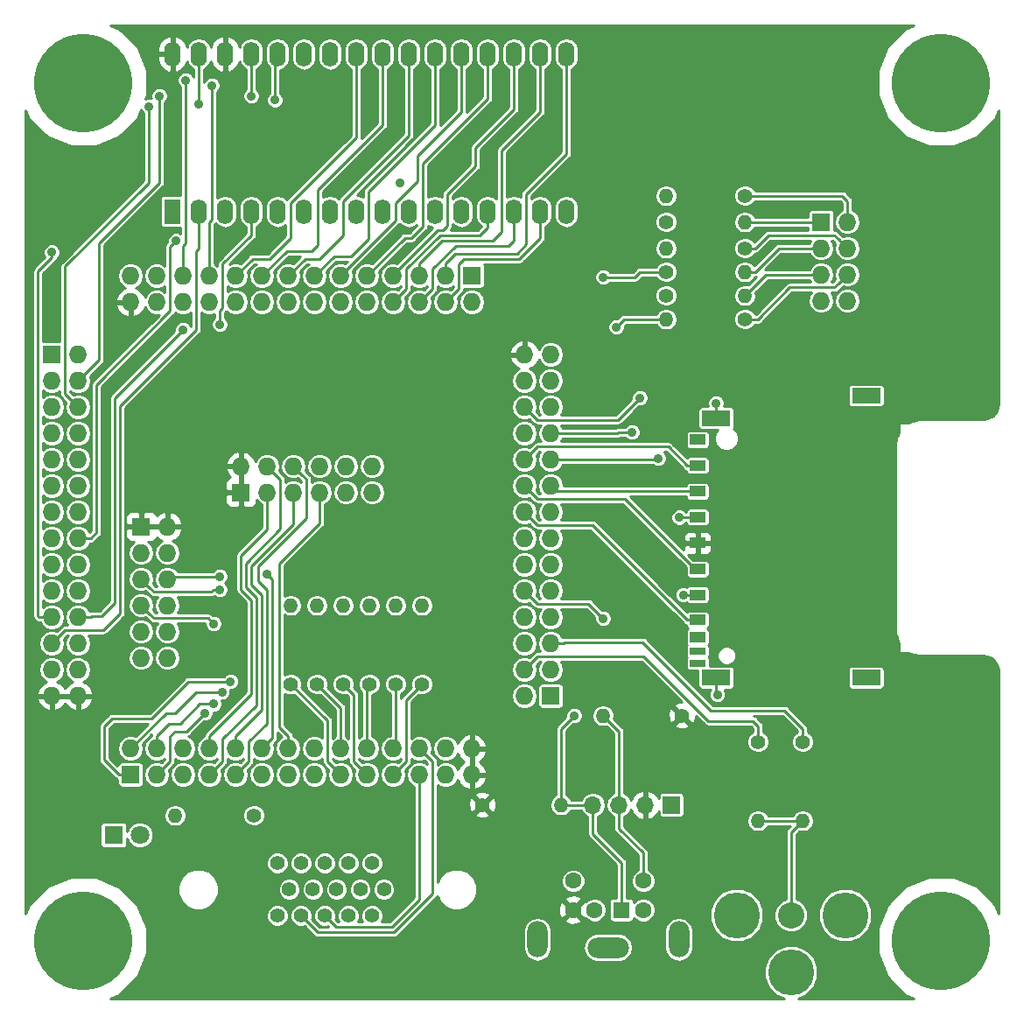
<source format=gbr>
G04 #@! TF.GenerationSoftware,KiCad,Pcbnew,(5.0.2)-1*
G04 #@! TF.CreationDate,2020-03-05T14:29:15-05:00*
G04 #@! TF.ProjectId,EP2C5-DB-TH,45503243-352d-4444-922d-54482e6b6963,X2*
G04 #@! TF.SameCoordinates,Original*
G04 #@! TF.FileFunction,Copper,L1,Top*
G04 #@! TF.FilePolarity,Positive*
%FSLAX46Y46*%
G04 Gerber Fmt 4.6, Leading zero omitted, Abs format (unit mm)*
G04 Created by KiCad (PCBNEW (5.0.2)-1) date 3/5/2020 2:29:15 PM*
%MOMM*%
%LPD*%
G01*
G04 APERTURE LIST*
G04 #@! TA.AperFunction,ComponentPad*
%ADD10O,1.400000X1.400000*%
G04 #@! TD*
G04 #@! TA.AperFunction,ComponentPad*
%ADD11C,1.400000*%
G04 #@! TD*
G04 #@! TA.AperFunction,ComponentPad*
%ADD12R,1.800000X1.800000*%
G04 #@! TD*
G04 #@! TA.AperFunction,ComponentPad*
%ADD13C,1.800000*%
G04 #@! TD*
G04 #@! TA.AperFunction,ComponentPad*
%ADD14O,2.000000X3.500000*%
G04 #@! TD*
G04 #@! TA.AperFunction,ComponentPad*
%ADD15R,1.600000X1.600000*%
G04 #@! TD*
G04 #@! TA.AperFunction,ComponentPad*
%ADD16C,1.600000*%
G04 #@! TD*
G04 #@! TA.AperFunction,ComponentPad*
%ADD17O,4.000000X2.000000*%
G04 #@! TD*
G04 #@! TA.AperFunction,ComponentPad*
%ADD18C,4.445000*%
G04 #@! TD*
G04 #@! TA.AperFunction,ComponentPad*
%ADD19C,2.540000*%
G04 #@! TD*
G04 #@! TA.AperFunction,ComponentPad*
%ADD20C,9.525000*%
G04 #@! TD*
G04 #@! TA.AperFunction,ComponentPad*
%ADD21R,1.727200X1.727200*%
G04 #@! TD*
G04 #@! TA.AperFunction,ComponentPad*
%ADD22O,1.727200X1.727200*%
G04 #@! TD*
G04 #@! TA.AperFunction,ComponentPad*
%ADD23C,1.397000*%
G04 #@! TD*
G04 #@! TA.AperFunction,SMDPad,CuDef*
%ADD24R,1.500000X0.700000*%
G04 #@! TD*
G04 #@! TA.AperFunction,SMDPad,CuDef*
%ADD25R,1.500000X1.000000*%
G04 #@! TD*
G04 #@! TA.AperFunction,SMDPad,CuDef*
%ADD26R,2.800000X1.500000*%
G04 #@! TD*
G04 #@! TA.AperFunction,ComponentPad*
%ADD27R,1.700000X1.700000*%
G04 #@! TD*
G04 #@! TA.AperFunction,ComponentPad*
%ADD28O,1.700000X1.700000*%
G04 #@! TD*
G04 #@! TA.AperFunction,ComponentPad*
%ADD29R,1.600000X2.400000*%
G04 #@! TD*
G04 #@! TA.AperFunction,ComponentPad*
%ADD30O,1.600000X2.400000*%
G04 #@! TD*
G04 #@! TA.AperFunction,ViaPad*
%ADD31C,0.889000*%
G04 #@! TD*
G04 #@! TA.AperFunction,Conductor*
%ADD32C,0.254000*%
G04 #@! TD*
G04 APERTURE END LIST*
D10*
G04 #@! TO.P,R8,2*
G04 #@! TO.N,/P86*
X66294000Y-77216000D03*
D11*
G04 #@! TO.P,R8,1*
G04 #@! TO.N,VCC*
X73914000Y-77216000D03*
G04 #@! TD*
D12*
G04 #@! TO.P,DS1,1*
G04 #@! TO.N,GND*
X18923000Y-88773000D03*
D13*
G04 #@! TO.P,DS1,2*
G04 #@! TO.N,Net-(DS1-Pad2)*
X21463000Y-88773000D03*
G04 #@! TD*
D14*
G04 #@! TO.P,J7,7*
G04 #@! TO.N,N/C*
X59922000Y-98862000D03*
X73622000Y-98862000D03*
D15*
G04 #@! TO.P,J7,1*
G04 #@! TO.N,/P87*
X68072000Y-96012000D03*
D16*
G04 #@! TO.P,J7,2*
G04 #@! TO.N,N/C*
X65472000Y-96012000D03*
G04 #@! TO.P,J7,3*
G04 #@! TO.N,GND*
X70172000Y-96012000D03*
G04 #@! TO.P,J7,4*
G04 #@! TO.N,VCC*
X63372000Y-96012000D03*
G04 #@! TO.P,J7,5*
G04 #@! TO.N,/P86*
X70172000Y-93212000D03*
G04 #@! TO.P,J7,6*
G04 #@! TO.N,N/C*
X63372000Y-93212000D03*
D17*
G04 #@! TO.P,J7,7*
X66772000Y-99662000D03*
G04 #@! TD*
D18*
G04 #@! TO.P,J2,1*
G04 #@! TO.N,GND*
X84455000Y-102031800D03*
G04 #@! TO.P,J2,2*
X89700100Y-96520000D03*
G04 #@! TO.P,J2,3*
X79209900Y-96520000D03*
D19*
G04 #@! TO.P,J2,4*
G04 #@! TO.N,Net-(J2-Pad4)*
X84455000Y-96520000D03*
G04 #@! TD*
D20*
G04 #@! TO.P,MTG3,1*
G04 #@! TO.N,N/C*
X99000000Y-16000000D03*
G04 #@! TD*
G04 #@! TO.P,MTG1,1*
G04 #@! TO.N,N/C*
X99000000Y-99000000D03*
G04 #@! TD*
D21*
G04 #@! TO.P,P1,1*
G04 #@! TO.N,/P40*
X20574000Y-82931000D03*
D22*
G04 #@! TO.P,P1,2*
G04 #@! TO.N,/P41*
X20574000Y-80391000D03*
G04 #@! TO.P,P1,3*
G04 #@! TO.N,/P42*
X23114000Y-82931000D03*
G04 #@! TO.P,P1,4*
G04 #@! TO.N,/P43*
X23114000Y-80391000D03*
G04 #@! TO.P,P1,5*
G04 #@! TO.N,/P44*
X25654000Y-82931000D03*
G04 #@! TO.P,P1,6*
G04 #@! TO.N,/P45*
X25654000Y-80391000D03*
G04 #@! TO.P,P1,7*
G04 #@! TO.N,/P47*
X28194000Y-82931000D03*
G04 #@! TO.P,P1,8*
G04 #@! TO.N,/P48*
X28194000Y-80391000D03*
G04 #@! TO.P,P1,9*
G04 #@! TO.N,/P51*
X30734000Y-82931000D03*
G04 #@! TO.P,P1,10*
G04 #@! TO.N,/P52*
X30734000Y-80391000D03*
G04 #@! TO.P,P1,11*
G04 #@! TO.N,/P53*
X33274000Y-82931000D03*
G04 #@! TO.P,P1,12*
G04 #@! TO.N,/P55*
X33274000Y-80391000D03*
G04 #@! TO.P,P1,13*
G04 #@! TO.N,N/C*
X35814000Y-82931000D03*
G04 #@! TO.P,P1,14*
G04 #@! TO.N,/P58*
X35814000Y-80391000D03*
G04 #@! TO.P,P1,15*
G04 #@! TO.N,N/C*
X38354000Y-82931000D03*
G04 #@! TO.P,P1,16*
G04 #@! TO.N,/P60*
X38354000Y-80391000D03*
G04 #@! TO.P,P1,17*
G04 #@! TO.N,/P63*
X40894000Y-82931000D03*
G04 #@! TO.P,P1,18*
G04 #@! TO.N,/P64*
X40894000Y-80391000D03*
G04 #@! TO.P,P1,19*
G04 #@! TO.N,/P65*
X43434000Y-82931000D03*
G04 #@! TO.P,P1,20*
G04 #@! TO.N,/P67*
X43434000Y-80391000D03*
G04 #@! TO.P,P1,21*
G04 #@! TO.N,/P69*
X45974000Y-82931000D03*
G04 #@! TO.P,P1,22*
G04 #@! TO.N,/P70*
X45974000Y-80391000D03*
G04 #@! TO.P,P1,23*
G04 #@! TO.N,/P71*
X48514000Y-82931000D03*
G04 #@! TO.P,P1,24*
G04 #@! TO.N,/P72*
X48514000Y-80391000D03*
G04 #@! TO.P,P1,25*
G04 #@! TO.N,GND*
X51054000Y-82931000D03*
G04 #@! TO.P,P1,26*
X51054000Y-80391000D03*
G04 #@! TO.P,P1,27*
G04 #@! TO.N,VCC*
X53594000Y-82931000D03*
G04 #@! TO.P,P1,28*
X53594000Y-80391000D03*
G04 #@! TD*
D21*
G04 #@! TO.P,P2,1*
G04 #@! TO.N,GND*
X61214000Y-75311000D03*
D22*
G04 #@! TO.P,P2,2*
X58674000Y-75311000D03*
G04 #@! TO.P,P2,3*
G04 #@! TO.N,N/C*
X61214000Y-72771000D03*
G04 #@! TO.P,P2,4*
G04 #@! TO.N,/P74*
X58674000Y-72771000D03*
G04 #@! TO.P,P2,5*
G04 #@! TO.N,/P75*
X61214000Y-70231000D03*
G04 #@! TO.P,P2,6*
G04 #@! TO.N,/P76*
X58674000Y-70231000D03*
G04 #@! TO.P,P2,7*
G04 #@! TO.N,N/C*
X61214000Y-67691000D03*
G04 #@! TO.P,P2,8*
X58674000Y-67691000D03*
G04 #@! TO.P,P2,9*
X61214000Y-65151000D03*
G04 #@! TO.P,P2,10*
G04 #@! TO.N,/P86*
X58674000Y-65151000D03*
G04 #@! TO.P,P2,11*
G04 #@! TO.N,/P87*
X61214000Y-62611000D03*
G04 #@! TO.P,P2,12*
G04 #@! TO.N,N/C*
X58674000Y-62611000D03*
G04 #@! TO.P,P2,13*
X61214000Y-60071000D03*
G04 #@! TO.P,P2,14*
X58674000Y-60071000D03*
G04 #@! TO.P,P2,15*
X61214000Y-57531000D03*
G04 #@! TO.P,P2,16*
G04 #@! TO.N,/P92*
X58674000Y-57531000D03*
G04 #@! TO.P,P2,17*
G04 #@! TO.N,/P93*
X61214000Y-54991000D03*
G04 #@! TO.P,P2,18*
G04 #@! TO.N,/P94*
X58674000Y-54991000D03*
G04 #@! TO.P,P2,19*
G04 #@! TO.N,/P96*
X61214000Y-52451000D03*
G04 #@! TO.P,P2,20*
G04 #@! TO.N,/P97*
X58674000Y-52451000D03*
G04 #@! TO.P,P2,21*
G04 #@! TO.N,/P99*
X61214000Y-49911000D03*
G04 #@! TO.P,P2,22*
G04 #@! TO.N,/P100*
X58674000Y-49911000D03*
G04 #@! TO.P,P2,23*
G04 #@! TO.N,/P101*
X61214000Y-47371000D03*
G04 #@! TO.P,P2,24*
G04 #@! TO.N,/P103*
X58674000Y-47371000D03*
G04 #@! TO.P,P2,25*
G04 #@! TO.N,/P104*
X61214000Y-44831000D03*
G04 #@! TO.P,P2,26*
G04 #@! TO.N,GND*
X58674000Y-44831000D03*
G04 #@! TO.P,P2,27*
X61214000Y-42291000D03*
G04 #@! TO.P,P2,28*
G04 #@! TO.N,VCC*
X58674000Y-42291000D03*
G04 #@! TD*
D21*
G04 #@! TO.P,P3,1*
G04 #@! TO.N,GND*
X53594000Y-34671000D03*
D22*
G04 #@! TO.P,P3,2*
X53594000Y-37211000D03*
G04 #@! TO.P,P3,3*
G04 #@! TO.N,/P112*
X51054000Y-34671000D03*
G04 #@! TO.P,P3,4*
G04 #@! TO.N,/P113*
X51054000Y-37211000D03*
G04 #@! TO.P,P3,5*
G04 #@! TO.N,/P114*
X48514000Y-34671000D03*
G04 #@! TO.P,P3,6*
G04 #@! TO.N,/P115*
X48514000Y-37211000D03*
G04 #@! TO.P,P3,7*
G04 #@! TO.N,/P118*
X45974000Y-34671000D03*
G04 #@! TO.P,P3,8*
G04 #@! TO.N,/P119*
X45974000Y-37211000D03*
G04 #@! TO.P,P3,9*
G04 #@! TO.N,/P120*
X43434000Y-34671000D03*
G04 #@! TO.P,P3,10*
G04 #@! TO.N,/P121*
X43434000Y-37211000D03*
G04 #@! TO.P,P3,11*
G04 #@! TO.N,/P122*
X40894000Y-34671000D03*
G04 #@! TO.P,P3,12*
G04 #@! TO.N,/P125*
X40894000Y-37211000D03*
G04 #@! TO.P,P3,13*
G04 #@! TO.N,/P126*
X38354000Y-34671000D03*
G04 #@! TO.P,P3,14*
G04 #@! TO.N,/P129*
X38354000Y-37211000D03*
G04 #@! TO.P,P3,15*
G04 #@! TO.N,/P132*
X35814000Y-34671000D03*
G04 #@! TO.P,P3,16*
G04 #@! TO.N,/P133*
X35814000Y-37211000D03*
G04 #@! TO.P,P3,17*
G04 #@! TO.N,/P134*
X33274000Y-34671000D03*
G04 #@! TO.P,P3,18*
G04 #@! TO.N,/P135*
X33274000Y-37211000D03*
G04 #@! TO.P,P3,19*
G04 #@! TO.N,/P136*
X30734000Y-34671000D03*
G04 #@! TO.P,P3,20*
G04 #@! TO.N,/P137*
X30734000Y-37211000D03*
G04 #@! TO.P,P3,21*
G04 #@! TO.N,/P139*
X28194000Y-34671000D03*
G04 #@! TO.P,P3,22*
G04 #@! TO.N,/P141*
X28194000Y-37211000D03*
G04 #@! TO.P,P3,23*
G04 #@! TO.N,/P142*
X25654000Y-34671000D03*
G04 #@! TO.P,P3,24*
G04 #@! TO.N,/P143*
X25654000Y-37211000D03*
G04 #@! TO.P,P3,25*
G04 #@! TO.N,N/C*
X23114000Y-34671000D03*
G04 #@! TO.P,P3,26*
G04 #@! TO.N,GND*
X23114000Y-37211000D03*
G04 #@! TO.P,P3,27*
X20574000Y-34671000D03*
G04 #@! TO.P,P3,28*
G04 #@! TO.N,VCC*
X20574000Y-37211000D03*
G04 #@! TD*
D21*
G04 #@! TO.P,P4,1*
G04 #@! TO.N,GND*
X12954000Y-42291000D03*
D22*
G04 #@! TO.P,P4,2*
X15494000Y-42291000D03*
G04 #@! TO.P,P4,3*
G04 #@! TO.N,N/C*
X12954000Y-44831000D03*
G04 #@! TO.P,P4,4*
G04 #@! TO.N,/P4*
X15494000Y-44831000D03*
G04 #@! TO.P,P4,5*
G04 #@! TO.N,N/C*
X12954000Y-47371000D03*
G04 #@! TO.P,P4,6*
G04 #@! TO.N,/P8*
X15494000Y-47371000D03*
G04 #@! TO.P,P4,7*
G04 #@! TO.N,N/C*
X12954000Y-49911000D03*
G04 #@! TO.P,P4,8*
G04 #@! TO.N,GND*
X15494000Y-49911000D03*
G04 #@! TO.P,P4,9*
X12954000Y-52451000D03*
G04 #@! TO.P,P4,10*
X15494000Y-52451000D03*
G04 #@! TO.P,P4,11*
G04 #@! TO.N,N/C*
X12954000Y-54991000D03*
G04 #@! TO.P,P4,12*
X15494000Y-54991000D03*
G04 #@! TO.P,P4,13*
X12954000Y-57531000D03*
G04 #@! TO.P,P4,14*
X15494000Y-57531000D03*
G04 #@! TO.P,P4,15*
G04 #@! TO.N,/P25*
X12954000Y-60071000D03*
G04 #@! TO.P,P4,16*
G04 #@! TO.N,/P24*
X15494000Y-60071000D03*
G04 #@! TO.P,P4,17*
G04 #@! TO.N,N/C*
X12954000Y-62611000D03*
G04 #@! TO.P,P4,18*
X15494000Y-62611000D03*
G04 #@! TO.P,P4,19*
X12954000Y-65151000D03*
G04 #@! TO.P,P4,20*
X15494000Y-65151000D03*
G04 #@! TO.P,P4,21*
G04 #@! TO.N,/P30*
X12954000Y-67691000D03*
G04 #@! TO.P,P4,22*
G04 #@! TO.N,/P28*
X15494000Y-67691000D03*
G04 #@! TO.P,P4,23*
G04 #@! TO.N,/P32*
X12954000Y-70231000D03*
G04 #@! TO.P,P4,24*
G04 #@! TO.N,/P31*
X15494000Y-70231000D03*
G04 #@! TO.P,P4,25*
G04 #@! TO.N,GND*
X12954000Y-72771000D03*
G04 #@! TO.P,P4,26*
X15494000Y-72771000D03*
G04 #@! TO.P,P4,27*
G04 #@! TO.N,VCC*
X12954000Y-75311000D03*
G04 #@! TO.P,P4,28*
X15494000Y-75311000D03*
G04 #@! TD*
D21*
G04 #@! TO.P,J6,1*
G04 #@! TO.N,VCC*
X21590000Y-58928000D03*
D22*
G04 #@! TO.P,J6,2*
X24130000Y-58928000D03*
G04 #@! TO.P,J6,3*
G04 #@! TO.N,/P25*
X21590000Y-61468000D03*
G04 #@! TO.P,J6,4*
G04 #@! TO.N,/P31*
X24130000Y-61468000D03*
G04 #@! TO.P,J6,5*
G04 #@! TO.N,/P41*
X21590000Y-64008000D03*
G04 #@! TO.P,J6,6*
G04 #@! TO.N,/P40*
X24130000Y-64008000D03*
G04 #@! TO.P,J6,7*
G04 #@! TO.N,/P43*
X21590000Y-66548000D03*
G04 #@! TO.P,J6,8*
G04 #@! TO.N,/P42*
X24130000Y-66548000D03*
G04 #@! TO.P,J6,9*
G04 #@! TO.N,/P45*
X21590000Y-69088000D03*
G04 #@! TO.P,J6,10*
G04 #@! TO.N,/P44*
X24130000Y-69088000D03*
G04 #@! TO.P,J6,11*
G04 #@! TO.N,GND*
X21590000Y-71628000D03*
G04 #@! TO.P,J6,12*
X24130000Y-71628000D03*
G04 #@! TD*
D21*
G04 #@! TO.P,J5,1*
G04 #@! TO.N,/RTS1*
X87376000Y-29464000D03*
D22*
G04 #@! TO.P,J5,2*
G04 #@! TO.N,/RTS2*
X89916000Y-29464000D03*
G04 #@! TO.P,J5,3*
G04 #@! TO.N,/RX1*
X87376000Y-32004000D03*
G04 #@! TO.P,J5,4*
G04 #@! TO.N,/RX2*
X89916000Y-32004000D03*
G04 #@! TO.P,J5,5*
G04 #@! TO.N,/TX1*
X87376000Y-34544000D03*
G04 #@! TO.P,J5,6*
G04 #@! TO.N,/TX2*
X89916000Y-34544000D03*
G04 #@! TO.P,J5,7*
G04 #@! TO.N,GND*
X87376000Y-37084000D03*
G04 #@! TO.P,J5,8*
X89916000Y-37084000D03*
G04 #@! TD*
D20*
G04 #@! TO.P,MTG2,1*
G04 #@! TO.N,N/C*
X16000000Y-99000000D03*
G04 #@! TD*
D21*
G04 #@! TO.P,J8,1*
G04 #@! TO.N,VCC*
X31242000Y-55626000D03*
D22*
G04 #@! TO.P,J8,2*
X31242000Y-53086000D03*
G04 #@! TO.P,J8,3*
G04 #@! TO.N,/P48*
X33782000Y-55626000D03*
G04 #@! TO.P,J8,4*
G04 #@! TO.N,/P47*
X33782000Y-53086000D03*
G04 #@! TO.P,J8,5*
G04 #@! TO.N,/P52*
X36322000Y-55626000D03*
G04 #@! TO.P,J8,6*
G04 #@! TO.N,/P51*
X36322000Y-53086000D03*
G04 #@! TO.P,J8,7*
G04 #@! TO.N,/P58*
X38862000Y-55626000D03*
G04 #@! TO.P,J8,8*
G04 #@! TO.N,/P55*
X38862000Y-53086000D03*
G04 #@! TO.P,J8,9*
G04 #@! TO.N,/P76*
X41402000Y-55626000D03*
G04 #@! TO.P,J8,10*
G04 #@! TO.N,/P60*
X41402000Y-53086000D03*
G04 #@! TO.P,J8,11*
G04 #@! TO.N,GND*
X43942000Y-55626000D03*
G04 #@! TO.P,J8,12*
X43942000Y-53086000D03*
G04 #@! TD*
D23*
G04 #@! TO.P,J1,3*
G04 #@! TO.N,Net-(J1-Pad3)*
X39357300Y-91493340D03*
G04 #@! TO.P,J1,2*
G04 #@! TO.N,Net-(J1-Pad2)*
X41643300Y-91493340D03*
G04 #@! TO.P,J1,1*
G04 #@! TO.N,Net-(J1-Pad1)*
X43934380Y-91493340D03*
G04 #@! TO.P,J1,4*
G04 #@! TO.N,N/C*
X37063680Y-91493340D03*
G04 #@! TO.P,J1,5*
G04 #@! TO.N,GND*
X34775140Y-91493340D03*
G04 #@! TO.P,J1,9*
G04 #@! TO.N,N/C*
X38209220Y-94033340D03*
G04 #@! TO.P,J1,8*
G04 #@! TO.N,GND*
X40497760Y-94033340D03*
G04 #@! TO.P,J1,7*
X42788840Y-94033340D03*
G04 #@! TO.P,J1,6*
X45079920Y-94033340D03*
G04 #@! TO.P,J1,10*
X35918140Y-94033340D03*
G04 #@! TO.P,J1,11*
G04 #@! TO.N,N/C*
X43934380Y-96573340D03*
G04 #@! TO.P,J1,12*
X41643300Y-96573340D03*
G04 #@! TO.P,J1,13*
G04 #@! TO.N,/P71*
X39354760Y-96570800D03*
G04 #@! TO.P,J1,14*
G04 #@! TO.N,/P72*
X37063680Y-96573340D03*
G04 #@! TO.P,J1,15*
G04 #@! TO.N,N/C*
X34775140Y-96573340D03*
G04 #@! TD*
D20*
G04 #@! TO.P,MTG4,1*
G04 #@! TO.N,N/C*
X16000000Y-16000000D03*
G04 #@! TD*
D24*
G04 #@! TO.P,J4,11*
G04 #@! TO.N,N/C*
X75432000Y-72132000D03*
G04 #@! TO.P,J4,10*
X75432000Y-70992000D03*
D25*
G04 #@! TO.P,J4,2*
G04 #@! TO.N,/P93*
X75432000Y-55532000D03*
G04 #@! TO.P,J4,1*
G04 #@! TO.N,/P97*
X75432000Y-53032000D03*
G04 #@! TO.P,J4,3*
G04 #@! TO.N,GND*
X75432000Y-58032000D03*
G04 #@! TO.P,J4,4*
G04 #@! TO.N,VCC*
X75432000Y-60532000D03*
G04 #@! TO.P,J4,5*
G04 #@! TO.N,/P94*
X75432000Y-63032000D03*
G04 #@! TO.P,J4,6*
G04 #@! TO.N,GND*
X75432000Y-65532000D03*
G04 #@! TO.P,J4,7*
G04 #@! TO.N,/P92*
X75432000Y-67952000D03*
G04 #@! TO.P,J4,8*
G04 #@! TO.N,N/C*
X75432000Y-69652000D03*
G04 #@! TO.P,J4,9*
X75432000Y-50532000D03*
D26*
G04 #@! TO.P,J4,12*
G04 #@! TO.N,GND*
X77232000Y-48462000D03*
G04 #@! TO.P,J4,13*
X77232000Y-73562000D03*
G04 #@! TO.P,J4,14*
G04 #@! TO.N,N/C*
X91732000Y-73562000D03*
G04 #@! TO.P,J4,15*
X91732000Y-46262000D03*
G04 #@! TD*
D27*
G04 #@! TO.P,J3,1*
G04 #@! TO.N,GND*
X72898000Y-85852000D03*
D28*
G04 #@! TO.P,J3,2*
G04 #@! TO.N,VCC*
X70358000Y-85852000D03*
G04 #@! TO.P,J3,3*
G04 #@! TO.N,/P86*
X67818000Y-85852000D03*
G04 #@! TO.P,J3,4*
G04 #@! TO.N,/P87*
X65278000Y-85852000D03*
G04 #@! TD*
D10*
G04 #@! TO.P,R1,2*
G04 #@! TO.N,/RTS1*
X80010000Y-29464000D03*
D11*
G04 #@! TO.P,R1,1*
G04 #@! TO.N,/P104*
X72390000Y-29464000D03*
G04 #@! TD*
G04 #@! TO.P,R2,1*
G04 #@! TO.N,/P103*
X72390000Y-36576000D03*
D10*
G04 #@! TO.P,R2,2*
G04 #@! TO.N,/TX1*
X80010000Y-36576000D03*
G04 #@! TD*
G04 #@! TO.P,R3,2*
G04 #@! TO.N,/RX1*
X80010000Y-34290000D03*
D11*
G04 #@! TO.P,R3,1*
G04 #@! TO.N,/P101*
X72390000Y-34290000D03*
G04 #@! TD*
D10*
G04 #@! TO.P,R4,2*
G04 #@! TO.N,/P100*
X72390000Y-38862000D03*
D11*
G04 #@! TO.P,R4,1*
G04 #@! TO.N,/TX2*
X80010000Y-38862000D03*
G04 #@! TD*
G04 #@! TO.P,R5,1*
G04 #@! TO.N,/RX2*
X80010000Y-32004000D03*
D10*
G04 #@! TO.P,R5,2*
G04 #@! TO.N,/P99*
X72390000Y-32004000D03*
G04 #@! TD*
G04 #@! TO.P,R6,2*
G04 #@! TO.N,/P96*
X72390000Y-26924000D03*
D11*
G04 #@! TO.P,R6,1*
G04 #@! TO.N,/RTS2*
X80010000Y-26924000D03*
G04 #@! TD*
G04 #@! TO.P,R7,1*
G04 #@! TO.N,VCC*
X54610000Y-85852000D03*
D10*
G04 #@! TO.P,R7,2*
G04 #@! TO.N,/P87*
X62230000Y-85852000D03*
G04 #@! TD*
D11*
G04 #@! TO.P,R9,1*
G04 #@! TO.N,/P75*
X85598000Y-79756000D03*
D10*
G04 #@! TO.P,R9,2*
G04 #@! TO.N,Net-(J2-Pad4)*
X85598000Y-87376000D03*
G04 #@! TD*
G04 #@! TO.P,R10,2*
G04 #@! TO.N,Net-(J2-Pad4)*
X81280000Y-87376000D03*
D11*
G04 #@! TO.P,R10,1*
G04 #@! TO.N,/P74*
X81280000Y-79756000D03*
G04 #@! TD*
G04 #@! TO.P,R11,1*
G04 #@! TO.N,/P63*
X36068000Y-74168000D03*
D10*
G04 #@! TO.P,R11,2*
G04 #@! TO.N,Net-(J1-Pad3)*
X36068000Y-66548000D03*
G04 #@! TD*
D11*
G04 #@! TO.P,R12,1*
G04 #@! TO.N,/P64*
X38608000Y-74168000D03*
D10*
G04 #@! TO.P,R12,2*
G04 #@! TO.N,Net-(J1-Pad3)*
X38608000Y-66548000D03*
G04 #@! TD*
D11*
G04 #@! TO.P,R13,1*
G04 #@! TO.N,/P65*
X41148000Y-74168000D03*
D10*
G04 #@! TO.P,R13,2*
G04 #@! TO.N,Net-(J1-Pad2)*
X41148000Y-66548000D03*
G04 #@! TD*
G04 #@! TO.P,R14,2*
G04 #@! TO.N,Net-(J1-Pad2)*
X43688000Y-66548000D03*
D11*
G04 #@! TO.P,R14,1*
G04 #@! TO.N,/P67*
X43688000Y-74168000D03*
G04 #@! TD*
G04 #@! TO.P,R15,1*
G04 #@! TO.N,/P69*
X48768000Y-74168000D03*
D10*
G04 #@! TO.P,R15,2*
G04 #@! TO.N,Net-(J1-Pad1)*
X48768000Y-66548000D03*
G04 #@! TD*
G04 #@! TO.P,R16,2*
G04 #@! TO.N,Net-(J1-Pad1)*
X46228000Y-66548000D03*
D11*
G04 #@! TO.P,R16,1*
G04 #@! TO.N,/P70*
X46228000Y-74168000D03*
G04 #@! TD*
D29*
G04 #@! TO.P,U1,1*
G04 #@! TO.N,N/C*
X24638000Y-28448000D03*
D30*
G04 #@! TO.P,U1,17*
G04 #@! TO.N,/P112*
X62738000Y-13208000D03*
G04 #@! TO.P,U1,2*
G04 #@! TO.N,/P32*
X27178000Y-28448000D03*
G04 #@! TO.P,U1,18*
G04 #@! TO.N,/P114*
X60198000Y-13208000D03*
G04 #@! TO.P,U1,3*
G04 #@! TO.N,/P30*
X29718000Y-28448000D03*
G04 #@! TO.P,U1,19*
G04 #@! TO.N,/P118*
X57658000Y-13208000D03*
G04 #@! TO.P,U1,4*
G04 #@! TO.N,/P28*
X32258000Y-28448000D03*
G04 #@! TO.P,U1,20*
G04 #@! TO.N,/P120*
X55118000Y-13208000D03*
G04 #@! TO.P,U1,5*
G04 #@! TO.N,/P143*
X34798000Y-28448000D03*
G04 #@! TO.P,U1,21*
G04 #@! TO.N,/P122*
X52578000Y-13208000D03*
G04 #@! TO.P,U1,6*
G04 #@! TO.N,/P141*
X37338000Y-28448000D03*
G04 #@! TO.P,U1,22*
G04 #@! TO.N,/P126*
X50038000Y-13208000D03*
G04 #@! TO.P,U1,7*
G04 #@! TO.N,/P137*
X39878000Y-28448000D03*
G04 #@! TO.P,U1,23*
G04 #@! TO.N,/P132*
X47498000Y-13208000D03*
G04 #@! TO.P,U1,8*
G04 #@! TO.N,/P135*
X42418000Y-28448000D03*
G04 #@! TO.P,U1,24*
G04 #@! TO.N,/P134*
X44958000Y-13208000D03*
G04 #@! TO.P,U1,9*
G04 #@! TO.N,/P133*
X44958000Y-28448000D03*
G04 #@! TO.P,U1,25*
G04 #@! TO.N,/P136*
X42418000Y-13208000D03*
G04 #@! TO.P,U1,10*
G04 #@! TO.N,/P129*
X47498000Y-28448000D03*
G04 #@! TO.P,U1,26*
G04 #@! TO.N,/P139*
X39878000Y-13208000D03*
G04 #@! TO.P,U1,11*
G04 #@! TO.N,/P125*
X50038000Y-28448000D03*
G04 #@! TO.P,U1,27*
G04 #@! TO.N,/P142*
X37338000Y-13208000D03*
G04 #@! TO.P,U1,12*
G04 #@! TO.N,/P121*
X52578000Y-28448000D03*
G04 #@! TO.P,U1,28*
G04 #@! TO.N,/P24*
X34798000Y-13208000D03*
G04 #@! TO.P,U1,13*
G04 #@! TO.N,/P119*
X55118000Y-28448000D03*
G04 #@! TO.P,U1,29*
G04 #@! TO.N,/P4*
X32258000Y-13208000D03*
G04 #@! TO.P,U1,14*
G04 #@! TO.N,/P115*
X57658000Y-28448000D03*
G04 #@! TO.P,U1,30*
G04 #@! TO.N,VCC*
X29718000Y-13208000D03*
G04 #@! TO.P,U1,15*
G04 #@! TO.N,/P113*
X60198000Y-28448000D03*
G04 #@! TO.P,U1,31*
G04 #@! TO.N,/P8*
X27178000Y-13208000D03*
G04 #@! TO.P,U1,16*
G04 #@! TO.N,GND*
X62738000Y-28448000D03*
G04 #@! TO.P,U1,32*
G04 #@! TO.N,VCC*
X24638000Y-13208000D03*
G04 #@! TD*
D11*
G04 #@! TO.P,R17,1*
G04 #@! TO.N,/P53*
X32512000Y-86868000D03*
D10*
G04 #@! TO.P,R17,2*
G04 #@! TO.N,Net-(DS1-Pad2)*
X24892000Y-86868000D03*
G04 #@! TD*
D31*
G04 #@! TO.N,GND*
X46609000Y-25654000D03*
X74041000Y-65532000D03*
X73660000Y-58039000D03*
X77216000Y-46990000D03*
X77343000Y-75184000D03*
G04 #@! TO.N,/P139*
X28448000Y-16256000D03*
G04 #@! TO.N,/P142*
X25908000Y-15748000D03*
G04 #@! TO.N,/P8*
X27178000Y-18097500D03*
X22352000Y-18288000D03*
G04 #@! TO.N,/P24*
X24967142Y-31292095D03*
X34544000Y-17653000D03*
G04 #@! TO.N,/P30*
X12954000Y-32385000D03*
G04 #@! TO.N,/P28*
X25654000Y-39878000D03*
X29210000Y-39370000D03*
G04 #@! TO.N,/P4*
X32258000Y-17272000D03*
X23368000Y-17272000D03*
G04 #@! TO.N,/P86*
X66294000Y-67818000D03*
G04 #@! TO.N,/P87*
X63500000Y-77216000D03*
G04 #@! TO.N,/P96*
X71628000Y-52324000D03*
G04 #@! TO.N,/P99*
X69088000Y-49784000D03*
G04 #@! TO.N,/P100*
X67564000Y-39624000D03*
G04 #@! TO.N,/P101*
X66294000Y-34798000D03*
G04 #@! TO.N,/P103*
X69850000Y-46482000D03*
G04 #@! TO.N,/P40*
X30251399Y-73914000D03*
X29210000Y-63754000D03*
G04 #@! TO.N,/P41*
X29425899Y-74930000D03*
X29210000Y-65024000D03*
G04 #@! TO.N,/P42*
X27774899Y-76962000D03*
G04 #@! TO.N,/P43*
X28600399Y-76105351D03*
X28600399Y-68326000D03*
G04 #@! TO.N,/P55*
X33782000Y-63500000D03*
G04 #@! TD*
D32*
G04 #@! TO.N,GND*
X46605000Y-25650000D02*
X46609000Y-25654000D01*
X75432000Y-65532000D02*
X74041000Y-65532000D01*
X75432000Y-58032000D02*
X73667000Y-58032000D01*
X73667000Y-58032000D02*
X73660000Y-58039000D01*
X77232000Y-48462000D02*
X77232000Y-47006000D01*
X77232000Y-47006000D02*
X77216000Y-46990000D01*
X77232000Y-73562000D02*
X77232000Y-75073000D01*
X77232000Y-75073000D02*
X77343000Y-75184000D01*
G04 #@! TO.N,/P118*
X45720000Y-34925000D02*
X45847000Y-34925000D01*
G04 #@! TO.N,/P122*
X40640000Y-34925000D02*
X40640000Y-34798000D01*
G04 #@! TO.N,/P136*
X30480000Y-34925000D02*
X30480000Y-34798000D01*
G04 #@! TO.N,/P142*
X25400000Y-34925000D02*
X25527000Y-34925000D01*
G04 #@! TO.N,GND*
X15240000Y-42545000D02*
X15367000Y-42545000D01*
X15240000Y-42545000D02*
X15621000Y-42545000D01*
G04 #@! TO.N,/P103*
X58420000Y-47625000D02*
X58547000Y-47625000D01*
G04 #@! TO.N,GND*
X58420000Y-45085000D02*
X58928000Y-45085000D01*
G04 #@! TO.N,/P63*
X39598601Y-77698601D02*
X36068000Y-74168000D01*
X39598601Y-81635601D02*
X39598601Y-77698601D01*
X40894000Y-82931000D02*
X39598601Y-81635601D01*
G04 #@! TO.N,/P64*
X40894000Y-76454000D02*
X38608000Y-74168000D01*
X40894000Y-80391000D02*
X40894000Y-76454000D01*
G04 #@! TO.N,/P65*
X42189399Y-75209399D02*
X41148000Y-74168000D01*
X42189399Y-81686399D02*
X42189399Y-75209399D01*
X43434000Y-82931000D02*
X42189399Y-81686399D01*
G04 #@! TO.N,/P67*
X43434000Y-74422000D02*
X43688000Y-74168000D01*
X43434000Y-80391000D02*
X43434000Y-74422000D01*
G04 #@! TO.N,/P71*
X48514000Y-94996000D02*
X48514000Y-82931000D01*
X45857159Y-97652841D02*
X48514000Y-94996000D01*
X40436801Y-97652841D02*
X45857159Y-97652841D01*
X39354760Y-96570800D02*
X40436801Y-97652841D01*
G04 #@! TO.N,/P72*
X49377599Y-81254599D02*
X48514000Y-80391000D01*
X49758601Y-81635601D02*
X49377599Y-81254599D01*
X49758601Y-94469833D02*
X49758601Y-81635601D01*
X46067584Y-98160850D02*
X49758601Y-94469833D01*
X38651191Y-98160851D02*
X46067584Y-98160850D01*
X37063680Y-96573340D02*
X38651191Y-98160851D01*
G04 #@! TO.N,/P112*
X62738000Y-22860000D02*
X62738000Y-13208000D01*
X51054000Y-34671000D02*
X51054000Y-33449686D01*
X51054000Y-33449686D02*
X51991686Y-32512000D01*
X51991686Y-32512000D02*
X57955566Y-32512000D01*
X57955566Y-32512000D02*
X58839010Y-31628556D01*
X58839010Y-31628556D02*
X58839010Y-26758990D01*
X58839010Y-26758990D02*
X62738000Y-22860000D01*
G04 #@! TO.N,/P113*
X52298601Y-33553397D02*
X52831998Y-33020000D01*
X51054000Y-37211000D02*
X52298601Y-35966399D01*
X52298601Y-35966399D02*
X52298601Y-33553397D01*
X52831998Y-33020000D02*
X58166000Y-33020000D01*
X60198000Y-30988000D02*
X60198000Y-28448000D01*
X58166000Y-33020000D02*
X60198000Y-30988000D01*
G04 #@! TO.N,/P114*
X60198000Y-18796000D02*
X60198000Y-13208000D01*
X48514000Y-34671000D02*
X48514000Y-33449686D01*
X48514000Y-33449686D02*
X50721686Y-31242000D01*
X50721686Y-31242000D02*
X55626000Y-31242000D01*
X55626000Y-31242000D02*
X56476990Y-30391010D01*
X56476990Y-30391010D02*
X56476990Y-22517010D01*
X56476990Y-22517010D02*
X60198000Y-18796000D01*
G04 #@! TO.N,/P115*
X48514000Y-37211000D02*
X49809399Y-35915601D01*
X49809399Y-35915601D02*
X49809399Y-33975853D01*
X49809399Y-33975853D02*
X52035252Y-31750000D01*
X52035252Y-31750000D02*
X57150000Y-31750000D01*
X57658000Y-31242000D02*
X57658000Y-28448000D01*
X57150000Y-31750000D02*
X57658000Y-31242000D01*
G04 #@! TO.N,/P118*
X45974000Y-34552818D02*
X50300818Y-30226000D01*
X45974000Y-34671000D02*
X45974000Y-34552818D01*
X50300818Y-30226000D02*
X50800000Y-30226000D01*
X51219010Y-29806990D02*
X51219010Y-26758990D01*
X50800000Y-30226000D02*
X51219010Y-29806990D01*
X53936990Y-24041010D02*
X53936990Y-22263010D01*
X51219010Y-26758990D02*
X53936990Y-24041010D01*
X57658000Y-18542000D02*
X57658000Y-13208000D01*
X53936990Y-22263010D02*
X57658000Y-18542000D01*
G04 #@! TO.N,/P119*
X47269399Y-33975853D02*
X50511252Y-30734000D01*
X45974000Y-37211000D02*
X47269399Y-35915601D01*
X47269399Y-35915601D02*
X47269399Y-33975853D01*
X50511252Y-30734000D02*
X54356000Y-30734000D01*
X55118000Y-29972000D02*
X55118000Y-28448000D01*
X54356000Y-30734000D02*
X55118000Y-29972000D01*
G04 #@! TO.N,/P120*
X43434000Y-34671000D02*
X47117000Y-30988000D01*
X47117000Y-30988000D02*
X47752000Y-30988000D01*
X48856990Y-29883010D02*
X48856990Y-23787010D01*
X47752000Y-30988000D02*
X48856990Y-29883010D01*
X55118000Y-17526000D02*
X55118000Y-13208000D01*
X48856990Y-23787010D02*
X55118000Y-17526000D01*
G04 #@! TO.N,/P122*
X40894000Y-34650556D02*
X46228000Y-29316556D01*
X40894000Y-34671000D02*
X40894000Y-34650556D01*
X48348980Y-25526820D02*
X48348980Y-23025020D01*
X46228000Y-29316556D02*
X46228000Y-27647800D01*
X46228000Y-27647800D02*
X48348980Y-25526820D01*
X52578000Y-18796000D02*
X52578000Y-13208000D01*
X48348980Y-23025020D02*
X52578000Y-18796000D01*
G04 #@! TO.N,/P132*
X35814000Y-34671000D02*
X37465000Y-33020000D01*
X37465000Y-33020000D02*
X38862000Y-33020000D01*
X38862000Y-33020000D02*
X41148000Y-30734000D01*
X41148000Y-30734000D02*
X41148000Y-27432000D01*
X47498000Y-21082000D02*
X47498000Y-13208000D01*
X41148000Y-27432000D02*
X47498000Y-21082000D01*
G04 #@! TO.N,/P134*
X44958000Y-20066000D02*
X44958000Y-13208000D01*
X38696990Y-26327010D02*
X44958000Y-20066000D01*
X38696990Y-31661010D02*
X38696990Y-26327010D01*
X38100000Y-32258000D02*
X38696990Y-31661010D01*
X33274000Y-34671000D02*
X35687000Y-32258000D01*
X35687000Y-32258000D02*
X38100000Y-32258000D01*
G04 #@! TO.N,/P136*
X42418000Y-21297800D02*
X42418000Y-13208000D01*
X36068000Y-27647800D02*
X42418000Y-21297800D01*
X36068000Y-30988000D02*
X36068000Y-27647800D01*
X34036000Y-33020000D02*
X36068000Y-30988000D01*
X30734000Y-34671000D02*
X32385000Y-33020000D01*
X32385000Y-33020000D02*
X34036000Y-33020000D01*
G04 #@! TO.N,/P139*
X28448000Y-29248200D02*
X28448000Y-16256000D01*
X28194000Y-34671000D02*
X28194000Y-29502200D01*
X28194000Y-29502200D02*
X28448000Y-29248200D01*
G04 #@! TO.N,/P142*
X25654000Y-31750000D02*
X25654000Y-34671000D01*
X25908000Y-31496000D02*
X25654000Y-31750000D01*
X25908000Y-15748000D02*
X25908000Y-31496000D01*
G04 #@! TO.N,/P8*
X27178000Y-13208000D02*
X27178000Y-18097500D01*
X14630401Y-46507401D02*
X15494000Y-47371000D01*
X14249399Y-46126399D02*
X14630401Y-46507401D01*
X14249399Y-33756601D02*
X14249399Y-46126399D01*
X22352000Y-25654000D02*
X14249399Y-33756601D01*
X22352000Y-18288000D02*
X22352000Y-25654000D01*
G04 #@! TO.N,/P24*
X16715314Y-60071000D02*
X17272000Y-59514314D01*
X15494000Y-60071000D02*
X16715314Y-60071000D01*
X17272000Y-59514314D02*
X17272000Y-45212000D01*
X24409399Y-31849838D02*
X24967142Y-31292095D01*
X17272000Y-45212000D02*
X24409399Y-38074601D01*
X24409399Y-38074601D02*
X24409399Y-31849838D01*
X34544000Y-13462000D02*
X34798000Y-13208000D01*
X34544000Y-17653000D02*
X34544000Y-13462000D01*
G04 #@! TO.N,/P30*
X11732686Y-67691000D02*
X11605686Y-67564000D01*
X12954000Y-67691000D02*
X11732686Y-67691000D01*
X11605686Y-67564000D02*
X11605686Y-34241314D01*
X11605686Y-34241314D02*
X12954000Y-32893000D01*
X12954000Y-32893000D02*
X12954000Y-32385000D01*
G04 #@! TO.N,/P28*
X16715314Y-67691000D02*
X16842314Y-67564000D01*
X15494000Y-67691000D02*
X16715314Y-67691000D01*
X16842314Y-67564000D02*
X17780000Y-67564000D01*
X17780000Y-67564000D02*
X19050000Y-66294000D01*
X19050000Y-66294000D02*
X19050000Y-46482000D01*
X19050000Y-46482000D02*
X25654000Y-39878000D01*
X29489399Y-37757611D02*
X29489399Y-33502601D01*
X29210000Y-39370000D02*
X29210000Y-38037010D01*
X29210000Y-38037010D02*
X29489399Y-37757611D01*
X32258000Y-30734000D02*
X32258000Y-28448000D01*
X29489399Y-33502601D02*
X32258000Y-30734000D01*
G04 #@! TO.N,/P4*
X32258000Y-13208000D02*
X32258000Y-17272000D01*
X23368000Y-17272000D02*
X23368000Y-25654000D01*
X23368000Y-25654000D02*
X17526000Y-31496000D01*
X17526000Y-42799000D02*
X15494000Y-44831000D01*
X17526000Y-31496000D02*
X17526000Y-42799000D01*
G04 #@! TO.N,/P86*
X70172000Y-93212000D02*
X70172000Y-90492000D01*
X67818000Y-88138000D02*
X67818000Y-85852000D01*
X70172000Y-90492000D02*
X67818000Y-88138000D01*
X67818000Y-78740000D02*
X66294000Y-77216000D01*
X67818000Y-85852000D02*
X67818000Y-78740000D01*
X64871601Y-66395601D02*
X66294000Y-67818000D01*
X58674000Y-65151000D02*
X59918601Y-66395601D01*
X59918601Y-66395601D02*
X64871601Y-66395601D01*
G04 #@! TO.N,/P87*
X65278000Y-85852000D02*
X62230000Y-85852000D01*
X65278000Y-88646000D02*
X68072000Y-91440000D01*
X65278000Y-85852000D02*
X65278000Y-88646000D01*
X68072000Y-96012000D02*
X68072000Y-91440000D01*
X62230000Y-85852000D02*
X62230000Y-78486000D01*
X62230000Y-78486000D02*
X63500000Y-77216000D01*
G04 #@! TO.N,/P96*
X61214000Y-52451000D02*
X71501000Y-52451000D01*
X71501000Y-52451000D02*
X71628000Y-52324000D01*
G04 #@! TO.N,/P99*
X67769742Y-49784000D02*
X69088000Y-49784000D01*
X61214000Y-49911000D02*
X67642742Y-49911000D01*
X67642742Y-49911000D02*
X67769742Y-49784000D01*
G04 #@! TO.N,/P100*
X68326000Y-38862000D02*
X72390000Y-38862000D01*
X67564000Y-39624000D02*
X68326000Y-38862000D01*
G04 #@! TO.N,/P101*
X66294000Y-34798000D02*
X69342000Y-34798000D01*
X69850000Y-34290000D02*
X72390000Y-34290000D01*
X69342000Y-34798000D02*
X69850000Y-34290000D01*
G04 #@! TO.N,/P103*
X67716399Y-48615601D02*
X69850000Y-46482000D01*
X58674000Y-47371000D02*
X59918601Y-48615601D01*
X59918601Y-48615601D02*
X67716399Y-48615601D01*
G04 #@! TO.N,/P74*
X81280000Y-78232000D02*
X81280000Y-79756000D01*
X80772000Y-77724000D02*
X81280000Y-78232000D01*
X76454000Y-77724000D02*
X80772000Y-77724000D01*
X70205601Y-71475601D02*
X76454000Y-77724000D01*
X58674000Y-72771000D02*
X59969399Y-71475601D01*
X59969399Y-71475601D02*
X70205601Y-71475601D01*
G04 #@! TO.N,/P75*
X62435314Y-70231000D02*
X62562314Y-70104000D01*
X61214000Y-70231000D02*
X62435314Y-70231000D01*
X62562314Y-70104000D02*
X70104000Y-70104000D01*
X70104000Y-70104000D02*
X76708000Y-76708000D01*
X76708000Y-76708000D02*
X83820000Y-76708000D01*
X85598000Y-78486000D02*
X85598000Y-79756000D01*
X83820000Y-76708000D02*
X85598000Y-78486000D01*
G04 #@! TO.N,/P97*
X59537599Y-51587401D02*
X58674000Y-52451000D01*
X59918601Y-51206399D02*
X59537599Y-51587401D01*
X72602399Y-51206399D02*
X59918601Y-51206399D01*
X74428000Y-53032000D02*
X72602399Y-51206399D01*
X75432000Y-53032000D02*
X74428000Y-53032000D01*
G04 #@! TO.N,/P94*
X59537599Y-55854599D02*
X58674000Y-54991000D01*
X59918601Y-56235601D02*
X59537599Y-55854599D01*
X68385601Y-56235601D02*
X59918601Y-56235601D01*
X75182000Y-63032000D02*
X68385601Y-56235601D01*
X75432000Y-63032000D02*
X75182000Y-63032000D01*
G04 #@! TO.N,/P40*
X20574000Y-82931000D02*
X19456400Y-82931000D01*
X19456400Y-82931000D02*
X18034000Y-81508600D01*
X18034000Y-81508600D02*
X18034000Y-78232000D01*
X18034000Y-78232000D02*
X18796000Y-77470000D01*
X18796000Y-77470000D02*
X22606000Y-77470000D01*
X22606000Y-77470000D02*
X26162000Y-73914000D01*
X26162000Y-73914000D02*
X30251399Y-73914000D01*
X24384000Y-63754000D02*
X24130000Y-64008000D01*
X29210000Y-63754000D02*
X24384000Y-63754000D01*
G04 #@! TO.N,/P41*
X20574000Y-80391000D02*
X24003000Y-76962000D01*
X24003000Y-76962000D02*
X24892000Y-76962000D01*
X24892000Y-76962000D02*
X26924000Y-74930000D01*
X26924000Y-74930000D02*
X29425899Y-74930000D01*
X22453599Y-64871599D02*
X21590000Y-64008000D01*
X22834601Y-65252601D02*
X22453599Y-64871599D01*
X28352782Y-65252601D02*
X22834601Y-65252601D01*
X28581383Y-65024000D02*
X28352782Y-65252601D01*
X29210000Y-65024000D02*
X28581383Y-65024000D01*
G04 #@! TO.N,/P42*
X23114000Y-82931000D02*
X24409399Y-81635601D01*
X24409399Y-81635601D02*
X24409399Y-79222601D01*
X25996899Y-78740000D02*
X27774899Y-76962000D01*
X24892000Y-78740000D02*
X25996899Y-78740000D01*
X24409399Y-79222601D02*
X24892000Y-78740000D01*
G04 #@! TO.N,/P43*
X23114000Y-79169686D02*
X24305686Y-77978000D01*
X23114000Y-80391000D02*
X23114000Y-79169686D01*
X24305686Y-77978000D02*
X25400000Y-77978000D01*
X25400000Y-77978000D02*
X27272649Y-76105351D01*
X27272649Y-76105351D02*
X28600399Y-76105351D01*
X22453599Y-67411599D02*
X21590000Y-66548000D01*
X22834601Y-67792601D02*
X22453599Y-67411599D01*
X28067000Y-67792601D02*
X22834601Y-67792601D01*
X28600399Y-68326000D02*
X28067000Y-67792601D01*
G04 #@! TO.N,/P45*
X21590000Y-69088000D02*
X21590000Y-69215000D01*
G04 #@! TO.N,/P47*
X34645599Y-53949599D02*
X33782000Y-53086000D01*
X35077399Y-54381399D02*
X34645599Y-53949599D01*
X35077399Y-59156601D02*
X35077399Y-54381399D01*
X31750000Y-62484000D02*
X35077399Y-59156601D01*
X29489399Y-81635601D02*
X29489399Y-79476601D01*
X29489399Y-79476601D02*
X32766000Y-76200000D01*
X32766000Y-76200000D02*
X32766000Y-65786000D01*
X28194000Y-82931000D02*
X29489399Y-81635601D01*
X32766000Y-65786000D02*
X31750000Y-64770000D01*
X31750000Y-64770000D02*
X31750000Y-62484000D01*
G04 #@! TO.N,/P48*
X33782000Y-59182000D02*
X33782000Y-55626000D01*
X28194000Y-79169686D02*
X32258000Y-75105686D01*
X28194000Y-80391000D02*
X28194000Y-79169686D01*
X32258000Y-75105686D02*
X32258000Y-66040000D01*
X32258000Y-66040000D02*
X31242000Y-65024000D01*
X31242000Y-65024000D02*
X31242000Y-61722000D01*
X31242000Y-61722000D02*
X33782000Y-59182000D01*
G04 #@! TO.N,/P69*
X47218601Y-75717399D02*
X48768000Y-74168000D01*
X47218601Y-81686399D02*
X47218601Y-75717399D01*
X45974000Y-82931000D02*
X47218601Y-81686399D01*
G04 #@! TO.N,/P70*
X46228000Y-80137000D02*
X45974000Y-80391000D01*
X46228000Y-74168000D02*
X46228000Y-80137000D01*
G04 #@! TO.N,/RTS1*
X87376000Y-29464000D02*
X80010000Y-29464000D01*
G04 #@! TO.N,/RTS2*
X89916000Y-29464000D02*
X89916000Y-29718000D01*
X89916000Y-27432000D02*
X89916000Y-29464000D01*
X80010000Y-26924000D02*
X89408000Y-26924000D01*
X89408000Y-26924000D02*
X89916000Y-27432000D01*
G04 #@! TO.N,/RX1*
X80999949Y-34290000D02*
X83285949Y-32004000D01*
X80010000Y-34290000D02*
X80999949Y-34290000D01*
X83285949Y-32004000D02*
X87376000Y-32004000D01*
G04 #@! TO.N,/RX2*
X89052401Y-31140401D02*
X89916000Y-32004000D01*
X88671399Y-30759399D02*
X89052401Y-31140401D01*
X82244550Y-30759399D02*
X88671399Y-30759399D01*
X80999949Y-32004000D02*
X82244550Y-30759399D01*
X80010000Y-32004000D02*
X80999949Y-32004000D01*
G04 #@! TO.N,/TX1*
X82042000Y-34544000D02*
X80010000Y-36576000D01*
X87376000Y-34544000D02*
X82042000Y-34544000D01*
G04 #@! TO.N,/TX2*
X80010000Y-38862000D02*
X81280000Y-38862000D01*
X89052401Y-35407599D02*
X89916000Y-34544000D01*
X88671399Y-35788601D02*
X89052401Y-35407599D01*
X84353399Y-35788601D02*
X88671399Y-35788601D01*
X81280000Y-38862000D02*
X84353399Y-35788601D01*
G04 #@! TO.N,Net-(J2-Pad4)*
X81280000Y-87376000D02*
X85598000Y-87376000D01*
X84455000Y-88519000D02*
X85598000Y-87376000D01*
X84455000Y-96520000D02*
X84455000Y-88519000D01*
G04 #@! TO.N,/P52*
X36322000Y-58674000D02*
X36322000Y-55626000D01*
X30734000Y-79169686D02*
X33274000Y-76629686D01*
X33274000Y-76629686D02*
X33274000Y-65532000D01*
X30734000Y-80391000D02*
X30734000Y-79169686D01*
X33274000Y-65532000D02*
X32258000Y-64516000D01*
X32258000Y-64516000D02*
X32258000Y-62738000D01*
X32258000Y-62738000D02*
X36322000Y-58674000D01*
G04 #@! TO.N,/P92*
X59537599Y-58394599D02*
X58674000Y-57531000D01*
X59918601Y-58775601D02*
X59537599Y-58394599D01*
X65251601Y-58775601D02*
X59918601Y-58775601D01*
X74428000Y-67952000D02*
X65251601Y-58775601D01*
X75432000Y-67952000D02*
X74428000Y-67952000D01*
G04 #@! TO.N,/P93*
X61755000Y-55532000D02*
X61214000Y-54991000D01*
X75432000Y-55532000D02*
X61755000Y-55532000D01*
G04 #@! TO.N,/P51*
X37185599Y-53949599D02*
X36322000Y-53086000D01*
X37566601Y-54330601D02*
X37185599Y-53949599D01*
X32956499Y-62757935D02*
X37566601Y-58147833D01*
X30734000Y-82931000D02*
X32029399Y-81635601D01*
X37566601Y-58147833D02*
X37566601Y-54330601D01*
X32029399Y-81635601D02*
X32029399Y-79730601D01*
X32029399Y-79730601D02*
X33782000Y-77978000D01*
X33782000Y-77978000D02*
X33782000Y-65024000D01*
X33782000Y-65024000D02*
X32956499Y-64198499D01*
X32956499Y-64198499D02*
X32956499Y-62757935D01*
G04 #@! TO.N,/P55*
X34290000Y-79375000D02*
X33274000Y-80391000D01*
X34290000Y-64008000D02*
X34290000Y-79375000D01*
X33782000Y-63500000D02*
X34290000Y-64008000D01*
G04 #@! TO.N,/P58*
X35814000Y-79169686D02*
X35814000Y-80391000D01*
X34986999Y-78342685D02*
X35814000Y-79169686D01*
X38862000Y-58608999D02*
X34986999Y-62484000D01*
X38862000Y-55626000D02*
X38862000Y-58608999D01*
X34986999Y-62484000D02*
X34986999Y-78342685D01*
G04 #@! TO.N,/P32*
X14249399Y-68935601D02*
X17932399Y-68935601D01*
X12954000Y-70231000D02*
X14249399Y-68935601D01*
X17932399Y-68935601D02*
X19558000Y-67310000D01*
X19558000Y-67310000D02*
X19558000Y-47244000D01*
X19558000Y-47244000D02*
X26924000Y-39878000D01*
X27178000Y-32004000D02*
X26924000Y-32258000D01*
X27178000Y-28448000D02*
X27178000Y-32004000D01*
X26924000Y-39878000D02*
X26924000Y-32258000D01*
G04 #@! TO.N,/P126*
X38354000Y-34671000D02*
X40259000Y-32766000D01*
X40259000Y-32766000D02*
X41910000Y-32766000D01*
X43599010Y-31076990D02*
X43599010Y-26504990D01*
X41910000Y-32766000D02*
X43599010Y-31076990D01*
X50038000Y-20066000D02*
X50038000Y-13208000D01*
X43599010Y-26504990D02*
X50038000Y-20066000D01*
G04 #@! TD*
G04 #@! TO.N,VCC*
G36*
X95510923Y-10778228D02*
X93778228Y-12510923D01*
X92840500Y-14774799D01*
X92840500Y-17225201D01*
X93778228Y-19489077D01*
X95510923Y-21221772D01*
X97774799Y-22159500D01*
X100225201Y-22159500D01*
X102489077Y-21221772D01*
X104221772Y-19489077D01*
X104569001Y-18650792D01*
X104569000Y-46969296D01*
X104501714Y-47439133D01*
X104318104Y-47842962D01*
X104028532Y-48179027D01*
X103656274Y-48420312D01*
X103216988Y-48551687D01*
X102984006Y-48569000D01*
X96957555Y-48569000D01*
X96941780Y-48572138D01*
X96672441Y-48592153D01*
X96629495Y-48601595D01*
X96585943Y-48607561D01*
X96580888Y-48609039D01*
X96037604Y-48771516D01*
X95984511Y-48796048D01*
X95931108Y-48819936D01*
X95926672Y-48822773D01*
X95849181Y-48873000D01*
X95000000Y-48873000D01*
X94951399Y-48882667D01*
X94910197Y-48910197D01*
X94882667Y-48951399D01*
X94873000Y-49000000D01*
X94873000Y-49853479D01*
X94688040Y-50260277D01*
X94671624Y-50316416D01*
X94654520Y-50372358D01*
X94653742Y-50377567D01*
X94575003Y-50927376D01*
X94569000Y-50957556D01*
X94569001Y-69042445D01*
X94572137Y-69058212D01*
X94592153Y-69327559D01*
X94601593Y-69370493D01*
X94607560Y-69414057D01*
X94609039Y-69419111D01*
X94771516Y-69962396D01*
X94796041Y-70015474D01*
X94819936Y-70068892D01*
X94822773Y-70073328D01*
X94873000Y-70150819D01*
X94873000Y-71000000D01*
X94882667Y-71048601D01*
X94910197Y-71089803D01*
X94951399Y-71117333D01*
X95000000Y-71127000D01*
X95853478Y-71127000D01*
X96260276Y-71311960D01*
X96316428Y-71328380D01*
X96372358Y-71345480D01*
X96377566Y-71346258D01*
X96927372Y-71424996D01*
X96957555Y-71431000D01*
X102969295Y-71431000D01*
X103439133Y-71498286D01*
X103842963Y-71681897D01*
X104179027Y-71971468D01*
X104420312Y-72343727D01*
X104551687Y-72783012D01*
X104569000Y-73015994D01*
X104569001Y-96349208D01*
X104221772Y-95510923D01*
X102489077Y-93778228D01*
X100225201Y-92840500D01*
X97774799Y-92840500D01*
X95510923Y-93778228D01*
X93778228Y-95510923D01*
X92840500Y-97774799D01*
X92840500Y-100225201D01*
X93778228Y-102489077D01*
X95510923Y-104221772D01*
X96349206Y-104569000D01*
X85132931Y-104569000D01*
X85929765Y-104238941D01*
X86662141Y-103506565D01*
X87058500Y-102549668D01*
X87058500Y-101513932D01*
X86662141Y-100557035D01*
X85929765Y-99824659D01*
X84972868Y-99428300D01*
X83937132Y-99428300D01*
X82980235Y-99824659D01*
X82247859Y-100557035D01*
X81851500Y-101513932D01*
X81851500Y-102549668D01*
X82247859Y-103506565D01*
X82980235Y-104238941D01*
X83777069Y-104569000D01*
X18650794Y-104569000D01*
X19489077Y-104221772D01*
X21221772Y-102489077D01*
X22159500Y-100225201D01*
X22159500Y-97774799D01*
X21572898Y-96358614D01*
X33695640Y-96358614D01*
X33695640Y-96788066D01*
X33859984Y-97184828D01*
X34163652Y-97488496D01*
X34560414Y-97652840D01*
X34989866Y-97652840D01*
X35386628Y-97488496D01*
X35690296Y-97184828D01*
X35854640Y-96788066D01*
X35854640Y-96358614D01*
X35984180Y-96358614D01*
X35984180Y-96788066D01*
X36148524Y-97184828D01*
X36452192Y-97488496D01*
X36848954Y-97652840D01*
X37278406Y-97652840D01*
X37381894Y-97609974D01*
X38256606Y-98484686D01*
X38284945Y-98527098D01*
X38327357Y-98555437D01*
X38327359Y-98555439D01*
X38420538Y-98617699D01*
X38452980Y-98639376D01*
X38601160Y-98668851D01*
X38601163Y-98668851D01*
X38651191Y-98678802D01*
X38701219Y-98668851D01*
X46017551Y-98668849D01*
X46067584Y-98678801D01*
X46265795Y-98639375D01*
X46391416Y-98555438D01*
X46391419Y-98555435D01*
X46433831Y-98527096D01*
X46462170Y-98484684D01*
X46970867Y-97975987D01*
X58541000Y-97975987D01*
X58541000Y-99748014D01*
X58621128Y-100150839D01*
X58926356Y-100607645D01*
X59383162Y-100912873D01*
X59922000Y-101020055D01*
X60460839Y-100912873D01*
X60917645Y-100607645D01*
X61222873Y-100150839D01*
X61303000Y-99748014D01*
X61303000Y-99662000D01*
X64363945Y-99662000D01*
X64471127Y-100200839D01*
X64776355Y-100657645D01*
X65233161Y-100962873D01*
X65635986Y-101043000D01*
X67908014Y-101043000D01*
X68310839Y-100962873D01*
X68767645Y-100657645D01*
X69072873Y-100200839D01*
X69180055Y-99662000D01*
X69072873Y-99123161D01*
X68767645Y-98666355D01*
X68310839Y-98361127D01*
X67908014Y-98281000D01*
X65635986Y-98281000D01*
X65233161Y-98361127D01*
X64776355Y-98666355D01*
X64471127Y-99123161D01*
X64363945Y-99662000D01*
X61303000Y-99662000D01*
X61303000Y-97975987D01*
X72241000Y-97975987D01*
X72241000Y-99748014D01*
X72321128Y-100150839D01*
X72626356Y-100607645D01*
X73083162Y-100912873D01*
X73622000Y-101020055D01*
X74160839Y-100912873D01*
X74617645Y-100607645D01*
X74922873Y-100150839D01*
X75003000Y-99748014D01*
X75003000Y-97975986D01*
X74922873Y-97573161D01*
X74617644Y-97116355D01*
X74160838Y-96811127D01*
X73622000Y-96703945D01*
X73083161Y-96811127D01*
X72626355Y-97116356D01*
X72321127Y-97573162D01*
X72241000Y-97975987D01*
X61303000Y-97975987D01*
X61303000Y-97975986D01*
X61222873Y-97573161D01*
X60917644Y-97116355D01*
X60773057Y-97019745D01*
X62543861Y-97019745D01*
X62617995Y-97265864D01*
X63155223Y-97458965D01*
X63725454Y-97431778D01*
X64126005Y-97265864D01*
X64200139Y-97019745D01*
X63372000Y-96191605D01*
X62543861Y-97019745D01*
X60773057Y-97019745D01*
X60460838Y-96811127D01*
X59922000Y-96703945D01*
X59383161Y-96811127D01*
X58926355Y-97116356D01*
X58621127Y-97573162D01*
X58541000Y-97975987D01*
X46970867Y-97975987D01*
X50082434Y-94864420D01*
X50124848Y-94836080D01*
X50237014Y-94668213D01*
X50438849Y-95155486D01*
X50996114Y-95712751D01*
X51724215Y-96014340D01*
X52512305Y-96014340D01*
X53041300Y-95795223D01*
X61925035Y-95795223D01*
X61952222Y-96365454D01*
X62118136Y-96766005D01*
X62364255Y-96840139D01*
X63192395Y-96012000D01*
X63551605Y-96012000D01*
X64379745Y-96840139D01*
X64572033Y-96782219D01*
X64803017Y-97013203D01*
X65237085Y-97193000D01*
X65706915Y-97193000D01*
X66140983Y-97013203D01*
X66473203Y-96680983D01*
X66653000Y-96246915D01*
X66653000Y-95777085D01*
X66473203Y-95343017D01*
X66140983Y-95010797D01*
X65706915Y-94831000D01*
X65237085Y-94831000D01*
X64803017Y-95010797D01*
X64572033Y-95241781D01*
X64379745Y-95183861D01*
X63551605Y-96012000D01*
X63192395Y-96012000D01*
X62364255Y-95183861D01*
X62118136Y-95257995D01*
X61925035Y-95795223D01*
X53041300Y-95795223D01*
X53240406Y-95712751D01*
X53797671Y-95155486D01*
X53860312Y-95004255D01*
X62543861Y-95004255D01*
X63372000Y-95832395D01*
X64200139Y-95004255D01*
X64126005Y-94758136D01*
X63588777Y-94565035D01*
X63018546Y-94592222D01*
X62617995Y-94758136D01*
X62543861Y-95004255D01*
X53860312Y-95004255D01*
X54099260Y-94427385D01*
X54099260Y-93639295D01*
X53824964Y-92977085D01*
X62191000Y-92977085D01*
X62191000Y-93446915D01*
X62370797Y-93880983D01*
X62703017Y-94213203D01*
X63137085Y-94393000D01*
X63606915Y-94393000D01*
X64040983Y-94213203D01*
X64373203Y-93880983D01*
X64553000Y-93446915D01*
X64553000Y-92977085D01*
X64373203Y-92543017D01*
X64040983Y-92210797D01*
X63606915Y-92031000D01*
X63137085Y-92031000D01*
X62703017Y-92210797D01*
X62370797Y-92543017D01*
X62191000Y-92977085D01*
X53824964Y-92977085D01*
X53797671Y-92911194D01*
X53240406Y-92353929D01*
X52512305Y-92052340D01*
X51724215Y-92052340D01*
X50996114Y-92353929D01*
X50438849Y-92911194D01*
X50266601Y-93327038D01*
X50266601Y-86787275D01*
X53854331Y-86787275D01*
X53916169Y-87023042D01*
X54417122Y-87199419D01*
X54947440Y-87170664D01*
X55303831Y-87023042D01*
X55365669Y-86787275D01*
X54610000Y-86031605D01*
X53854331Y-86787275D01*
X50266601Y-86787275D01*
X50266601Y-85659122D01*
X53262581Y-85659122D01*
X53291336Y-86189440D01*
X53438958Y-86545831D01*
X53674725Y-86607669D01*
X54430395Y-85852000D01*
X54789605Y-85852000D01*
X55545275Y-86607669D01*
X55781042Y-86545831D01*
X55957419Y-86044878D01*
X55946961Y-85852000D01*
X61127822Y-85852000D01*
X61211720Y-86273785D01*
X61450642Y-86631358D01*
X61808215Y-86870280D01*
X62123531Y-86933000D01*
X62336469Y-86933000D01*
X62651785Y-86870280D01*
X63009358Y-86631358D01*
X63190673Y-86360000D01*
X64136925Y-86360000D01*
X64390499Y-86739501D01*
X64770000Y-86993076D01*
X64770001Y-88595967D01*
X64760049Y-88646000D01*
X64799475Y-88844211D01*
X64883412Y-88969832D01*
X64883415Y-88969835D01*
X64911754Y-89012247D01*
X64954166Y-89040586D01*
X67564001Y-91650422D01*
X67564000Y-94823536D01*
X67272000Y-94823536D01*
X67123341Y-94853106D01*
X66997314Y-94937314D01*
X66913106Y-95063341D01*
X66883536Y-95212000D01*
X66883536Y-96812000D01*
X66913106Y-96960659D01*
X66997314Y-97086686D01*
X67123341Y-97170894D01*
X67272000Y-97200464D01*
X68872000Y-97200464D01*
X69020659Y-97170894D01*
X69146686Y-97086686D01*
X69230894Y-96960659D01*
X69260464Y-96812000D01*
X69260464Y-96770650D01*
X69503017Y-97013203D01*
X69937085Y-97193000D01*
X70406915Y-97193000D01*
X70840983Y-97013203D01*
X71173203Y-96680983D01*
X71353000Y-96246915D01*
X71353000Y-96002132D01*
X76606400Y-96002132D01*
X76606400Y-97037868D01*
X77002759Y-97994765D01*
X77735135Y-98727141D01*
X78692032Y-99123500D01*
X79727768Y-99123500D01*
X80684665Y-98727141D01*
X81417041Y-97994765D01*
X81813400Y-97037868D01*
X81813400Y-96002132D01*
X81417041Y-95045235D01*
X80684665Y-94312859D01*
X79727768Y-93916500D01*
X78692032Y-93916500D01*
X77735135Y-94312859D01*
X77002759Y-95045235D01*
X76606400Y-96002132D01*
X71353000Y-96002132D01*
X71353000Y-95777085D01*
X71173203Y-95343017D01*
X70840983Y-95010797D01*
X70406915Y-94831000D01*
X69937085Y-94831000D01*
X69503017Y-95010797D01*
X69260464Y-95253350D01*
X69260464Y-95212000D01*
X69230894Y-95063341D01*
X69146686Y-94937314D01*
X69020659Y-94853106D01*
X68872000Y-94823536D01*
X68580000Y-94823536D01*
X68580000Y-91490028D01*
X68589951Y-91440000D01*
X68580000Y-91389972D01*
X68580000Y-91389968D01*
X68550525Y-91241788D01*
X68466588Y-91116167D01*
X68466586Y-91116165D01*
X68438247Y-91073753D01*
X68395835Y-91045414D01*
X65786000Y-88435580D01*
X65786000Y-86993075D01*
X66165501Y-86739501D01*
X66437576Y-86332312D01*
X66533116Y-85852000D01*
X66437576Y-85371688D01*
X66165501Y-84964499D01*
X65758312Y-84692424D01*
X65399239Y-84621000D01*
X65156761Y-84621000D01*
X64797688Y-84692424D01*
X64390499Y-84964499D01*
X64136925Y-85344000D01*
X63190673Y-85344000D01*
X63009358Y-85072642D01*
X62738000Y-84891327D01*
X62738000Y-78696420D01*
X63392921Y-78041500D01*
X63664202Y-78041500D01*
X63967608Y-77915826D01*
X64199826Y-77683608D01*
X64325500Y-77380202D01*
X64325500Y-77216000D01*
X65191822Y-77216000D01*
X65275720Y-77637785D01*
X65514642Y-77995358D01*
X65872215Y-78234280D01*
X66187531Y-78297000D01*
X66400469Y-78297000D01*
X66614089Y-78254509D01*
X67310001Y-78950421D01*
X67310000Y-84710924D01*
X66930499Y-84964499D01*
X66658424Y-85371688D01*
X66562884Y-85852000D01*
X66658424Y-86332312D01*
X66930499Y-86739501D01*
X67310001Y-86993076D01*
X67310000Y-88087972D01*
X67300049Y-88138000D01*
X67310000Y-88188028D01*
X67310000Y-88188031D01*
X67328245Y-88279753D01*
X67339475Y-88336211D01*
X67420184Y-88457000D01*
X67451753Y-88504247D01*
X67494168Y-88532588D01*
X69664001Y-90702422D01*
X69664000Y-92144115D01*
X69503017Y-92210797D01*
X69170797Y-92543017D01*
X68991000Y-92977085D01*
X68991000Y-93446915D01*
X69170797Y-93880983D01*
X69503017Y-94213203D01*
X69937085Y-94393000D01*
X70406915Y-94393000D01*
X70840983Y-94213203D01*
X71173203Y-93880983D01*
X71353000Y-93446915D01*
X71353000Y-92977085D01*
X71173203Y-92543017D01*
X70840983Y-92210797D01*
X70680000Y-92144116D01*
X70680000Y-90542028D01*
X70689951Y-90492000D01*
X70680000Y-90441972D01*
X70680000Y-90441968D01*
X70650525Y-90293788D01*
X70566588Y-90168167D01*
X70566586Y-90168165D01*
X70538247Y-90125753D01*
X70495835Y-90097414D01*
X68326000Y-87927580D01*
X68326000Y-87376000D01*
X80177822Y-87376000D01*
X80261720Y-87797785D01*
X80500642Y-88155358D01*
X80858215Y-88394280D01*
X81173531Y-88457000D01*
X81386469Y-88457000D01*
X81701785Y-88394280D01*
X82059358Y-88155358D01*
X82240673Y-87884000D01*
X84371580Y-87884000D01*
X84131166Y-88124414D01*
X84088754Y-88152753D01*
X84060415Y-88195165D01*
X84060412Y-88195168D01*
X83976475Y-88320789D01*
X83937049Y-88519000D01*
X83947001Y-88569033D01*
X83947000Y-94943391D01*
X83519784Y-95120350D01*
X83055350Y-95584784D01*
X82804000Y-96191596D01*
X82804000Y-96848404D01*
X83055350Y-97455216D01*
X83519784Y-97919650D01*
X84126596Y-98171000D01*
X84783404Y-98171000D01*
X85390216Y-97919650D01*
X85854650Y-97455216D01*
X86106000Y-96848404D01*
X86106000Y-96191596D01*
X86027522Y-96002132D01*
X87096600Y-96002132D01*
X87096600Y-97037868D01*
X87492959Y-97994765D01*
X88225335Y-98727141D01*
X89182232Y-99123500D01*
X90217968Y-99123500D01*
X91174865Y-98727141D01*
X91907241Y-97994765D01*
X92303600Y-97037868D01*
X92303600Y-96002132D01*
X91907241Y-95045235D01*
X91174865Y-94312859D01*
X90217968Y-93916500D01*
X89182232Y-93916500D01*
X88225335Y-94312859D01*
X87492959Y-95045235D01*
X87096600Y-96002132D01*
X86027522Y-96002132D01*
X85854650Y-95584784D01*
X85390216Y-95120350D01*
X84963000Y-94943391D01*
X84963000Y-88729420D01*
X85277912Y-88414509D01*
X85491531Y-88457000D01*
X85704469Y-88457000D01*
X86019785Y-88394280D01*
X86377358Y-88155358D01*
X86616280Y-87797785D01*
X86700178Y-87376000D01*
X86616280Y-86954215D01*
X86377358Y-86596642D01*
X86019785Y-86357720D01*
X85704469Y-86295000D01*
X85491531Y-86295000D01*
X85176215Y-86357720D01*
X84818642Y-86596642D01*
X84637327Y-86868000D01*
X82240673Y-86868000D01*
X82059358Y-86596642D01*
X81701785Y-86357720D01*
X81386469Y-86295000D01*
X81173531Y-86295000D01*
X80858215Y-86357720D01*
X80500642Y-86596642D01*
X80261720Y-86954215D01*
X80177822Y-87376000D01*
X68326000Y-87376000D01*
X68326000Y-86993075D01*
X68705501Y-86739501D01*
X68975755Y-86335037D01*
X69162817Y-86733358D01*
X69591076Y-87123645D01*
X70001110Y-87293476D01*
X70231000Y-87172155D01*
X70231000Y-85979000D01*
X70211000Y-85979000D01*
X70211000Y-85725000D01*
X70231000Y-85725000D01*
X70231000Y-84531845D01*
X70485000Y-84531845D01*
X70485000Y-85725000D01*
X70505000Y-85725000D01*
X70505000Y-85979000D01*
X70485000Y-85979000D01*
X70485000Y-87172155D01*
X70714890Y-87293476D01*
X71124924Y-87123645D01*
X71553183Y-86733358D01*
X71659536Y-86506895D01*
X71659536Y-86702000D01*
X71689106Y-86850659D01*
X71773314Y-86976686D01*
X71899341Y-87060894D01*
X72048000Y-87090464D01*
X73748000Y-87090464D01*
X73896659Y-87060894D01*
X74022686Y-86976686D01*
X74106894Y-86850659D01*
X74136464Y-86702000D01*
X74136464Y-85002000D01*
X74106894Y-84853341D01*
X74022686Y-84727314D01*
X73896659Y-84643106D01*
X73748000Y-84613536D01*
X72048000Y-84613536D01*
X71899341Y-84643106D01*
X71773314Y-84727314D01*
X71689106Y-84853341D01*
X71659536Y-85002000D01*
X71659536Y-85197105D01*
X71553183Y-84970642D01*
X71124924Y-84580355D01*
X70714890Y-84410524D01*
X70485000Y-84531845D01*
X70231000Y-84531845D01*
X70001110Y-84410524D01*
X69591076Y-84580355D01*
X69162817Y-84970642D01*
X68975755Y-85368963D01*
X68705501Y-84964499D01*
X68326000Y-84710925D01*
X68326000Y-78790026D01*
X68335951Y-78739999D01*
X68326000Y-78689972D01*
X68326000Y-78689968D01*
X68296525Y-78541788D01*
X68184247Y-78373753D01*
X68141832Y-78345412D01*
X67947695Y-78151275D01*
X73158331Y-78151275D01*
X73220169Y-78387042D01*
X73721122Y-78563419D01*
X74251440Y-78534664D01*
X74607831Y-78387042D01*
X74669669Y-78151275D01*
X73914000Y-77395605D01*
X73158331Y-78151275D01*
X67947695Y-78151275D01*
X67332509Y-77536089D01*
X67396178Y-77216000D01*
X67357813Y-77023122D01*
X72566581Y-77023122D01*
X72595336Y-77553440D01*
X72742958Y-77909831D01*
X72978725Y-77971669D01*
X73734395Y-77216000D01*
X72978725Y-76460331D01*
X72742958Y-76522169D01*
X72566581Y-77023122D01*
X67357813Y-77023122D01*
X67312280Y-76794215D01*
X67073358Y-76436642D01*
X66715785Y-76197720D01*
X66400469Y-76135000D01*
X66187531Y-76135000D01*
X65872215Y-76197720D01*
X65514642Y-76436642D01*
X65275720Y-76794215D01*
X65191822Y-77216000D01*
X64325500Y-77216000D01*
X64325500Y-77051798D01*
X64199826Y-76748392D01*
X63967608Y-76516174D01*
X63664202Y-76390500D01*
X63335798Y-76390500D01*
X63032392Y-76516174D01*
X62800174Y-76748392D01*
X62674500Y-77051798D01*
X62674500Y-77323079D01*
X61906166Y-78091414D01*
X61863754Y-78119753D01*
X61835415Y-78162165D01*
X61835412Y-78162168D01*
X61751475Y-78287789D01*
X61712049Y-78486000D01*
X61722001Y-78536033D01*
X61722000Y-84891327D01*
X61450642Y-85072642D01*
X61211720Y-85430215D01*
X61127822Y-85852000D01*
X55946961Y-85852000D01*
X55928664Y-85514560D01*
X55781042Y-85158169D01*
X55545275Y-85096331D01*
X54789605Y-85852000D01*
X54430395Y-85852000D01*
X53674725Y-85096331D01*
X53438958Y-85158169D01*
X53262581Y-85659122D01*
X50266601Y-85659122D01*
X50266601Y-84916725D01*
X53854331Y-84916725D01*
X54610000Y-85672395D01*
X55365669Y-84916725D01*
X55303831Y-84680958D01*
X54802878Y-84504581D01*
X54272560Y-84533336D01*
X53916169Y-84680958D01*
X53854331Y-84916725D01*
X50266601Y-84916725D01*
X50266601Y-83901744D01*
X50568381Y-84103387D01*
X50931419Y-84175600D01*
X51176581Y-84175600D01*
X51539619Y-84103387D01*
X51951306Y-83828306D01*
X52209916Y-83441270D01*
X52387179Y-83819490D01*
X52819053Y-84213688D01*
X53234974Y-84385958D01*
X53467000Y-84264817D01*
X53467000Y-83058000D01*
X53721000Y-83058000D01*
X53721000Y-84264817D01*
X53953026Y-84385958D01*
X54368947Y-84213688D01*
X54800821Y-83819490D01*
X55048968Y-83290027D01*
X54928469Y-83058000D01*
X53721000Y-83058000D01*
X53467000Y-83058000D01*
X53447000Y-83058000D01*
X53447000Y-82804000D01*
X53467000Y-82804000D01*
X53467000Y-80518000D01*
X53721000Y-80518000D01*
X53721000Y-82804000D01*
X54928469Y-82804000D01*
X55048968Y-82571973D01*
X54800821Y-82042510D01*
X54382848Y-81661000D01*
X54800821Y-81279490D01*
X55048968Y-80750027D01*
X54928469Y-80518000D01*
X53721000Y-80518000D01*
X53467000Y-80518000D01*
X53447000Y-80518000D01*
X53447000Y-80264000D01*
X53467000Y-80264000D01*
X53467000Y-79057183D01*
X53721000Y-79057183D01*
X53721000Y-80264000D01*
X54928469Y-80264000D01*
X55048968Y-80031973D01*
X54800821Y-79502510D01*
X54368947Y-79108312D01*
X53953026Y-78936042D01*
X53721000Y-79057183D01*
X53467000Y-79057183D01*
X53234974Y-78936042D01*
X52819053Y-79108312D01*
X52387179Y-79502510D01*
X52209916Y-79880730D01*
X51951306Y-79493694D01*
X51539619Y-79218613D01*
X51176581Y-79146400D01*
X50931419Y-79146400D01*
X50568381Y-79218613D01*
X50156694Y-79493694D01*
X49881613Y-79905381D01*
X49785017Y-80391000D01*
X49881613Y-80876619D01*
X50156694Y-81288306D01*
X50568381Y-81563387D01*
X50931419Y-81635600D01*
X51176581Y-81635600D01*
X51539619Y-81563387D01*
X51951306Y-81288306D01*
X52209916Y-80901270D01*
X52387179Y-81279490D01*
X52805152Y-81661000D01*
X52387179Y-82042510D01*
X52209916Y-82420730D01*
X51951306Y-82033694D01*
X51539619Y-81758613D01*
X51176581Y-81686400D01*
X50931419Y-81686400D01*
X50568381Y-81758613D01*
X50266601Y-81960256D01*
X50266601Y-81685628D01*
X50276552Y-81635600D01*
X50266601Y-81585572D01*
X50266601Y-81585569D01*
X50237126Y-81437389D01*
X50153189Y-81311768D01*
X50153187Y-81311766D01*
X50124848Y-81269354D01*
X50082436Y-81241015D01*
X49701431Y-80860011D01*
X49691638Y-80850218D01*
X49782983Y-80391000D01*
X49686387Y-79905381D01*
X49411306Y-79493694D01*
X48999619Y-79218613D01*
X48636581Y-79146400D01*
X48391419Y-79146400D01*
X48028381Y-79218613D01*
X47726601Y-79420256D01*
X47726601Y-75927819D01*
X48343420Y-75311000D01*
X57405017Y-75311000D01*
X57501613Y-75796619D01*
X57776694Y-76208306D01*
X58188381Y-76483387D01*
X58551419Y-76555600D01*
X58796581Y-76555600D01*
X59159619Y-76483387D01*
X59571306Y-76208306D01*
X59846387Y-75796619D01*
X59942983Y-75311000D01*
X59846387Y-74825381D01*
X59593828Y-74447400D01*
X59961936Y-74447400D01*
X59961936Y-76174600D01*
X59991506Y-76323259D01*
X60075714Y-76449286D01*
X60201741Y-76533494D01*
X60350400Y-76563064D01*
X62077600Y-76563064D01*
X62226259Y-76533494D01*
X62352286Y-76449286D01*
X62436494Y-76323259D01*
X62466064Y-76174600D01*
X62466064Y-74447400D01*
X62436494Y-74298741D01*
X62352286Y-74172714D01*
X62226259Y-74088506D01*
X62077600Y-74058936D01*
X60350400Y-74058936D01*
X60201741Y-74088506D01*
X60075714Y-74172714D01*
X59991506Y-74298741D01*
X59961936Y-74447400D01*
X59593828Y-74447400D01*
X59571306Y-74413694D01*
X59159619Y-74138613D01*
X58796581Y-74066400D01*
X58551419Y-74066400D01*
X58188381Y-74138613D01*
X57776694Y-74413694D01*
X57501613Y-74825381D01*
X57405017Y-75311000D01*
X48343420Y-75311000D01*
X48448638Y-75205782D01*
X48552976Y-75249000D01*
X48983024Y-75249000D01*
X49380337Y-75084428D01*
X49684428Y-74780337D01*
X49849000Y-74383024D01*
X49849000Y-73952976D01*
X49684428Y-73555663D01*
X49380337Y-73251572D01*
X48983024Y-73087000D01*
X48552976Y-73087000D01*
X48155663Y-73251572D01*
X47851572Y-73555663D01*
X47687000Y-73952976D01*
X47687000Y-74383024D01*
X47730218Y-74487362D01*
X46894767Y-75322813D01*
X46852355Y-75351152D01*
X46824016Y-75393564D01*
X46824013Y-75393567D01*
X46740076Y-75519188D01*
X46736000Y-75539680D01*
X46736000Y-75127646D01*
X46840337Y-75084428D01*
X47144428Y-74780337D01*
X47309000Y-74383024D01*
X47309000Y-73952976D01*
X47144428Y-73555663D01*
X46840337Y-73251572D01*
X46443024Y-73087000D01*
X46012976Y-73087000D01*
X45615663Y-73251572D01*
X45311572Y-73555663D01*
X45147000Y-73952976D01*
X45147000Y-74383024D01*
X45311572Y-74780337D01*
X45615663Y-75084428D01*
X45720000Y-75127646D01*
X45720001Y-79172541D01*
X45488381Y-79218613D01*
X45076694Y-79493694D01*
X44801613Y-79905381D01*
X44705017Y-80391000D01*
X44801613Y-80876619D01*
X45076694Y-81288306D01*
X45488381Y-81563387D01*
X45851419Y-81635600D01*
X46096581Y-81635600D01*
X46459619Y-81563387D01*
X46710601Y-81395686D01*
X46710601Y-81475978D01*
X46433218Y-81753361D01*
X46096581Y-81686400D01*
X45851419Y-81686400D01*
X45488381Y-81758613D01*
X45076694Y-82033694D01*
X44801613Y-82445381D01*
X44705017Y-82931000D01*
X44801613Y-83416619D01*
X45076694Y-83828306D01*
X45488381Y-84103387D01*
X45851419Y-84175600D01*
X46096581Y-84175600D01*
X46459619Y-84103387D01*
X46871306Y-83828306D01*
X47146387Y-83416619D01*
X47242983Y-82931000D01*
X47151639Y-82471782D01*
X47542437Y-82080984D01*
X47584848Y-82052646D01*
X47613187Y-82010234D01*
X47613189Y-82010232D01*
X47674321Y-81918741D01*
X47697126Y-81884611D01*
X47726601Y-81736431D01*
X47726601Y-81736427D01*
X47736552Y-81686399D01*
X47726601Y-81636371D01*
X47726601Y-81361744D01*
X48028381Y-81563387D01*
X48391419Y-81635600D01*
X48636581Y-81635600D01*
X48973218Y-81568638D01*
X48983011Y-81578431D01*
X49250602Y-81846023D01*
X49250602Y-81926315D01*
X48999619Y-81758613D01*
X48636581Y-81686400D01*
X48391419Y-81686400D01*
X48028381Y-81758613D01*
X47616694Y-82033694D01*
X47341613Y-82445381D01*
X47245017Y-82931000D01*
X47341613Y-83416619D01*
X47616694Y-83828306D01*
X48006001Y-84088433D01*
X48006000Y-94785580D01*
X45646739Y-97144841D01*
X44866099Y-97144841D01*
X45013880Y-96788066D01*
X45013880Y-96358614D01*
X44849536Y-95961852D01*
X44545868Y-95658184D01*
X44149106Y-95493840D01*
X43719654Y-95493840D01*
X43322892Y-95658184D01*
X43019224Y-95961852D01*
X42854880Y-96358614D01*
X42854880Y-96788066D01*
X43002661Y-97144841D01*
X42575019Y-97144841D01*
X42722800Y-96788066D01*
X42722800Y-96358614D01*
X42558456Y-95961852D01*
X42254788Y-95658184D01*
X41858026Y-95493840D01*
X41428574Y-95493840D01*
X41031812Y-95658184D01*
X40728144Y-95961852D01*
X40563800Y-96358614D01*
X40563800Y-96788066D01*
X40711581Y-97144841D01*
X40647222Y-97144841D01*
X40391394Y-96889014D01*
X40434260Y-96785526D01*
X40434260Y-96356074D01*
X40269916Y-95959312D01*
X39966248Y-95655644D01*
X39569486Y-95491300D01*
X39140034Y-95491300D01*
X38743272Y-95655644D01*
X38439604Y-95959312D01*
X38275260Y-96356074D01*
X38275260Y-96785526D01*
X38439604Y-97182288D01*
X38743272Y-97485956D01*
X39140034Y-97650300D01*
X39569486Y-97650300D01*
X39672974Y-97607434D01*
X39718391Y-97652852D01*
X38861612Y-97652852D01*
X38100314Y-96891554D01*
X38143180Y-96788066D01*
X38143180Y-96358614D01*
X37978836Y-95961852D01*
X37675168Y-95658184D01*
X37278406Y-95493840D01*
X36848954Y-95493840D01*
X36452192Y-95658184D01*
X36148524Y-95961852D01*
X35984180Y-96358614D01*
X35854640Y-96358614D01*
X35690296Y-95961852D01*
X35386628Y-95658184D01*
X34989866Y-95493840D01*
X34560414Y-95493840D01*
X34163652Y-95658184D01*
X33859984Y-95961852D01*
X33695640Y-96358614D01*
X21572898Y-96358614D01*
X21221772Y-95510923D01*
X19489077Y-93778228D01*
X19153664Y-93639295D01*
X25148740Y-93639295D01*
X25148740Y-94427385D01*
X25450329Y-95155486D01*
X26007594Y-95712751D01*
X26735695Y-96014340D01*
X27523785Y-96014340D01*
X28251886Y-95712751D01*
X28809151Y-95155486D01*
X29110740Y-94427385D01*
X29110740Y-93818614D01*
X34838640Y-93818614D01*
X34838640Y-94248066D01*
X35002984Y-94644828D01*
X35306652Y-94948496D01*
X35703414Y-95112840D01*
X36132866Y-95112840D01*
X36529628Y-94948496D01*
X36833296Y-94644828D01*
X36997640Y-94248066D01*
X36997640Y-93818614D01*
X37129720Y-93818614D01*
X37129720Y-94248066D01*
X37294064Y-94644828D01*
X37597732Y-94948496D01*
X37994494Y-95112840D01*
X38423946Y-95112840D01*
X38820708Y-94948496D01*
X39124376Y-94644828D01*
X39288720Y-94248066D01*
X39288720Y-93818614D01*
X39418260Y-93818614D01*
X39418260Y-94248066D01*
X39582604Y-94644828D01*
X39886272Y-94948496D01*
X40283034Y-95112840D01*
X40712486Y-95112840D01*
X41109248Y-94948496D01*
X41412916Y-94644828D01*
X41577260Y-94248066D01*
X41577260Y-93818614D01*
X41709340Y-93818614D01*
X41709340Y-94248066D01*
X41873684Y-94644828D01*
X42177352Y-94948496D01*
X42574114Y-95112840D01*
X43003566Y-95112840D01*
X43400328Y-94948496D01*
X43703996Y-94644828D01*
X43868340Y-94248066D01*
X43868340Y-93818614D01*
X44000420Y-93818614D01*
X44000420Y-94248066D01*
X44164764Y-94644828D01*
X44468432Y-94948496D01*
X44865194Y-95112840D01*
X45294646Y-95112840D01*
X45691408Y-94948496D01*
X45995076Y-94644828D01*
X46159420Y-94248066D01*
X46159420Y-93818614D01*
X45995076Y-93421852D01*
X45691408Y-93118184D01*
X45294646Y-92953840D01*
X44865194Y-92953840D01*
X44468432Y-93118184D01*
X44164764Y-93421852D01*
X44000420Y-93818614D01*
X43868340Y-93818614D01*
X43703996Y-93421852D01*
X43400328Y-93118184D01*
X43003566Y-92953840D01*
X42574114Y-92953840D01*
X42177352Y-93118184D01*
X41873684Y-93421852D01*
X41709340Y-93818614D01*
X41577260Y-93818614D01*
X41412916Y-93421852D01*
X41109248Y-93118184D01*
X40712486Y-92953840D01*
X40283034Y-92953840D01*
X39886272Y-93118184D01*
X39582604Y-93421852D01*
X39418260Y-93818614D01*
X39288720Y-93818614D01*
X39124376Y-93421852D01*
X38820708Y-93118184D01*
X38423946Y-92953840D01*
X37994494Y-92953840D01*
X37597732Y-93118184D01*
X37294064Y-93421852D01*
X37129720Y-93818614D01*
X36997640Y-93818614D01*
X36833296Y-93421852D01*
X36529628Y-93118184D01*
X36132866Y-92953840D01*
X35703414Y-92953840D01*
X35306652Y-93118184D01*
X35002984Y-93421852D01*
X34838640Y-93818614D01*
X29110740Y-93818614D01*
X29110740Y-93639295D01*
X28809151Y-92911194D01*
X28251886Y-92353929D01*
X27523785Y-92052340D01*
X26735695Y-92052340D01*
X26007594Y-92353929D01*
X25450329Y-92911194D01*
X25148740Y-93639295D01*
X19153664Y-93639295D01*
X17225201Y-92840500D01*
X14774799Y-92840500D01*
X12510923Y-93778228D01*
X10778228Y-95510923D01*
X10431000Y-96349206D01*
X10431000Y-91278614D01*
X33695640Y-91278614D01*
X33695640Y-91708066D01*
X33859984Y-92104828D01*
X34163652Y-92408496D01*
X34560414Y-92572840D01*
X34989866Y-92572840D01*
X35386628Y-92408496D01*
X35690296Y-92104828D01*
X35854640Y-91708066D01*
X35854640Y-91278614D01*
X35984180Y-91278614D01*
X35984180Y-91708066D01*
X36148524Y-92104828D01*
X36452192Y-92408496D01*
X36848954Y-92572840D01*
X37278406Y-92572840D01*
X37675168Y-92408496D01*
X37978836Y-92104828D01*
X38143180Y-91708066D01*
X38143180Y-91278614D01*
X38277800Y-91278614D01*
X38277800Y-91708066D01*
X38442144Y-92104828D01*
X38745812Y-92408496D01*
X39142574Y-92572840D01*
X39572026Y-92572840D01*
X39968788Y-92408496D01*
X40272456Y-92104828D01*
X40436800Y-91708066D01*
X40436800Y-91278614D01*
X40563800Y-91278614D01*
X40563800Y-91708066D01*
X40728144Y-92104828D01*
X41031812Y-92408496D01*
X41428574Y-92572840D01*
X41858026Y-92572840D01*
X42254788Y-92408496D01*
X42558456Y-92104828D01*
X42722800Y-91708066D01*
X42722800Y-91278614D01*
X42854880Y-91278614D01*
X42854880Y-91708066D01*
X43019224Y-92104828D01*
X43322892Y-92408496D01*
X43719654Y-92572840D01*
X44149106Y-92572840D01*
X44545868Y-92408496D01*
X44849536Y-92104828D01*
X45013880Y-91708066D01*
X45013880Y-91278614D01*
X44849536Y-90881852D01*
X44545868Y-90578184D01*
X44149106Y-90413840D01*
X43719654Y-90413840D01*
X43322892Y-90578184D01*
X43019224Y-90881852D01*
X42854880Y-91278614D01*
X42722800Y-91278614D01*
X42558456Y-90881852D01*
X42254788Y-90578184D01*
X41858026Y-90413840D01*
X41428574Y-90413840D01*
X41031812Y-90578184D01*
X40728144Y-90881852D01*
X40563800Y-91278614D01*
X40436800Y-91278614D01*
X40272456Y-90881852D01*
X39968788Y-90578184D01*
X39572026Y-90413840D01*
X39142574Y-90413840D01*
X38745812Y-90578184D01*
X38442144Y-90881852D01*
X38277800Y-91278614D01*
X38143180Y-91278614D01*
X37978836Y-90881852D01*
X37675168Y-90578184D01*
X37278406Y-90413840D01*
X36848954Y-90413840D01*
X36452192Y-90578184D01*
X36148524Y-90881852D01*
X35984180Y-91278614D01*
X35854640Y-91278614D01*
X35690296Y-90881852D01*
X35386628Y-90578184D01*
X34989866Y-90413840D01*
X34560414Y-90413840D01*
X34163652Y-90578184D01*
X33859984Y-90881852D01*
X33695640Y-91278614D01*
X10431000Y-91278614D01*
X10431000Y-87873000D01*
X17634536Y-87873000D01*
X17634536Y-89673000D01*
X17664106Y-89821659D01*
X17748314Y-89947686D01*
X17874341Y-90031894D01*
X18023000Y-90061464D01*
X19823000Y-90061464D01*
X19971659Y-90031894D01*
X20097686Y-89947686D01*
X20181894Y-89821659D01*
X20211464Y-89673000D01*
X20211464Y-89098939D01*
X20377021Y-89498628D01*
X20737372Y-89858979D01*
X21208193Y-90054000D01*
X21717807Y-90054000D01*
X22188628Y-89858979D01*
X22548979Y-89498628D01*
X22744000Y-89027807D01*
X22744000Y-88518193D01*
X22548979Y-88047372D01*
X22188628Y-87687021D01*
X21717807Y-87492000D01*
X21208193Y-87492000D01*
X20737372Y-87687021D01*
X20377021Y-88047372D01*
X20211464Y-88447061D01*
X20211464Y-87873000D01*
X20181894Y-87724341D01*
X20097686Y-87598314D01*
X19971659Y-87514106D01*
X19823000Y-87484536D01*
X18023000Y-87484536D01*
X17874341Y-87514106D01*
X17748314Y-87598314D01*
X17664106Y-87724341D01*
X17634536Y-87873000D01*
X10431000Y-87873000D01*
X10431000Y-86868000D01*
X23789822Y-86868000D01*
X23873720Y-87289785D01*
X24112642Y-87647358D01*
X24470215Y-87886280D01*
X24785531Y-87949000D01*
X24998469Y-87949000D01*
X25313785Y-87886280D01*
X25671358Y-87647358D01*
X25910280Y-87289785D01*
X25994178Y-86868000D01*
X25951408Y-86652976D01*
X31431000Y-86652976D01*
X31431000Y-87083024D01*
X31595572Y-87480337D01*
X31899663Y-87784428D01*
X32296976Y-87949000D01*
X32727024Y-87949000D01*
X33124337Y-87784428D01*
X33428428Y-87480337D01*
X33593000Y-87083024D01*
X33593000Y-86652976D01*
X33428428Y-86255663D01*
X33124337Y-85951572D01*
X32727024Y-85787000D01*
X32296976Y-85787000D01*
X31899663Y-85951572D01*
X31595572Y-86255663D01*
X31431000Y-86652976D01*
X25951408Y-86652976D01*
X25910280Y-86446215D01*
X25671358Y-86088642D01*
X25313785Y-85849720D01*
X24998469Y-85787000D01*
X24785531Y-85787000D01*
X24470215Y-85849720D01*
X24112642Y-86088642D01*
X23873720Y-86446215D01*
X23789822Y-86868000D01*
X10431000Y-86868000D01*
X10431000Y-78232000D01*
X17516049Y-78232000D01*
X17526001Y-78282033D01*
X17526000Y-81458572D01*
X17516049Y-81508600D01*
X17526000Y-81558628D01*
X17526000Y-81558631D01*
X17551415Y-81686399D01*
X17555475Y-81706811D01*
X17612874Y-81792714D01*
X17667753Y-81874847D01*
X17710168Y-81903188D01*
X19061812Y-83254832D01*
X19090153Y-83297247D01*
X19258188Y-83409525D01*
X19321936Y-83422205D01*
X19321936Y-83794600D01*
X19351506Y-83943259D01*
X19435714Y-84069286D01*
X19561741Y-84153494D01*
X19710400Y-84183064D01*
X21437600Y-84183064D01*
X21586259Y-84153494D01*
X21712286Y-84069286D01*
X21796494Y-83943259D01*
X21826064Y-83794600D01*
X21826064Y-82067400D01*
X21796494Y-81918741D01*
X21712286Y-81792714D01*
X21586259Y-81708506D01*
X21437600Y-81678936D01*
X19710400Y-81678936D01*
X19561741Y-81708506D01*
X19435714Y-81792714D01*
X19351506Y-81918741D01*
X19321936Y-82067400D01*
X19321936Y-82078116D01*
X18542000Y-81298180D01*
X18542000Y-78442420D01*
X19006421Y-77978000D01*
X22268580Y-77978000D01*
X21033218Y-79213362D01*
X20696581Y-79146400D01*
X20451419Y-79146400D01*
X20088381Y-79218613D01*
X19676694Y-79493694D01*
X19401613Y-79905381D01*
X19305017Y-80391000D01*
X19401613Y-80876619D01*
X19676694Y-81288306D01*
X20088381Y-81563387D01*
X20451419Y-81635600D01*
X20696581Y-81635600D01*
X21059619Y-81563387D01*
X21471306Y-81288306D01*
X21746387Y-80876619D01*
X21842983Y-80391000D01*
X21751638Y-79931782D01*
X22616488Y-79066932D01*
X22596049Y-79169686D01*
X22606001Y-79219718D01*
X22606001Y-79233567D01*
X22216694Y-79493694D01*
X21941613Y-79905381D01*
X21845017Y-80391000D01*
X21941613Y-80876619D01*
X22216694Y-81288306D01*
X22628381Y-81563387D01*
X22991419Y-81635600D01*
X23236581Y-81635600D01*
X23599619Y-81563387D01*
X23901399Y-81361744D01*
X23901399Y-81425180D01*
X23573218Y-81753361D01*
X23236581Y-81686400D01*
X22991419Y-81686400D01*
X22628381Y-81758613D01*
X22216694Y-82033694D01*
X21941613Y-82445381D01*
X21845017Y-82931000D01*
X21941613Y-83416619D01*
X22216694Y-83828306D01*
X22628381Y-84103387D01*
X22991419Y-84175600D01*
X23236581Y-84175600D01*
X23599619Y-84103387D01*
X24011306Y-83828306D01*
X24286387Y-83416619D01*
X24382983Y-82931000D01*
X24385017Y-82931000D01*
X24481613Y-83416619D01*
X24756694Y-83828306D01*
X25168381Y-84103387D01*
X25531419Y-84175600D01*
X25776581Y-84175600D01*
X26139619Y-84103387D01*
X26551306Y-83828306D01*
X26826387Y-83416619D01*
X26922983Y-82931000D01*
X26826387Y-82445381D01*
X26551306Y-82033694D01*
X26139619Y-81758613D01*
X25776581Y-81686400D01*
X25531419Y-81686400D01*
X25168381Y-81758613D01*
X24756694Y-82033694D01*
X24481613Y-82445381D01*
X24385017Y-82931000D01*
X24382983Y-82931000D01*
X24291639Y-82471782D01*
X24733235Y-82030186D01*
X24775646Y-82001848D01*
X24803985Y-81959436D01*
X24803987Y-81959434D01*
X24887924Y-81833813D01*
X24902882Y-81758613D01*
X24917399Y-81685633D01*
X24917399Y-81685629D01*
X24927350Y-81635601D01*
X24917399Y-81585573D01*
X24917399Y-81395686D01*
X25168381Y-81563387D01*
X25531419Y-81635600D01*
X25776581Y-81635600D01*
X26139619Y-81563387D01*
X26551306Y-81288306D01*
X26826387Y-80876619D01*
X26922983Y-80391000D01*
X26925017Y-80391000D01*
X27021613Y-80876619D01*
X27296694Y-81288306D01*
X27708381Y-81563387D01*
X28071419Y-81635600D01*
X28316581Y-81635600D01*
X28679619Y-81563387D01*
X28981399Y-81361744D01*
X28981399Y-81425180D01*
X28653218Y-81753361D01*
X28316581Y-81686400D01*
X28071419Y-81686400D01*
X27708381Y-81758613D01*
X27296694Y-82033694D01*
X27021613Y-82445381D01*
X26925017Y-82931000D01*
X27021613Y-83416619D01*
X27296694Y-83828306D01*
X27708381Y-84103387D01*
X28071419Y-84175600D01*
X28316581Y-84175600D01*
X28679619Y-84103387D01*
X29091306Y-83828306D01*
X29366387Y-83416619D01*
X29462983Y-82931000D01*
X29371639Y-82471782D01*
X29813235Y-82030186D01*
X29855646Y-82001848D01*
X29883985Y-81959436D01*
X29883987Y-81959434D01*
X29967924Y-81833813D01*
X29982882Y-81758613D01*
X29997399Y-81685633D01*
X29997399Y-81685629D01*
X30007350Y-81635601D01*
X29997399Y-81585573D01*
X29997399Y-81395686D01*
X30248381Y-81563387D01*
X30611419Y-81635600D01*
X30856581Y-81635600D01*
X31219619Y-81563387D01*
X31521399Y-81361744D01*
X31521399Y-81425180D01*
X31193218Y-81753361D01*
X30856581Y-81686400D01*
X30611419Y-81686400D01*
X30248381Y-81758613D01*
X29836694Y-82033694D01*
X29561613Y-82445381D01*
X29465017Y-82931000D01*
X29561613Y-83416619D01*
X29836694Y-83828306D01*
X30248381Y-84103387D01*
X30611419Y-84175600D01*
X30856581Y-84175600D01*
X31219619Y-84103387D01*
X31631306Y-83828306D01*
X31906387Y-83416619D01*
X32002983Y-82931000D01*
X32005017Y-82931000D01*
X32101613Y-83416619D01*
X32376694Y-83828306D01*
X32788381Y-84103387D01*
X33151419Y-84175600D01*
X33396581Y-84175600D01*
X33759619Y-84103387D01*
X34171306Y-83828306D01*
X34446387Y-83416619D01*
X34542983Y-82931000D01*
X34545017Y-82931000D01*
X34641613Y-83416619D01*
X34916694Y-83828306D01*
X35328381Y-84103387D01*
X35691419Y-84175600D01*
X35936581Y-84175600D01*
X36299619Y-84103387D01*
X36711306Y-83828306D01*
X36986387Y-83416619D01*
X37082983Y-82931000D01*
X37085017Y-82931000D01*
X37181613Y-83416619D01*
X37456694Y-83828306D01*
X37868381Y-84103387D01*
X38231419Y-84175600D01*
X38476581Y-84175600D01*
X38839619Y-84103387D01*
X39251306Y-83828306D01*
X39526387Y-83416619D01*
X39622983Y-82931000D01*
X39526387Y-82445381D01*
X39251306Y-82033694D01*
X38839619Y-81758613D01*
X38476581Y-81686400D01*
X38231419Y-81686400D01*
X37868381Y-81758613D01*
X37456694Y-82033694D01*
X37181613Y-82445381D01*
X37085017Y-82931000D01*
X37082983Y-82931000D01*
X36986387Y-82445381D01*
X36711306Y-82033694D01*
X36299619Y-81758613D01*
X35936581Y-81686400D01*
X35691419Y-81686400D01*
X35328381Y-81758613D01*
X34916694Y-82033694D01*
X34641613Y-82445381D01*
X34545017Y-82931000D01*
X34542983Y-82931000D01*
X34446387Y-82445381D01*
X34171306Y-82033694D01*
X33759619Y-81758613D01*
X33396581Y-81686400D01*
X33151419Y-81686400D01*
X32788381Y-81758613D01*
X32376694Y-82033694D01*
X32101613Y-82445381D01*
X32005017Y-82931000D01*
X32002983Y-82931000D01*
X31911639Y-82471782D01*
X32353235Y-82030186D01*
X32395646Y-82001848D01*
X32423985Y-81959436D01*
X32423987Y-81959434D01*
X32507924Y-81833813D01*
X32522882Y-81758613D01*
X32537399Y-81685633D01*
X32537399Y-81685629D01*
X32547350Y-81635601D01*
X32537399Y-81585573D01*
X32537399Y-81395686D01*
X32788381Y-81563387D01*
X33151419Y-81635600D01*
X33396581Y-81635600D01*
X33759619Y-81563387D01*
X34171306Y-81288306D01*
X34446387Y-80876619D01*
X34542983Y-80391000D01*
X34451639Y-79931782D01*
X34613835Y-79769586D01*
X34656247Y-79741247D01*
X34684586Y-79698835D01*
X34684588Y-79698833D01*
X34768525Y-79573212D01*
X34776645Y-79532389D01*
X34798000Y-79425032D01*
X34798000Y-79425028D01*
X34807951Y-79375000D01*
X34798000Y-79324972D01*
X34798000Y-78872106D01*
X35218156Y-79292263D01*
X34916694Y-79493694D01*
X34641613Y-79905381D01*
X34545017Y-80391000D01*
X34641613Y-80876619D01*
X34916694Y-81288306D01*
X35328381Y-81563387D01*
X35691419Y-81635600D01*
X35936581Y-81635600D01*
X36299619Y-81563387D01*
X36711306Y-81288306D01*
X36986387Y-80876619D01*
X37082983Y-80391000D01*
X36986387Y-79905381D01*
X36711306Y-79493694D01*
X36322000Y-79233568D01*
X36322000Y-79219713D01*
X36331951Y-79169685D01*
X36322000Y-79119655D01*
X36322000Y-79119654D01*
X36292525Y-78971474D01*
X36218466Y-78860637D01*
X36208588Y-78845853D01*
X36208586Y-78845851D01*
X36180247Y-78803439D01*
X36137835Y-78775101D01*
X35494999Y-78132265D01*
X35494999Y-75100721D01*
X35852976Y-75249000D01*
X36283024Y-75249000D01*
X36387362Y-75205782D01*
X39090602Y-77909023D01*
X39090602Y-79386315D01*
X38839619Y-79218613D01*
X38476581Y-79146400D01*
X38231419Y-79146400D01*
X37868381Y-79218613D01*
X37456694Y-79493694D01*
X37181613Y-79905381D01*
X37085017Y-80391000D01*
X37181613Y-80876619D01*
X37456694Y-81288306D01*
X37868381Y-81563387D01*
X38231419Y-81635600D01*
X38476581Y-81635600D01*
X38839619Y-81563387D01*
X39090601Y-81395686D01*
X39090601Y-81585573D01*
X39080650Y-81635601D01*
X39090601Y-81685629D01*
X39090601Y-81685632D01*
X39120076Y-81833812D01*
X39232354Y-82001848D01*
X39274769Y-82030189D01*
X39716362Y-82471782D01*
X39625017Y-82931000D01*
X39721613Y-83416619D01*
X39996694Y-83828306D01*
X40408381Y-84103387D01*
X40771419Y-84175600D01*
X41016581Y-84175600D01*
X41379619Y-84103387D01*
X41791306Y-83828306D01*
X42066387Y-83416619D01*
X42162983Y-82931000D01*
X42066387Y-82445381D01*
X41791306Y-82033694D01*
X41379619Y-81758613D01*
X41016581Y-81686400D01*
X40771419Y-81686400D01*
X40434782Y-81753362D01*
X40106601Y-81425181D01*
X40106601Y-81361744D01*
X40408381Y-81563387D01*
X40771419Y-81635600D01*
X41016581Y-81635600D01*
X41379619Y-81563387D01*
X41681399Y-81361744D01*
X41681399Y-81636371D01*
X41671448Y-81686399D01*
X41681399Y-81736427D01*
X41681399Y-81736430D01*
X41710874Y-81884610D01*
X41823152Y-82052646D01*
X41865567Y-82080987D01*
X42256362Y-82471782D01*
X42165017Y-82931000D01*
X42261613Y-83416619D01*
X42536694Y-83828306D01*
X42948381Y-84103387D01*
X43311419Y-84175600D01*
X43556581Y-84175600D01*
X43919619Y-84103387D01*
X44331306Y-83828306D01*
X44606387Y-83416619D01*
X44702983Y-82931000D01*
X44606387Y-82445381D01*
X44331306Y-82033694D01*
X43919619Y-81758613D01*
X43556581Y-81686400D01*
X43311419Y-81686400D01*
X42974782Y-81753362D01*
X42697399Y-81475979D01*
X42697399Y-81395686D01*
X42948381Y-81563387D01*
X43311419Y-81635600D01*
X43556581Y-81635600D01*
X43919619Y-81563387D01*
X44331306Y-81288306D01*
X44606387Y-80876619D01*
X44702983Y-80391000D01*
X44606387Y-79905381D01*
X44331306Y-79493694D01*
X43942000Y-79233568D01*
X43942000Y-75232856D01*
X44300337Y-75084428D01*
X44604428Y-74780337D01*
X44769000Y-74383024D01*
X44769000Y-73952976D01*
X44604428Y-73555663D01*
X44300337Y-73251572D01*
X43903024Y-73087000D01*
X43472976Y-73087000D01*
X43075663Y-73251572D01*
X42771572Y-73555663D01*
X42607000Y-73952976D01*
X42607000Y-74383024D01*
X42771572Y-74780337D01*
X42926001Y-74934766D01*
X42926000Y-79233567D01*
X42697399Y-79386314D01*
X42697399Y-75259427D01*
X42707350Y-75209399D01*
X42697399Y-75159371D01*
X42697399Y-75159367D01*
X42667924Y-75011187D01*
X42555646Y-74843152D01*
X42513231Y-74814811D01*
X42185782Y-74487362D01*
X42229000Y-74383024D01*
X42229000Y-73952976D01*
X42064428Y-73555663D01*
X41760337Y-73251572D01*
X41363024Y-73087000D01*
X40932976Y-73087000D01*
X40535663Y-73251572D01*
X40231572Y-73555663D01*
X40067000Y-73952976D01*
X40067000Y-74383024D01*
X40231572Y-74780337D01*
X40535663Y-75084428D01*
X40932976Y-75249000D01*
X41363024Y-75249000D01*
X41467362Y-75205782D01*
X41681400Y-75419820D01*
X41681399Y-79420257D01*
X41402000Y-79233568D01*
X41402000Y-76504027D01*
X41411951Y-76453999D01*
X41402000Y-76403971D01*
X41402000Y-76403968D01*
X41372525Y-76255788D01*
X41354943Y-76229475D01*
X41288588Y-76130167D01*
X41288586Y-76130165D01*
X41260247Y-76087753D01*
X41217835Y-76059414D01*
X39645782Y-74487362D01*
X39689000Y-74383024D01*
X39689000Y-73952976D01*
X39524428Y-73555663D01*
X39220337Y-73251572D01*
X38823024Y-73087000D01*
X38392976Y-73087000D01*
X37995663Y-73251572D01*
X37691572Y-73555663D01*
X37527000Y-73952976D01*
X37527000Y-74383024D01*
X37691572Y-74780337D01*
X37995663Y-75084428D01*
X38392976Y-75249000D01*
X38823024Y-75249000D01*
X38927362Y-75205782D01*
X40386001Y-76664422D01*
X40386000Y-79233567D01*
X40106601Y-79420256D01*
X40106601Y-77748629D01*
X40116552Y-77698601D01*
X40106601Y-77648573D01*
X40106601Y-77648569D01*
X40077126Y-77500389D01*
X40037126Y-77440525D01*
X39993189Y-77374768D01*
X39993187Y-77374766D01*
X39964848Y-77332354D01*
X39922436Y-77304015D01*
X37105782Y-74487362D01*
X37149000Y-74383024D01*
X37149000Y-73952976D01*
X36984428Y-73555663D01*
X36680337Y-73251572D01*
X36283024Y-73087000D01*
X35852976Y-73087000D01*
X35494999Y-73235279D01*
X35494999Y-72771000D01*
X57405017Y-72771000D01*
X57501613Y-73256619D01*
X57776694Y-73668306D01*
X58188381Y-73943387D01*
X58551419Y-74015600D01*
X58796581Y-74015600D01*
X59159619Y-73943387D01*
X59571306Y-73668306D01*
X59846387Y-73256619D01*
X59942983Y-72771000D01*
X59851639Y-72311782D01*
X60179820Y-71983601D01*
X60243256Y-71983601D01*
X60041613Y-72285381D01*
X59945017Y-72771000D01*
X60041613Y-73256619D01*
X60316694Y-73668306D01*
X60728381Y-73943387D01*
X61091419Y-74015600D01*
X61336581Y-74015600D01*
X61699619Y-73943387D01*
X62111306Y-73668306D01*
X62386387Y-73256619D01*
X62482983Y-72771000D01*
X62386387Y-72285381D01*
X62184744Y-71983601D01*
X69995181Y-71983601D01*
X73891821Y-75880242D01*
X73576560Y-75897336D01*
X73220169Y-76044958D01*
X73158331Y-76280725D01*
X73914000Y-77036395D01*
X73928142Y-77022252D01*
X74107748Y-77201858D01*
X74093605Y-77216000D01*
X74849275Y-77971669D01*
X75085042Y-77909831D01*
X75261419Y-77408878D01*
X75252301Y-77240722D01*
X76059414Y-78047835D01*
X76087753Y-78090247D01*
X76130165Y-78118586D01*
X76130167Y-78118588D01*
X76168909Y-78144474D01*
X76255788Y-78202525D01*
X76403968Y-78232000D01*
X76403972Y-78232000D01*
X76454000Y-78241951D01*
X76504028Y-78232000D01*
X80561580Y-78232000D01*
X80772000Y-78442420D01*
X80772000Y-78796354D01*
X80667663Y-78839572D01*
X80363572Y-79143663D01*
X80199000Y-79540976D01*
X80199000Y-79971024D01*
X80363572Y-80368337D01*
X80667663Y-80672428D01*
X81064976Y-80837000D01*
X81495024Y-80837000D01*
X81892337Y-80672428D01*
X82196428Y-80368337D01*
X82361000Y-79971024D01*
X82361000Y-79540976D01*
X82196428Y-79143663D01*
X81892337Y-78839572D01*
X81788000Y-78796354D01*
X81788000Y-78282026D01*
X81797951Y-78231999D01*
X81788000Y-78181972D01*
X81788000Y-78181968D01*
X81758525Y-78033788D01*
X81646247Y-77865753D01*
X81603833Y-77837413D01*
X81166587Y-77400167D01*
X81138247Y-77357753D01*
X80970212Y-77245475D01*
X80822032Y-77216000D01*
X83609580Y-77216000D01*
X85090000Y-78696421D01*
X85090000Y-78796354D01*
X84985663Y-78839572D01*
X84681572Y-79143663D01*
X84517000Y-79540976D01*
X84517000Y-79971024D01*
X84681572Y-80368337D01*
X84985663Y-80672428D01*
X85382976Y-80837000D01*
X85813024Y-80837000D01*
X86210337Y-80672428D01*
X86514428Y-80368337D01*
X86679000Y-79971024D01*
X86679000Y-79540976D01*
X86514428Y-79143663D01*
X86210337Y-78839572D01*
X86106000Y-78796354D01*
X86106000Y-78536028D01*
X86115951Y-78486000D01*
X86106000Y-78435972D01*
X86106000Y-78435968D01*
X86076525Y-78287788D01*
X86040772Y-78234280D01*
X85992588Y-78162167D01*
X85992586Y-78162165D01*
X85964247Y-78119753D01*
X85921836Y-78091415D01*
X84214587Y-76384167D01*
X84186247Y-76341753D01*
X84018212Y-76229475D01*
X83870032Y-76200000D01*
X83870028Y-76200000D01*
X83820000Y-76190049D01*
X83769972Y-76200000D01*
X76918420Y-76200000D01*
X70498588Y-69780168D01*
X70470247Y-69737753D01*
X70302212Y-69625475D01*
X70154032Y-69596000D01*
X70154028Y-69596000D01*
X70104000Y-69586049D01*
X70053972Y-69596000D01*
X62612341Y-69596000D01*
X62562313Y-69586049D01*
X62512285Y-69596000D01*
X62512282Y-69596000D01*
X62364102Y-69625475D01*
X62324119Y-69652191D01*
X62111306Y-69333694D01*
X61699619Y-69058613D01*
X61336581Y-68986400D01*
X61091419Y-68986400D01*
X60728381Y-69058613D01*
X60316694Y-69333694D01*
X60041613Y-69745381D01*
X59945017Y-70231000D01*
X60041613Y-70716619D01*
X60209314Y-70967601D01*
X60019427Y-70967601D01*
X59969399Y-70957650D01*
X59919371Y-70967601D01*
X59919367Y-70967601D01*
X59771187Y-70997076D01*
X59645566Y-71081013D01*
X59645564Y-71081015D01*
X59603152Y-71109354D01*
X59574813Y-71151766D01*
X59133218Y-71593361D01*
X58796581Y-71526400D01*
X58551419Y-71526400D01*
X58188381Y-71598613D01*
X57776694Y-71873694D01*
X57501613Y-72285381D01*
X57405017Y-72771000D01*
X35494999Y-72771000D01*
X35494999Y-70231000D01*
X57405017Y-70231000D01*
X57501613Y-70716619D01*
X57776694Y-71128306D01*
X58188381Y-71403387D01*
X58551419Y-71475600D01*
X58796581Y-71475600D01*
X59159619Y-71403387D01*
X59571306Y-71128306D01*
X59846387Y-70716619D01*
X59942983Y-70231000D01*
X59846387Y-69745381D01*
X59571306Y-69333694D01*
X59159619Y-69058613D01*
X58796581Y-68986400D01*
X58551419Y-68986400D01*
X58188381Y-69058613D01*
X57776694Y-69333694D01*
X57501613Y-69745381D01*
X57405017Y-70231000D01*
X35494999Y-70231000D01*
X35494999Y-67691000D01*
X57405017Y-67691000D01*
X57501613Y-68176619D01*
X57776694Y-68588306D01*
X58188381Y-68863387D01*
X58551419Y-68935600D01*
X58796581Y-68935600D01*
X59159619Y-68863387D01*
X59571306Y-68588306D01*
X59846387Y-68176619D01*
X59942983Y-67691000D01*
X59846387Y-67205381D01*
X59571306Y-66793694D01*
X59159619Y-66518613D01*
X58796581Y-66446400D01*
X58551419Y-66446400D01*
X58188381Y-66518613D01*
X57776694Y-66793694D01*
X57501613Y-67205381D01*
X57405017Y-67691000D01*
X35494999Y-67691000D01*
X35494999Y-67465241D01*
X35646215Y-67566280D01*
X35961531Y-67629000D01*
X36174469Y-67629000D01*
X36489785Y-67566280D01*
X36847358Y-67327358D01*
X37086280Y-66969785D01*
X37170178Y-66548000D01*
X37505822Y-66548000D01*
X37589720Y-66969785D01*
X37828642Y-67327358D01*
X38186215Y-67566280D01*
X38501531Y-67629000D01*
X38714469Y-67629000D01*
X39029785Y-67566280D01*
X39387358Y-67327358D01*
X39626280Y-66969785D01*
X39710178Y-66548000D01*
X40045822Y-66548000D01*
X40129720Y-66969785D01*
X40368642Y-67327358D01*
X40726215Y-67566280D01*
X41041531Y-67629000D01*
X41254469Y-67629000D01*
X41569785Y-67566280D01*
X41927358Y-67327358D01*
X42166280Y-66969785D01*
X42250178Y-66548000D01*
X42585822Y-66548000D01*
X42669720Y-66969785D01*
X42908642Y-67327358D01*
X43266215Y-67566280D01*
X43581531Y-67629000D01*
X43794469Y-67629000D01*
X44109785Y-67566280D01*
X44467358Y-67327358D01*
X44706280Y-66969785D01*
X44790178Y-66548000D01*
X45125822Y-66548000D01*
X45209720Y-66969785D01*
X45448642Y-67327358D01*
X45806215Y-67566280D01*
X46121531Y-67629000D01*
X46334469Y-67629000D01*
X46649785Y-67566280D01*
X47007358Y-67327358D01*
X47246280Y-66969785D01*
X47330178Y-66548000D01*
X47665822Y-66548000D01*
X47749720Y-66969785D01*
X47988642Y-67327358D01*
X48346215Y-67566280D01*
X48661531Y-67629000D01*
X48874469Y-67629000D01*
X49189785Y-67566280D01*
X49547358Y-67327358D01*
X49786280Y-66969785D01*
X49870178Y-66548000D01*
X49786280Y-66126215D01*
X49547358Y-65768642D01*
X49189785Y-65529720D01*
X48874469Y-65467000D01*
X48661531Y-65467000D01*
X48346215Y-65529720D01*
X47988642Y-65768642D01*
X47749720Y-66126215D01*
X47665822Y-66548000D01*
X47330178Y-66548000D01*
X47246280Y-66126215D01*
X47007358Y-65768642D01*
X46649785Y-65529720D01*
X46334469Y-65467000D01*
X46121531Y-65467000D01*
X45806215Y-65529720D01*
X45448642Y-65768642D01*
X45209720Y-66126215D01*
X45125822Y-66548000D01*
X44790178Y-66548000D01*
X44706280Y-66126215D01*
X44467358Y-65768642D01*
X44109785Y-65529720D01*
X43794469Y-65467000D01*
X43581531Y-65467000D01*
X43266215Y-65529720D01*
X42908642Y-65768642D01*
X42669720Y-66126215D01*
X42585822Y-66548000D01*
X42250178Y-66548000D01*
X42166280Y-66126215D01*
X41927358Y-65768642D01*
X41569785Y-65529720D01*
X41254469Y-65467000D01*
X41041531Y-65467000D01*
X40726215Y-65529720D01*
X40368642Y-65768642D01*
X40129720Y-66126215D01*
X40045822Y-66548000D01*
X39710178Y-66548000D01*
X39626280Y-66126215D01*
X39387358Y-65768642D01*
X39029785Y-65529720D01*
X38714469Y-65467000D01*
X38501531Y-65467000D01*
X38186215Y-65529720D01*
X37828642Y-65768642D01*
X37589720Y-66126215D01*
X37505822Y-66548000D01*
X37170178Y-66548000D01*
X37086280Y-66126215D01*
X36847358Y-65768642D01*
X36489785Y-65529720D01*
X36174469Y-65467000D01*
X35961531Y-65467000D01*
X35646215Y-65529720D01*
X35494999Y-65630759D01*
X35494999Y-65151000D01*
X57405017Y-65151000D01*
X57501613Y-65636619D01*
X57776694Y-66048306D01*
X58188381Y-66323387D01*
X58551419Y-66395600D01*
X58796581Y-66395600D01*
X59133218Y-66328639D01*
X59524015Y-66719436D01*
X59552354Y-66761848D01*
X59594766Y-66790187D01*
X59594768Y-66790189D01*
X59656558Y-66831475D01*
X59720389Y-66874126D01*
X59868569Y-66903601D01*
X59868573Y-66903601D01*
X59918601Y-66913552D01*
X59968629Y-66903601D01*
X60243256Y-66903601D01*
X60041613Y-67205381D01*
X59945017Y-67691000D01*
X60041613Y-68176619D01*
X60316694Y-68588306D01*
X60728381Y-68863387D01*
X61091419Y-68935600D01*
X61336581Y-68935600D01*
X61699619Y-68863387D01*
X62111306Y-68588306D01*
X62386387Y-68176619D01*
X62482983Y-67691000D01*
X62386387Y-67205381D01*
X62184744Y-66903601D01*
X64661181Y-66903601D01*
X65468500Y-67710921D01*
X65468500Y-67982202D01*
X65594174Y-68285608D01*
X65826392Y-68517826D01*
X66129798Y-68643500D01*
X66458202Y-68643500D01*
X66761608Y-68517826D01*
X66993826Y-68285608D01*
X67119500Y-67982202D01*
X67119500Y-67653798D01*
X66993826Y-67350392D01*
X66761608Y-67118174D01*
X66458202Y-66992500D01*
X66186921Y-66992500D01*
X65266188Y-66071768D01*
X65237848Y-66029354D01*
X65069813Y-65917076D01*
X64921633Y-65887601D01*
X64921629Y-65887601D01*
X64871601Y-65877650D01*
X64821573Y-65887601D01*
X62218686Y-65887601D01*
X62386387Y-65636619D01*
X62482983Y-65151000D01*
X62386387Y-64665381D01*
X62111306Y-64253694D01*
X61699619Y-63978613D01*
X61336581Y-63906400D01*
X61091419Y-63906400D01*
X60728381Y-63978613D01*
X60316694Y-64253694D01*
X60041613Y-64665381D01*
X59945017Y-65151000D01*
X60041613Y-65636619D01*
X60209314Y-65887601D01*
X60129022Y-65887601D01*
X59851639Y-65610218D01*
X59942983Y-65151000D01*
X59846387Y-64665381D01*
X59571306Y-64253694D01*
X59159619Y-63978613D01*
X58796581Y-63906400D01*
X58551419Y-63906400D01*
X58188381Y-63978613D01*
X57776694Y-64253694D01*
X57501613Y-64665381D01*
X57405017Y-65151000D01*
X35494999Y-65151000D01*
X35494999Y-62694420D01*
X35578419Y-62611000D01*
X57405017Y-62611000D01*
X57501613Y-63096619D01*
X57776694Y-63508306D01*
X58188381Y-63783387D01*
X58551419Y-63855600D01*
X58796581Y-63855600D01*
X59159619Y-63783387D01*
X59571306Y-63508306D01*
X59846387Y-63096619D01*
X59942983Y-62611000D01*
X59945017Y-62611000D01*
X60041613Y-63096619D01*
X60316694Y-63508306D01*
X60728381Y-63783387D01*
X61091419Y-63855600D01*
X61336581Y-63855600D01*
X61699619Y-63783387D01*
X62111306Y-63508306D01*
X62386387Y-63096619D01*
X62482983Y-62611000D01*
X62386387Y-62125381D01*
X62111306Y-61713694D01*
X61699619Y-61438613D01*
X61336581Y-61366400D01*
X61091419Y-61366400D01*
X60728381Y-61438613D01*
X60316694Y-61713694D01*
X60041613Y-62125381D01*
X59945017Y-62611000D01*
X59942983Y-62611000D01*
X59846387Y-62125381D01*
X59571306Y-61713694D01*
X59159619Y-61438613D01*
X58796581Y-61366400D01*
X58551419Y-61366400D01*
X58188381Y-61438613D01*
X57776694Y-61713694D01*
X57501613Y-62125381D01*
X57405017Y-62611000D01*
X35578419Y-62611000D01*
X38118419Y-60071000D01*
X57405017Y-60071000D01*
X57501613Y-60556619D01*
X57776694Y-60968306D01*
X58188381Y-61243387D01*
X58551419Y-61315600D01*
X58796581Y-61315600D01*
X59159619Y-61243387D01*
X59571306Y-60968306D01*
X59846387Y-60556619D01*
X59942983Y-60071000D01*
X59846387Y-59585381D01*
X59571306Y-59173694D01*
X59159619Y-58898613D01*
X58796581Y-58826400D01*
X58551419Y-58826400D01*
X58188381Y-58898613D01*
X57776694Y-59173694D01*
X57501613Y-59585381D01*
X57405017Y-60071000D01*
X38118419Y-60071000D01*
X39185835Y-59003585D01*
X39228247Y-58975246D01*
X39256586Y-58932834D01*
X39256588Y-58932832D01*
X39340525Y-58807211D01*
X39344463Y-58787413D01*
X39370000Y-58659031D01*
X39370000Y-58659027D01*
X39379951Y-58608999D01*
X39370000Y-58558971D01*
X39370000Y-56783432D01*
X39759306Y-56523306D01*
X40034387Y-56111619D01*
X40130983Y-55626000D01*
X40133017Y-55626000D01*
X40229613Y-56111619D01*
X40504694Y-56523306D01*
X40916381Y-56798387D01*
X41279419Y-56870600D01*
X41524581Y-56870600D01*
X41887619Y-56798387D01*
X42299306Y-56523306D01*
X42574387Y-56111619D01*
X42670983Y-55626000D01*
X42673017Y-55626000D01*
X42769613Y-56111619D01*
X43044694Y-56523306D01*
X43456381Y-56798387D01*
X43819419Y-56870600D01*
X44064581Y-56870600D01*
X44427619Y-56798387D01*
X44839306Y-56523306D01*
X45114387Y-56111619D01*
X45210983Y-55626000D01*
X45114387Y-55140381D01*
X45014574Y-54991000D01*
X57405017Y-54991000D01*
X57501613Y-55476619D01*
X57776694Y-55888306D01*
X58188381Y-56163387D01*
X58551419Y-56235600D01*
X58796581Y-56235600D01*
X59133218Y-56168638D01*
X59143011Y-56178431D01*
X59524015Y-56559436D01*
X59552354Y-56601848D01*
X59594766Y-56630187D01*
X59594768Y-56630189D01*
X59720389Y-56714126D01*
X59868569Y-56743601D01*
X59868572Y-56743601D01*
X59918600Y-56753552D01*
X59968628Y-56743601D01*
X60243256Y-56743601D01*
X60041613Y-57045381D01*
X59945017Y-57531000D01*
X60041613Y-58016619D01*
X60209314Y-58267601D01*
X60129022Y-58267601D01*
X59861431Y-58000011D01*
X59851638Y-57990218D01*
X59942983Y-57531000D01*
X59846387Y-57045381D01*
X59571306Y-56633694D01*
X59159619Y-56358613D01*
X58796581Y-56286400D01*
X58551419Y-56286400D01*
X58188381Y-56358613D01*
X57776694Y-56633694D01*
X57501613Y-57045381D01*
X57405017Y-57531000D01*
X57501613Y-58016619D01*
X57776694Y-58428306D01*
X58188381Y-58703387D01*
X58551419Y-58775600D01*
X58796581Y-58775600D01*
X59133218Y-58708638D01*
X59143011Y-58718431D01*
X59524015Y-59099436D01*
X59552354Y-59141848D01*
X59594766Y-59170187D01*
X59594768Y-59170189D01*
X59687323Y-59232032D01*
X59720389Y-59254126D01*
X59868569Y-59283601D01*
X59868572Y-59283601D01*
X59918600Y-59293552D01*
X59968628Y-59283601D01*
X60243256Y-59283601D01*
X60041613Y-59585381D01*
X59945017Y-60071000D01*
X60041613Y-60556619D01*
X60316694Y-60968306D01*
X60728381Y-61243387D01*
X61091419Y-61315600D01*
X61336581Y-61315600D01*
X61699619Y-61243387D01*
X62111306Y-60968306D01*
X62386387Y-60556619D01*
X62482983Y-60071000D01*
X62386387Y-59585381D01*
X62184744Y-59283601D01*
X65041181Y-59283601D01*
X74033414Y-68275835D01*
X74061753Y-68318247D01*
X74104165Y-68346586D01*
X74104167Y-68346588D01*
X74210519Y-68417650D01*
X74229788Y-68430525D01*
X74293536Y-68443205D01*
X74293536Y-68452000D01*
X74323106Y-68600659D01*
X74407314Y-68726686D01*
X74520030Y-68802000D01*
X74407314Y-68877314D01*
X74323106Y-69003341D01*
X74293536Y-69152000D01*
X74293536Y-70152000D01*
X74323106Y-70300659D01*
X74387479Y-70397000D01*
X74323106Y-70493341D01*
X74293536Y-70642000D01*
X74293536Y-71342000D01*
X74323106Y-71490659D01*
X74370774Y-71562000D01*
X74323106Y-71633341D01*
X74293536Y-71782000D01*
X74293536Y-72482000D01*
X74323106Y-72630659D01*
X74407314Y-72756686D01*
X74533341Y-72840894D01*
X74682000Y-72870464D01*
X75443536Y-72870464D01*
X75443536Y-74312000D01*
X75473106Y-74460659D01*
X75557314Y-74586686D01*
X75683341Y-74670894D01*
X75832000Y-74700464D01*
X76659102Y-74700464D01*
X76643174Y-74716392D01*
X76517500Y-75019798D01*
X76517500Y-75348202D01*
X76643174Y-75651608D01*
X76875392Y-75883826D01*
X77178798Y-76009500D01*
X77507202Y-76009500D01*
X77810608Y-75883826D01*
X78042826Y-75651608D01*
X78168500Y-75348202D01*
X78168500Y-75019798D01*
X78042826Y-74716392D01*
X78026898Y-74700464D01*
X78632000Y-74700464D01*
X78780659Y-74670894D01*
X78906686Y-74586686D01*
X78990894Y-74460659D01*
X79020464Y-74312000D01*
X79020464Y-72812000D01*
X89943536Y-72812000D01*
X89943536Y-74312000D01*
X89973106Y-74460659D01*
X90057314Y-74586686D01*
X90183341Y-74670894D01*
X90332000Y-74700464D01*
X93132000Y-74700464D01*
X93280659Y-74670894D01*
X93406686Y-74586686D01*
X93490894Y-74460659D01*
X93520464Y-74312000D01*
X93520464Y-72812000D01*
X93490894Y-72663341D01*
X93406686Y-72537314D01*
X93280659Y-72453106D01*
X93132000Y-72423536D01*
X90332000Y-72423536D01*
X90183341Y-72453106D01*
X90057314Y-72537314D01*
X89973106Y-72663341D01*
X89943536Y-72812000D01*
X79020464Y-72812000D01*
X78990894Y-72663341D01*
X78906686Y-72537314D01*
X78780659Y-72453106D01*
X78632000Y-72423536D01*
X76570464Y-72423536D01*
X76570464Y-71782000D01*
X76540894Y-71633341D01*
X76493226Y-71562000D01*
X76540894Y-71490659D01*
X76570464Y-71342000D01*
X76570464Y-71226813D01*
X77301000Y-71226813D01*
X77301000Y-71597187D01*
X77442737Y-71939369D01*
X77704631Y-72201263D01*
X78046813Y-72343000D01*
X78417187Y-72343000D01*
X78759369Y-72201263D01*
X79021263Y-71939369D01*
X79163000Y-71597187D01*
X79163000Y-71226813D01*
X79021263Y-70884631D01*
X78759369Y-70622737D01*
X78417187Y-70481000D01*
X78046813Y-70481000D01*
X77704631Y-70622737D01*
X77442737Y-70884631D01*
X77301000Y-71226813D01*
X76570464Y-71226813D01*
X76570464Y-70642000D01*
X76540894Y-70493341D01*
X76476521Y-70397000D01*
X76540894Y-70300659D01*
X76570464Y-70152000D01*
X76570464Y-69152000D01*
X76540894Y-69003341D01*
X76456686Y-68877314D01*
X76343970Y-68802000D01*
X76456686Y-68726686D01*
X76540894Y-68600659D01*
X76570464Y-68452000D01*
X76570464Y-67452000D01*
X76540894Y-67303341D01*
X76456686Y-67177314D01*
X76330659Y-67093106D01*
X76182000Y-67063536D01*
X74682000Y-67063536D01*
X74533341Y-67093106D01*
X74407314Y-67177314D01*
X74393063Y-67198642D01*
X72562219Y-65367798D01*
X73215500Y-65367798D01*
X73215500Y-65696202D01*
X73341174Y-65999608D01*
X73573392Y-66231826D01*
X73876798Y-66357500D01*
X74205202Y-66357500D01*
X74390095Y-66280915D01*
X74407314Y-66306686D01*
X74533341Y-66390894D01*
X74682000Y-66420464D01*
X76182000Y-66420464D01*
X76330659Y-66390894D01*
X76456686Y-66306686D01*
X76540894Y-66180659D01*
X76570464Y-66032000D01*
X76570464Y-65032000D01*
X76540894Y-64883341D01*
X76456686Y-64757314D01*
X76330659Y-64673106D01*
X76182000Y-64643536D01*
X74682000Y-64643536D01*
X74533341Y-64673106D01*
X74407314Y-64757314D01*
X74390095Y-64783085D01*
X74205202Y-64706500D01*
X73876798Y-64706500D01*
X73573392Y-64832174D01*
X73341174Y-65064392D01*
X73215500Y-65367798D01*
X72562219Y-65367798D01*
X65646188Y-58451768D01*
X65617848Y-58409354D01*
X65449813Y-58297076D01*
X65301633Y-58267601D01*
X65301629Y-58267601D01*
X65251601Y-58257650D01*
X65201573Y-58267601D01*
X62218686Y-58267601D01*
X62386387Y-58016619D01*
X62482983Y-57531000D01*
X62386387Y-57045381D01*
X62184744Y-56743601D01*
X68175181Y-56743601D01*
X74293536Y-62861957D01*
X74293536Y-63532000D01*
X74323106Y-63680659D01*
X74407314Y-63806686D01*
X74533341Y-63890894D01*
X74682000Y-63920464D01*
X76182000Y-63920464D01*
X76330659Y-63890894D01*
X76456686Y-63806686D01*
X76540894Y-63680659D01*
X76570464Y-63532000D01*
X76570464Y-62532000D01*
X76540894Y-62383341D01*
X76456686Y-62257314D01*
X76330659Y-62173106D01*
X76182000Y-62143536D01*
X75011957Y-62143536D01*
X74521088Y-61652668D01*
X74555690Y-61667000D01*
X75146250Y-61667000D01*
X75305000Y-61508250D01*
X75305000Y-60659000D01*
X75559000Y-60659000D01*
X75559000Y-61508250D01*
X75717750Y-61667000D01*
X76308310Y-61667000D01*
X76541699Y-61570327D01*
X76720327Y-61391698D01*
X76817000Y-61158309D01*
X76817000Y-60817750D01*
X76658250Y-60659000D01*
X75559000Y-60659000D01*
X75305000Y-60659000D01*
X74205750Y-60659000D01*
X74047000Y-60817750D01*
X74047000Y-61158309D01*
X74061333Y-61192912D01*
X72774112Y-59905691D01*
X74047000Y-59905691D01*
X74047000Y-60246250D01*
X74205750Y-60405000D01*
X75305000Y-60405000D01*
X75305000Y-59555750D01*
X75559000Y-59555750D01*
X75559000Y-60405000D01*
X76658250Y-60405000D01*
X76817000Y-60246250D01*
X76817000Y-59905691D01*
X76720327Y-59672302D01*
X76541699Y-59493673D01*
X76308310Y-59397000D01*
X75717750Y-59397000D01*
X75559000Y-59555750D01*
X75305000Y-59555750D01*
X75146250Y-59397000D01*
X74555690Y-59397000D01*
X74322301Y-59493673D01*
X74143673Y-59672302D01*
X74047000Y-59905691D01*
X72774112Y-59905691D01*
X70743219Y-57874798D01*
X72834500Y-57874798D01*
X72834500Y-58203202D01*
X72960174Y-58506608D01*
X73192392Y-58738826D01*
X73495798Y-58864500D01*
X73824202Y-58864500D01*
X74127608Y-58738826D01*
X74300321Y-58566113D01*
X74323106Y-58680659D01*
X74407314Y-58806686D01*
X74533341Y-58890894D01*
X74682000Y-58920464D01*
X76182000Y-58920464D01*
X76330659Y-58890894D01*
X76456686Y-58806686D01*
X76540894Y-58680659D01*
X76570464Y-58532000D01*
X76570464Y-57532000D01*
X76540894Y-57383341D01*
X76456686Y-57257314D01*
X76330659Y-57173106D01*
X76182000Y-57143536D01*
X74682000Y-57143536D01*
X74533341Y-57173106D01*
X74407314Y-57257314D01*
X74323106Y-57383341D01*
X74297999Y-57509565D01*
X74127608Y-57339174D01*
X73824202Y-57213500D01*
X73495798Y-57213500D01*
X73192392Y-57339174D01*
X72960174Y-57571392D01*
X72834500Y-57874798D01*
X70743219Y-57874798D01*
X68908420Y-56040000D01*
X74295127Y-56040000D01*
X74323106Y-56180659D01*
X74407314Y-56306686D01*
X74533341Y-56390894D01*
X74682000Y-56420464D01*
X76182000Y-56420464D01*
X76330659Y-56390894D01*
X76456686Y-56306686D01*
X76540894Y-56180659D01*
X76570464Y-56032000D01*
X76570464Y-55032000D01*
X76540894Y-54883341D01*
X76456686Y-54757314D01*
X76330659Y-54673106D01*
X76182000Y-54643536D01*
X74682000Y-54643536D01*
X74533341Y-54673106D01*
X74407314Y-54757314D01*
X74323106Y-54883341D01*
X74295127Y-55024000D01*
X62476419Y-55024000D01*
X62482983Y-54991000D01*
X62386387Y-54505381D01*
X62111306Y-54093694D01*
X61699619Y-53818613D01*
X61336581Y-53746400D01*
X61091419Y-53746400D01*
X60728381Y-53818613D01*
X60316694Y-54093694D01*
X60041613Y-54505381D01*
X59945017Y-54991000D01*
X60041613Y-55476619D01*
X60209314Y-55727601D01*
X60129022Y-55727601D01*
X59861431Y-55460011D01*
X59851638Y-55450218D01*
X59942983Y-54991000D01*
X59846387Y-54505381D01*
X59571306Y-54093694D01*
X59159619Y-53818613D01*
X58796581Y-53746400D01*
X58551419Y-53746400D01*
X58188381Y-53818613D01*
X57776694Y-54093694D01*
X57501613Y-54505381D01*
X57405017Y-54991000D01*
X45014574Y-54991000D01*
X44839306Y-54728694D01*
X44427619Y-54453613D01*
X44064581Y-54381400D01*
X43819419Y-54381400D01*
X43456381Y-54453613D01*
X43044694Y-54728694D01*
X42769613Y-55140381D01*
X42673017Y-55626000D01*
X42670983Y-55626000D01*
X42574387Y-55140381D01*
X42299306Y-54728694D01*
X41887619Y-54453613D01*
X41524581Y-54381400D01*
X41279419Y-54381400D01*
X40916381Y-54453613D01*
X40504694Y-54728694D01*
X40229613Y-55140381D01*
X40133017Y-55626000D01*
X40130983Y-55626000D01*
X40034387Y-55140381D01*
X39759306Y-54728694D01*
X39347619Y-54453613D01*
X38984581Y-54381400D01*
X38739419Y-54381400D01*
X38376381Y-54453613D01*
X38074601Y-54655256D01*
X38074601Y-54380628D01*
X38084552Y-54330600D01*
X38074601Y-54280572D01*
X38074601Y-54280569D01*
X38045126Y-54132389D01*
X37995131Y-54057566D01*
X37961189Y-54006768D01*
X37961187Y-54006766D01*
X37932848Y-53964354D01*
X37890436Y-53936015D01*
X37509431Y-53555011D01*
X37499638Y-53545218D01*
X37590983Y-53086000D01*
X37593017Y-53086000D01*
X37689613Y-53571619D01*
X37964694Y-53983306D01*
X38376381Y-54258387D01*
X38739419Y-54330600D01*
X38984581Y-54330600D01*
X39347619Y-54258387D01*
X39759306Y-53983306D01*
X40034387Y-53571619D01*
X40130983Y-53086000D01*
X40133017Y-53086000D01*
X40229613Y-53571619D01*
X40504694Y-53983306D01*
X40916381Y-54258387D01*
X41279419Y-54330600D01*
X41524581Y-54330600D01*
X41887619Y-54258387D01*
X42299306Y-53983306D01*
X42574387Y-53571619D01*
X42670983Y-53086000D01*
X42673017Y-53086000D01*
X42769613Y-53571619D01*
X43044694Y-53983306D01*
X43456381Y-54258387D01*
X43819419Y-54330600D01*
X44064581Y-54330600D01*
X44427619Y-54258387D01*
X44839306Y-53983306D01*
X45114387Y-53571619D01*
X45210983Y-53086000D01*
X45114387Y-52600381D01*
X44839306Y-52188694D01*
X44427619Y-51913613D01*
X44064581Y-51841400D01*
X43819419Y-51841400D01*
X43456381Y-51913613D01*
X43044694Y-52188694D01*
X42769613Y-52600381D01*
X42673017Y-53086000D01*
X42670983Y-53086000D01*
X42574387Y-52600381D01*
X42299306Y-52188694D01*
X41887619Y-51913613D01*
X41524581Y-51841400D01*
X41279419Y-51841400D01*
X40916381Y-51913613D01*
X40504694Y-52188694D01*
X40229613Y-52600381D01*
X40133017Y-53086000D01*
X40130983Y-53086000D01*
X40034387Y-52600381D01*
X39759306Y-52188694D01*
X39347619Y-51913613D01*
X38984581Y-51841400D01*
X38739419Y-51841400D01*
X38376381Y-51913613D01*
X37964694Y-52188694D01*
X37689613Y-52600381D01*
X37593017Y-53086000D01*
X37590983Y-53086000D01*
X37494387Y-52600381D01*
X37219306Y-52188694D01*
X36807619Y-51913613D01*
X36444581Y-51841400D01*
X36199419Y-51841400D01*
X35836381Y-51913613D01*
X35424694Y-52188694D01*
X35149613Y-52600381D01*
X35053017Y-53086000D01*
X35149613Y-53571619D01*
X35424694Y-53983306D01*
X35836381Y-54258387D01*
X36199419Y-54330600D01*
X36444581Y-54330600D01*
X36781218Y-54263638D01*
X36791011Y-54273431D01*
X37058602Y-54541023D01*
X37058602Y-54621315D01*
X36807619Y-54453613D01*
X36444581Y-54381400D01*
X36199419Y-54381400D01*
X35836381Y-54453613D01*
X35585399Y-54621314D01*
X35585399Y-54431426D01*
X35595350Y-54381398D01*
X35585399Y-54331370D01*
X35585399Y-54331367D01*
X35555924Y-54183187D01*
X35443646Y-54015152D01*
X35401231Y-53986811D01*
X34959638Y-53545218D01*
X35050983Y-53086000D01*
X34954387Y-52600381D01*
X34679306Y-52188694D01*
X34267619Y-51913613D01*
X33904581Y-51841400D01*
X33659419Y-51841400D01*
X33296381Y-51913613D01*
X32884694Y-52188694D01*
X32626084Y-52575730D01*
X32448821Y-52197510D01*
X32016947Y-51803312D01*
X31601026Y-51631042D01*
X31369000Y-51752183D01*
X31369000Y-52959000D01*
X31389000Y-52959000D01*
X31389000Y-53213000D01*
X31369000Y-53213000D01*
X31369000Y-55499000D01*
X31389000Y-55499000D01*
X31389000Y-55753000D01*
X31369000Y-55753000D01*
X31369000Y-56965850D01*
X31527750Y-57124600D01*
X32231910Y-57124600D01*
X32465299Y-57027927D01*
X32643927Y-56849298D01*
X32740600Y-56615909D01*
X32740600Y-56307655D01*
X32884694Y-56523306D01*
X33274001Y-56783433D01*
X33274000Y-58971580D01*
X30918166Y-61327414D01*
X30875754Y-61355753D01*
X30847415Y-61398165D01*
X30847412Y-61398168D01*
X30763475Y-61523789D01*
X30724049Y-61722000D01*
X30734001Y-61772033D01*
X30734000Y-64973972D01*
X30724049Y-65024000D01*
X30734000Y-65074028D01*
X30734000Y-65074031D01*
X30763475Y-65222211D01*
X30820447Y-65307475D01*
X30875753Y-65390247D01*
X30918168Y-65418588D01*
X31750001Y-66250422D01*
X31750000Y-74895265D01*
X27870166Y-78775100D01*
X27827754Y-78803439D01*
X27799415Y-78845851D01*
X27799412Y-78845854D01*
X27715475Y-78971475D01*
X27676049Y-79169686D01*
X27686001Y-79219718D01*
X27686001Y-79233567D01*
X27296694Y-79493694D01*
X27021613Y-79905381D01*
X26925017Y-80391000D01*
X26922983Y-80391000D01*
X26826387Y-79905381D01*
X26551306Y-79493694D01*
X26152248Y-79227051D01*
X26195111Y-79218525D01*
X26363146Y-79106247D01*
X26391487Y-79063832D01*
X27667820Y-77787500D01*
X27939101Y-77787500D01*
X28242507Y-77661826D01*
X28474725Y-77429608D01*
X28600399Y-77126202D01*
X28600399Y-76930851D01*
X28764601Y-76930851D01*
X29068007Y-76805177D01*
X29300225Y-76572959D01*
X29425899Y-76269553D01*
X29425899Y-75941149D01*
X29349001Y-75755500D01*
X29590101Y-75755500D01*
X29893507Y-75629826D01*
X30125725Y-75397608D01*
X30251399Y-75094202D01*
X30251399Y-74765798D01*
X30240506Y-74739500D01*
X30415601Y-74739500D01*
X30719007Y-74613826D01*
X30951225Y-74381608D01*
X31076899Y-74078202D01*
X31076899Y-73749798D01*
X30951225Y-73446392D01*
X30719007Y-73214174D01*
X30415601Y-73088500D01*
X30087197Y-73088500D01*
X29783791Y-73214174D01*
X29591965Y-73406000D01*
X26212027Y-73406000D01*
X26161999Y-73396049D01*
X26111971Y-73406000D01*
X26111968Y-73406000D01*
X25963788Y-73435475D01*
X25795753Y-73547753D01*
X25767412Y-73590168D01*
X22395580Y-76962000D01*
X18846028Y-76962000D01*
X18796000Y-76952049D01*
X18745972Y-76962000D01*
X18745968Y-76962000D01*
X18597788Y-76991475D01*
X18472167Y-77075412D01*
X18472165Y-77075414D01*
X18429753Y-77103753D01*
X18401414Y-77146165D01*
X17710166Y-77837414D01*
X17667754Y-77865753D01*
X17639415Y-77908165D01*
X17639412Y-77908168D01*
X17555475Y-78033789D01*
X17516049Y-78232000D01*
X10431000Y-78232000D01*
X10431000Y-75670026D01*
X11499042Y-75670026D01*
X11671312Y-76085947D01*
X12065510Y-76517821D01*
X12594973Y-76765968D01*
X12827000Y-76645469D01*
X12827000Y-75438000D01*
X13081000Y-75438000D01*
X13081000Y-76645469D01*
X13313027Y-76765968D01*
X13842490Y-76517821D01*
X14224000Y-76099848D01*
X14605510Y-76517821D01*
X15134973Y-76765968D01*
X15367000Y-76645469D01*
X15367000Y-75438000D01*
X15621000Y-75438000D01*
X15621000Y-76645469D01*
X15853027Y-76765968D01*
X16382490Y-76517821D01*
X16776688Y-76085947D01*
X16948958Y-75670026D01*
X16827817Y-75438000D01*
X15621000Y-75438000D01*
X15367000Y-75438000D01*
X13081000Y-75438000D01*
X12827000Y-75438000D01*
X11620183Y-75438000D01*
X11499042Y-75670026D01*
X10431000Y-75670026D01*
X10431000Y-74951974D01*
X11499042Y-74951974D01*
X11620183Y-75184000D01*
X12827000Y-75184000D01*
X12827000Y-75164000D01*
X13081000Y-75164000D01*
X13081000Y-75184000D01*
X15367000Y-75184000D01*
X15367000Y-75164000D01*
X15621000Y-75164000D01*
X15621000Y-75184000D01*
X16827817Y-75184000D01*
X16948958Y-74951974D01*
X16776688Y-74536053D01*
X16382490Y-74104179D01*
X16004270Y-73926916D01*
X16391306Y-73668306D01*
X16666387Y-73256619D01*
X16762983Y-72771000D01*
X16666387Y-72285381D01*
X16391306Y-71873694D01*
X16023600Y-71628000D01*
X20321017Y-71628000D01*
X20417613Y-72113619D01*
X20692694Y-72525306D01*
X21104381Y-72800387D01*
X21467419Y-72872600D01*
X21712581Y-72872600D01*
X22075619Y-72800387D01*
X22487306Y-72525306D01*
X22762387Y-72113619D01*
X22858983Y-71628000D01*
X22861017Y-71628000D01*
X22957613Y-72113619D01*
X23232694Y-72525306D01*
X23644381Y-72800387D01*
X24007419Y-72872600D01*
X24252581Y-72872600D01*
X24615619Y-72800387D01*
X25027306Y-72525306D01*
X25302387Y-72113619D01*
X25398983Y-71628000D01*
X25302387Y-71142381D01*
X25027306Y-70730694D01*
X24615619Y-70455613D01*
X24252581Y-70383400D01*
X24007419Y-70383400D01*
X23644381Y-70455613D01*
X23232694Y-70730694D01*
X22957613Y-71142381D01*
X22861017Y-71628000D01*
X22858983Y-71628000D01*
X22762387Y-71142381D01*
X22487306Y-70730694D01*
X22075619Y-70455613D01*
X21712581Y-70383400D01*
X21467419Y-70383400D01*
X21104381Y-70455613D01*
X20692694Y-70730694D01*
X20417613Y-71142381D01*
X20321017Y-71628000D01*
X16023600Y-71628000D01*
X15979619Y-71598613D01*
X15616581Y-71526400D01*
X15371419Y-71526400D01*
X15008381Y-71598613D01*
X14596694Y-71873694D01*
X14321613Y-72285381D01*
X14225017Y-72771000D01*
X14321613Y-73256619D01*
X14596694Y-73668306D01*
X14983730Y-73926916D01*
X14605510Y-74104179D01*
X14224000Y-74522152D01*
X13842490Y-74104179D01*
X13464270Y-73926916D01*
X13851306Y-73668306D01*
X14126387Y-73256619D01*
X14222983Y-72771000D01*
X14126387Y-72285381D01*
X13851306Y-71873694D01*
X13439619Y-71598613D01*
X13076581Y-71526400D01*
X12831419Y-71526400D01*
X12468381Y-71598613D01*
X12056694Y-71873694D01*
X11781613Y-72285381D01*
X11685017Y-72771000D01*
X11781613Y-73256619D01*
X12056694Y-73668306D01*
X12443730Y-73926916D01*
X12065510Y-74104179D01*
X11671312Y-74536053D01*
X11499042Y-74951974D01*
X10431000Y-74951974D01*
X10431000Y-70231000D01*
X11685017Y-70231000D01*
X11781613Y-70716619D01*
X12056694Y-71128306D01*
X12468381Y-71403387D01*
X12831419Y-71475600D01*
X13076581Y-71475600D01*
X13439619Y-71403387D01*
X13851306Y-71128306D01*
X14126387Y-70716619D01*
X14222983Y-70231000D01*
X14131639Y-69771782D01*
X14459820Y-69443601D01*
X14523256Y-69443601D01*
X14321613Y-69745381D01*
X14225017Y-70231000D01*
X14321613Y-70716619D01*
X14596694Y-71128306D01*
X15008381Y-71403387D01*
X15371419Y-71475600D01*
X15616581Y-71475600D01*
X15979619Y-71403387D01*
X16391306Y-71128306D01*
X16666387Y-70716619D01*
X16762983Y-70231000D01*
X16666387Y-69745381D01*
X16464744Y-69443601D01*
X17882371Y-69443601D01*
X17932399Y-69453552D01*
X17982427Y-69443601D01*
X17982431Y-69443601D01*
X18130611Y-69414126D01*
X18298646Y-69301848D01*
X18326987Y-69259433D01*
X18498420Y-69088000D01*
X20321017Y-69088000D01*
X20417613Y-69573619D01*
X20692694Y-69985306D01*
X21104381Y-70260387D01*
X21467419Y-70332600D01*
X21712581Y-70332600D01*
X22075619Y-70260387D01*
X22487306Y-69985306D01*
X22762387Y-69573619D01*
X22858983Y-69088000D01*
X22762387Y-68602381D01*
X22487306Y-68190694D01*
X22075619Y-67915613D01*
X21712581Y-67843400D01*
X21467419Y-67843400D01*
X21104381Y-67915613D01*
X20692694Y-68190694D01*
X20417613Y-68602381D01*
X20321017Y-69088000D01*
X18498420Y-69088000D01*
X19881836Y-67704585D01*
X19924247Y-67676247D01*
X19952586Y-67633835D01*
X19952588Y-67633833D01*
X20036525Y-67508212D01*
X20039593Y-67492788D01*
X20066000Y-67360032D01*
X20066000Y-67360028D01*
X20075951Y-67310000D01*
X20066000Y-67259972D01*
X20066000Y-64008000D01*
X20321017Y-64008000D01*
X20417613Y-64493619D01*
X20692694Y-64905306D01*
X21104381Y-65180387D01*
X21467419Y-65252600D01*
X21712581Y-65252600D01*
X22049218Y-65185638D01*
X22059011Y-65195431D01*
X22440015Y-65576436D01*
X22468354Y-65618848D01*
X22510766Y-65647187D01*
X22510768Y-65647189D01*
X22614001Y-65716167D01*
X22636389Y-65731126D01*
X22784569Y-65760601D01*
X22784572Y-65760601D01*
X22834600Y-65770552D01*
X22884628Y-65760601D01*
X23159256Y-65760601D01*
X22957613Y-66062381D01*
X22861017Y-66548000D01*
X22957613Y-67033619D01*
X23125314Y-67284601D01*
X23045022Y-67284601D01*
X22777431Y-67017011D01*
X22767638Y-67007218D01*
X22858983Y-66548000D01*
X22762387Y-66062381D01*
X22487306Y-65650694D01*
X22075619Y-65375613D01*
X21712581Y-65303400D01*
X21467419Y-65303400D01*
X21104381Y-65375613D01*
X20692694Y-65650694D01*
X20417613Y-66062381D01*
X20321017Y-66548000D01*
X20417613Y-67033619D01*
X20692694Y-67445306D01*
X21104381Y-67720387D01*
X21467419Y-67792600D01*
X21712581Y-67792600D01*
X22049218Y-67725638D01*
X22059011Y-67735431D01*
X22440015Y-68116436D01*
X22468354Y-68158848D01*
X22510766Y-68187187D01*
X22510768Y-68187189D01*
X22636389Y-68271126D01*
X22784569Y-68300601D01*
X22784572Y-68300601D01*
X22834600Y-68310552D01*
X22884628Y-68300601D01*
X23159256Y-68300601D01*
X22957613Y-68602381D01*
X22861017Y-69088000D01*
X22957613Y-69573619D01*
X23232694Y-69985306D01*
X23644381Y-70260387D01*
X24007419Y-70332600D01*
X24252581Y-70332600D01*
X24615619Y-70260387D01*
X25027306Y-69985306D01*
X25302387Y-69573619D01*
X25398983Y-69088000D01*
X25302387Y-68602381D01*
X25100744Y-68300601D01*
X27774899Y-68300601D01*
X27774899Y-68490202D01*
X27900573Y-68793608D01*
X28132791Y-69025826D01*
X28436197Y-69151500D01*
X28764601Y-69151500D01*
X29068007Y-69025826D01*
X29300225Y-68793608D01*
X29425899Y-68490202D01*
X29425899Y-68161798D01*
X29300225Y-67858392D01*
X29068007Y-67626174D01*
X28764601Y-67500500D01*
X28493319Y-67500500D01*
X28461588Y-67468768D01*
X28433247Y-67426354D01*
X28265212Y-67314076D01*
X28117032Y-67284601D01*
X28117028Y-67284601D01*
X28067000Y-67274650D01*
X28016972Y-67284601D01*
X25134686Y-67284601D01*
X25302387Y-67033619D01*
X25398983Y-66548000D01*
X25302387Y-66062381D01*
X25100744Y-65760601D01*
X28302754Y-65760601D01*
X28352782Y-65770552D01*
X28402810Y-65760601D01*
X28402814Y-65760601D01*
X28550994Y-65731126D01*
X28670104Y-65651538D01*
X28742392Y-65723826D01*
X29045798Y-65849500D01*
X29374202Y-65849500D01*
X29677608Y-65723826D01*
X29909826Y-65491608D01*
X30035500Y-65188202D01*
X30035500Y-64859798D01*
X29909826Y-64556392D01*
X29742434Y-64389000D01*
X29909826Y-64221608D01*
X30035500Y-63918202D01*
X30035500Y-63589798D01*
X29909826Y-63286392D01*
X29677608Y-63054174D01*
X29374202Y-62928500D01*
X29045798Y-62928500D01*
X28742392Y-63054174D01*
X28550566Y-63246000D01*
X25117715Y-63246000D01*
X25027306Y-63110694D01*
X24615619Y-62835613D01*
X24252581Y-62763400D01*
X24007419Y-62763400D01*
X23644381Y-62835613D01*
X23232694Y-63110694D01*
X22957613Y-63522381D01*
X22861017Y-64008000D01*
X22957613Y-64493619D01*
X23125314Y-64744601D01*
X23045022Y-64744601D01*
X22777431Y-64477011D01*
X22767638Y-64467218D01*
X22858983Y-64008000D01*
X22762387Y-63522381D01*
X22487306Y-63110694D01*
X22075619Y-62835613D01*
X21712581Y-62763400D01*
X21467419Y-62763400D01*
X21104381Y-62835613D01*
X20692694Y-63110694D01*
X20417613Y-63522381D01*
X20321017Y-64008000D01*
X20066000Y-64008000D01*
X20066000Y-59213750D01*
X20091400Y-59213750D01*
X20091400Y-59917910D01*
X20188073Y-60151299D01*
X20366702Y-60329927D01*
X20600091Y-60426600D01*
X20908345Y-60426600D01*
X20692694Y-60570694D01*
X20417613Y-60982381D01*
X20321017Y-61468000D01*
X20417613Y-61953619D01*
X20692694Y-62365306D01*
X21104381Y-62640387D01*
X21467419Y-62712600D01*
X21712581Y-62712600D01*
X22075619Y-62640387D01*
X22487306Y-62365306D01*
X22762387Y-61953619D01*
X22858983Y-61468000D01*
X22762387Y-60982381D01*
X22487306Y-60570694D01*
X22271655Y-60426600D01*
X22579909Y-60426600D01*
X22813298Y-60329927D01*
X22991927Y-60151299D01*
X23074529Y-59951881D01*
X23241510Y-60134821D01*
X23619730Y-60312084D01*
X23232694Y-60570694D01*
X22957613Y-60982381D01*
X22861017Y-61468000D01*
X22957613Y-61953619D01*
X23232694Y-62365306D01*
X23644381Y-62640387D01*
X24007419Y-62712600D01*
X24252581Y-62712600D01*
X24615619Y-62640387D01*
X25027306Y-62365306D01*
X25302387Y-61953619D01*
X25398983Y-61468000D01*
X25302387Y-60982381D01*
X25027306Y-60570694D01*
X24640270Y-60312084D01*
X25018490Y-60134821D01*
X25412688Y-59702947D01*
X25584958Y-59287026D01*
X25463817Y-59055000D01*
X24257000Y-59055000D01*
X24257000Y-59075000D01*
X24003000Y-59075000D01*
X24003000Y-59055000D01*
X21717000Y-59055000D01*
X21717000Y-59075000D01*
X21463000Y-59075000D01*
X21463000Y-59055000D01*
X20250150Y-59055000D01*
X20091400Y-59213750D01*
X20066000Y-59213750D01*
X20066000Y-57938090D01*
X20091400Y-57938090D01*
X20091400Y-58642250D01*
X20250150Y-58801000D01*
X21463000Y-58801000D01*
X21463000Y-57588150D01*
X21717000Y-57588150D01*
X21717000Y-58801000D01*
X24003000Y-58801000D01*
X24003000Y-57593531D01*
X24257000Y-57593531D01*
X24257000Y-58801000D01*
X25463817Y-58801000D01*
X25584958Y-58568974D01*
X25412688Y-58153053D01*
X25018490Y-57721179D01*
X24489027Y-57473032D01*
X24257000Y-57593531D01*
X24003000Y-57593531D01*
X23770973Y-57473032D01*
X23241510Y-57721179D01*
X23074529Y-57904119D01*
X22991927Y-57704701D01*
X22813298Y-57526073D01*
X22579909Y-57429400D01*
X21875750Y-57429400D01*
X21717000Y-57588150D01*
X21463000Y-57588150D01*
X21304250Y-57429400D01*
X20600091Y-57429400D01*
X20366702Y-57526073D01*
X20188073Y-57704701D01*
X20091400Y-57938090D01*
X20066000Y-57938090D01*
X20066000Y-55911750D01*
X29743400Y-55911750D01*
X29743400Y-56615909D01*
X29840073Y-56849298D01*
X30018701Y-57027927D01*
X30252090Y-57124600D01*
X30956250Y-57124600D01*
X31115000Y-56965850D01*
X31115000Y-55753000D01*
X29902150Y-55753000D01*
X29743400Y-55911750D01*
X20066000Y-55911750D01*
X20066000Y-54636091D01*
X29743400Y-54636091D01*
X29743400Y-55340250D01*
X29902150Y-55499000D01*
X31115000Y-55499000D01*
X31115000Y-53213000D01*
X29907531Y-53213000D01*
X29787032Y-53445027D01*
X30035179Y-53974490D01*
X30218119Y-54141471D01*
X30018701Y-54224073D01*
X29840073Y-54402702D01*
X29743400Y-54636091D01*
X20066000Y-54636091D01*
X20066000Y-52726973D01*
X29787032Y-52726973D01*
X29907531Y-52959000D01*
X31115000Y-52959000D01*
X31115000Y-51752183D01*
X30882974Y-51631042D01*
X30467053Y-51803312D01*
X30035179Y-52197510D01*
X29787032Y-52726973D01*
X20066000Y-52726973D01*
X20066000Y-49911000D01*
X57405017Y-49911000D01*
X57501613Y-50396619D01*
X57776694Y-50808306D01*
X58188381Y-51083387D01*
X58551419Y-51155600D01*
X58796581Y-51155600D01*
X59159619Y-51083387D01*
X59571306Y-50808306D01*
X59846387Y-50396619D01*
X59942983Y-49911000D01*
X59846387Y-49425381D01*
X59571306Y-49013694D01*
X59159619Y-48738613D01*
X58796581Y-48666400D01*
X58551419Y-48666400D01*
X58188381Y-48738613D01*
X57776694Y-49013694D01*
X57501613Y-49425381D01*
X57405017Y-49911000D01*
X20066000Y-49911000D01*
X20066000Y-47454420D01*
X20149420Y-47371000D01*
X57405017Y-47371000D01*
X57501613Y-47856619D01*
X57776694Y-48268306D01*
X58188381Y-48543387D01*
X58551419Y-48615600D01*
X58796581Y-48615600D01*
X59133218Y-48548639D01*
X59524015Y-48939436D01*
X59552354Y-48981848D01*
X59594766Y-49010187D01*
X59594768Y-49010189D01*
X59659887Y-49053699D01*
X59720389Y-49094126D01*
X59868569Y-49123601D01*
X59868573Y-49123601D01*
X59918601Y-49133552D01*
X59968629Y-49123601D01*
X60243256Y-49123601D01*
X60041613Y-49425381D01*
X59945017Y-49911000D01*
X60041613Y-50396619D01*
X60243256Y-50698399D01*
X59968628Y-50698399D01*
X59918600Y-50688448D01*
X59868572Y-50698399D01*
X59868569Y-50698399D01*
X59739996Y-50723974D01*
X59720389Y-50727874D01*
X59594768Y-50811811D01*
X59594766Y-50811813D01*
X59552354Y-50840152D01*
X59524015Y-50882564D01*
X59213766Y-51192814D01*
X59133218Y-51273362D01*
X58796581Y-51206400D01*
X58551419Y-51206400D01*
X58188381Y-51278613D01*
X57776694Y-51553694D01*
X57501613Y-51965381D01*
X57405017Y-52451000D01*
X57501613Y-52936619D01*
X57776694Y-53348306D01*
X58188381Y-53623387D01*
X58551419Y-53695600D01*
X58796581Y-53695600D01*
X59159619Y-53623387D01*
X59571306Y-53348306D01*
X59846387Y-52936619D01*
X59942983Y-52451000D01*
X59851638Y-51991782D01*
X59932186Y-51911234D01*
X60129022Y-51714399D01*
X60209314Y-51714399D01*
X60041613Y-51965381D01*
X59945017Y-52451000D01*
X60041613Y-52936619D01*
X60316694Y-53348306D01*
X60728381Y-53623387D01*
X61091419Y-53695600D01*
X61336581Y-53695600D01*
X61699619Y-53623387D01*
X62111306Y-53348306D01*
X62371432Y-52959000D01*
X71095566Y-52959000D01*
X71160392Y-53023826D01*
X71463798Y-53149500D01*
X71792202Y-53149500D01*
X72095608Y-53023826D01*
X72327826Y-52791608D01*
X72453500Y-52488202D01*
X72453500Y-52159798D01*
X72327826Y-51856392D01*
X72185833Y-51714399D01*
X72391979Y-51714399D01*
X74033414Y-53355835D01*
X74061753Y-53398247D01*
X74104165Y-53426586D01*
X74104167Y-53426588D01*
X74229788Y-53510525D01*
X74293536Y-53523205D01*
X74293536Y-53532000D01*
X74323106Y-53680659D01*
X74407314Y-53806686D01*
X74533341Y-53890894D01*
X74682000Y-53920464D01*
X76182000Y-53920464D01*
X76330659Y-53890894D01*
X76456686Y-53806686D01*
X76540894Y-53680659D01*
X76570464Y-53532000D01*
X76570464Y-52532000D01*
X76540894Y-52383341D01*
X76456686Y-52257314D01*
X76330659Y-52173106D01*
X76182000Y-52143536D01*
X74682000Y-52143536D01*
X74533341Y-52173106D01*
X74407314Y-52257314D01*
X74393063Y-52278642D01*
X72996987Y-50882567D01*
X72968646Y-50840152D01*
X72800611Y-50727874D01*
X72652431Y-50698399D01*
X72652427Y-50698399D01*
X72602399Y-50688448D01*
X72552371Y-50698399D01*
X62184744Y-50698399D01*
X62371432Y-50419000D01*
X67592714Y-50419000D01*
X67642742Y-50428951D01*
X67692770Y-50419000D01*
X67692774Y-50419000D01*
X67840954Y-50389525D01*
X67986910Y-50292000D01*
X68428566Y-50292000D01*
X68620392Y-50483826D01*
X68923798Y-50609500D01*
X69252202Y-50609500D01*
X69555608Y-50483826D01*
X69787826Y-50251608D01*
X69878789Y-50032000D01*
X74293536Y-50032000D01*
X74293536Y-51032000D01*
X74323106Y-51180659D01*
X74407314Y-51306686D01*
X74533341Y-51390894D01*
X74682000Y-51420464D01*
X76182000Y-51420464D01*
X76330659Y-51390894D01*
X76456686Y-51306686D01*
X76540894Y-51180659D01*
X76570464Y-51032000D01*
X76570464Y-50032000D01*
X76540894Y-49883341D01*
X76456686Y-49757314D01*
X76330659Y-49673106D01*
X76182000Y-49643536D01*
X74682000Y-49643536D01*
X74533341Y-49673106D01*
X74407314Y-49757314D01*
X74323106Y-49883341D01*
X74293536Y-50032000D01*
X69878789Y-50032000D01*
X69913500Y-49948202D01*
X69913500Y-49619798D01*
X69787826Y-49316392D01*
X69555608Y-49084174D01*
X69252202Y-48958500D01*
X68923798Y-48958500D01*
X68620392Y-49084174D01*
X68428566Y-49276000D01*
X67819769Y-49276000D01*
X67769741Y-49266049D01*
X67719713Y-49276000D01*
X67719710Y-49276000D01*
X67571530Y-49305475D01*
X67425574Y-49403000D01*
X62371432Y-49403000D01*
X62184744Y-49123601D01*
X67666371Y-49123601D01*
X67716399Y-49133552D01*
X67766427Y-49123601D01*
X67766431Y-49123601D01*
X67914611Y-49094126D01*
X68082646Y-48981848D01*
X68110987Y-48939433D01*
X69338420Y-47712000D01*
X75443536Y-47712000D01*
X75443536Y-49212000D01*
X75473106Y-49360659D01*
X75557314Y-49486686D01*
X75683341Y-49570894D01*
X75832000Y-49600464D01*
X77373350Y-49600464D01*
X77230797Y-49743017D01*
X77051000Y-50177085D01*
X77051000Y-50646915D01*
X77230797Y-51080983D01*
X77563017Y-51413203D01*
X77997085Y-51593000D01*
X78466915Y-51593000D01*
X78900983Y-51413203D01*
X79233203Y-51080983D01*
X79413000Y-50646915D01*
X79413000Y-50177085D01*
X79233203Y-49743017D01*
X78934798Y-49444612D01*
X78990894Y-49360659D01*
X79020464Y-49212000D01*
X79020464Y-47712000D01*
X78990894Y-47563341D01*
X78906686Y-47437314D01*
X78780659Y-47353106D01*
X78632000Y-47323536D01*
X77971360Y-47323536D01*
X78041500Y-47154202D01*
X78041500Y-46825798D01*
X77915826Y-46522392D01*
X77683608Y-46290174D01*
X77380202Y-46164500D01*
X77051798Y-46164500D01*
X76748392Y-46290174D01*
X76516174Y-46522392D01*
X76390500Y-46825798D01*
X76390500Y-47154202D01*
X76460640Y-47323536D01*
X75832000Y-47323536D01*
X75683341Y-47353106D01*
X75557314Y-47437314D01*
X75473106Y-47563341D01*
X75443536Y-47712000D01*
X69338420Y-47712000D01*
X69742920Y-47307500D01*
X70014202Y-47307500D01*
X70317608Y-47181826D01*
X70549826Y-46949608D01*
X70675500Y-46646202D01*
X70675500Y-46317798D01*
X70549826Y-46014392D01*
X70317608Y-45782174D01*
X70014202Y-45656500D01*
X69685798Y-45656500D01*
X69382392Y-45782174D01*
X69150174Y-46014392D01*
X69024500Y-46317798D01*
X69024500Y-46589080D01*
X67505979Y-48107601D01*
X62218686Y-48107601D01*
X62386387Y-47856619D01*
X62482983Y-47371000D01*
X62386387Y-46885381D01*
X62111306Y-46473694D01*
X61699619Y-46198613D01*
X61336581Y-46126400D01*
X61091419Y-46126400D01*
X60728381Y-46198613D01*
X60316694Y-46473694D01*
X60041613Y-46885381D01*
X59945017Y-47371000D01*
X60041613Y-47856619D01*
X60209314Y-48107601D01*
X60129022Y-48107601D01*
X59851639Y-47830218D01*
X59942983Y-47371000D01*
X59846387Y-46885381D01*
X59571306Y-46473694D01*
X59159619Y-46198613D01*
X58796581Y-46126400D01*
X58551419Y-46126400D01*
X58188381Y-46198613D01*
X57776694Y-46473694D01*
X57501613Y-46885381D01*
X57405017Y-47371000D01*
X20149420Y-47371000D01*
X24870394Y-42650026D01*
X57219042Y-42650026D01*
X57391312Y-43065947D01*
X57785510Y-43497821D01*
X58163730Y-43675084D01*
X57776694Y-43933694D01*
X57501613Y-44345381D01*
X57405017Y-44831000D01*
X57501613Y-45316619D01*
X57776694Y-45728306D01*
X58188381Y-46003387D01*
X58551419Y-46075600D01*
X58796581Y-46075600D01*
X59159619Y-46003387D01*
X59571306Y-45728306D01*
X59846387Y-45316619D01*
X59942983Y-44831000D01*
X59945017Y-44831000D01*
X60041613Y-45316619D01*
X60316694Y-45728306D01*
X60728381Y-46003387D01*
X61091419Y-46075600D01*
X61336581Y-46075600D01*
X61699619Y-46003387D01*
X62111306Y-45728306D01*
X62255837Y-45512000D01*
X89943536Y-45512000D01*
X89943536Y-47012000D01*
X89973106Y-47160659D01*
X90057314Y-47286686D01*
X90183341Y-47370894D01*
X90332000Y-47400464D01*
X93132000Y-47400464D01*
X93280659Y-47370894D01*
X93406686Y-47286686D01*
X93490894Y-47160659D01*
X93520464Y-47012000D01*
X93520464Y-45512000D01*
X93490894Y-45363341D01*
X93406686Y-45237314D01*
X93280659Y-45153106D01*
X93132000Y-45123536D01*
X90332000Y-45123536D01*
X90183341Y-45153106D01*
X90057314Y-45237314D01*
X89973106Y-45363341D01*
X89943536Y-45512000D01*
X62255837Y-45512000D01*
X62386387Y-45316619D01*
X62482983Y-44831000D01*
X62386387Y-44345381D01*
X62111306Y-43933694D01*
X61699619Y-43658613D01*
X61336581Y-43586400D01*
X61091419Y-43586400D01*
X60728381Y-43658613D01*
X60316694Y-43933694D01*
X60041613Y-44345381D01*
X59945017Y-44831000D01*
X59942983Y-44831000D01*
X59846387Y-44345381D01*
X59571306Y-43933694D01*
X59184270Y-43675084D01*
X59562490Y-43497821D01*
X59956688Y-43065947D01*
X60063165Y-42808874D01*
X60316694Y-43188306D01*
X60728381Y-43463387D01*
X61091419Y-43535600D01*
X61336581Y-43535600D01*
X61699619Y-43463387D01*
X62111306Y-43188306D01*
X62386387Y-42776619D01*
X62482983Y-42291000D01*
X62386387Y-41805381D01*
X62111306Y-41393694D01*
X61699619Y-41118613D01*
X61336581Y-41046400D01*
X61091419Y-41046400D01*
X60728381Y-41118613D01*
X60316694Y-41393694D01*
X60063165Y-41773126D01*
X59956688Y-41516053D01*
X59562490Y-41084179D01*
X59033027Y-40836032D01*
X58801000Y-40956531D01*
X58801000Y-42164000D01*
X58821000Y-42164000D01*
X58821000Y-42418000D01*
X58801000Y-42418000D01*
X58801000Y-42438000D01*
X58547000Y-42438000D01*
X58547000Y-42418000D01*
X57340183Y-42418000D01*
X57219042Y-42650026D01*
X24870394Y-42650026D01*
X25588446Y-41931974D01*
X57219042Y-41931974D01*
X57340183Y-42164000D01*
X58547000Y-42164000D01*
X58547000Y-40956531D01*
X58314973Y-40836032D01*
X57785510Y-41084179D01*
X57391312Y-41516053D01*
X57219042Y-41931974D01*
X25588446Y-41931974D01*
X27247836Y-40272585D01*
X27290247Y-40244247D01*
X27318586Y-40201835D01*
X27318588Y-40201833D01*
X27402525Y-40076212D01*
X27413987Y-40018588D01*
X27432000Y-39928032D01*
X27432000Y-39928029D01*
X27441951Y-39878001D01*
X27432000Y-39827973D01*
X27432000Y-38198715D01*
X27708381Y-38383387D01*
X28071419Y-38455600D01*
X28316581Y-38455600D01*
X28679619Y-38383387D01*
X28702001Y-38368432D01*
X28702000Y-38710566D01*
X28510174Y-38902392D01*
X28384500Y-39205798D01*
X28384500Y-39534202D01*
X28510174Y-39837608D01*
X28742392Y-40069826D01*
X29045798Y-40195500D01*
X29374202Y-40195500D01*
X29677608Y-40069826D01*
X29909826Y-39837608D01*
X30035500Y-39534202D01*
X30035500Y-39459798D01*
X66738500Y-39459798D01*
X66738500Y-39788202D01*
X66864174Y-40091608D01*
X67096392Y-40323826D01*
X67399798Y-40449500D01*
X67728202Y-40449500D01*
X68031608Y-40323826D01*
X68263826Y-40091608D01*
X68389500Y-39788202D01*
X68389500Y-39516921D01*
X68536421Y-39370000D01*
X71429327Y-39370000D01*
X71610642Y-39641358D01*
X71968215Y-39880280D01*
X72283531Y-39943000D01*
X72496469Y-39943000D01*
X72811785Y-39880280D01*
X73169358Y-39641358D01*
X73408280Y-39283785D01*
X73492178Y-38862000D01*
X73408280Y-38440215D01*
X73169358Y-38082642D01*
X72811785Y-37843720D01*
X72496469Y-37781000D01*
X72283531Y-37781000D01*
X71968215Y-37843720D01*
X71610642Y-38082642D01*
X71429327Y-38354000D01*
X68376028Y-38354000D01*
X68326000Y-38344049D01*
X68275972Y-38354000D01*
X68275968Y-38354000D01*
X68128230Y-38383387D01*
X68127788Y-38383475D01*
X68002167Y-38467412D01*
X68002165Y-38467414D01*
X67959753Y-38495753D01*
X67931414Y-38538165D01*
X67671079Y-38798500D01*
X67399798Y-38798500D01*
X67096392Y-38924174D01*
X66864174Y-39156392D01*
X66738500Y-39459798D01*
X30035500Y-39459798D01*
X30035500Y-39205798D01*
X29909826Y-38902392D01*
X29718000Y-38710566D01*
X29718000Y-38247430D01*
X29813232Y-38152198D01*
X29855646Y-38123858D01*
X29856980Y-38121861D01*
X30248381Y-38383387D01*
X30611419Y-38455600D01*
X30856581Y-38455600D01*
X31219619Y-38383387D01*
X31631306Y-38108306D01*
X31906387Y-37696619D01*
X32002983Y-37211000D01*
X32005017Y-37211000D01*
X32101613Y-37696619D01*
X32376694Y-38108306D01*
X32788381Y-38383387D01*
X33151419Y-38455600D01*
X33396581Y-38455600D01*
X33759619Y-38383387D01*
X34171306Y-38108306D01*
X34446387Y-37696619D01*
X34542983Y-37211000D01*
X34545017Y-37211000D01*
X34641613Y-37696619D01*
X34916694Y-38108306D01*
X35328381Y-38383387D01*
X35691419Y-38455600D01*
X35936581Y-38455600D01*
X36299619Y-38383387D01*
X36711306Y-38108306D01*
X36986387Y-37696619D01*
X37082983Y-37211000D01*
X37085017Y-37211000D01*
X37181613Y-37696619D01*
X37456694Y-38108306D01*
X37868381Y-38383387D01*
X38231419Y-38455600D01*
X38476581Y-38455600D01*
X38839619Y-38383387D01*
X39251306Y-38108306D01*
X39526387Y-37696619D01*
X39622983Y-37211000D01*
X39625017Y-37211000D01*
X39721613Y-37696619D01*
X39996694Y-38108306D01*
X40408381Y-38383387D01*
X40771419Y-38455600D01*
X41016581Y-38455600D01*
X41379619Y-38383387D01*
X41791306Y-38108306D01*
X42066387Y-37696619D01*
X42162983Y-37211000D01*
X42165017Y-37211000D01*
X42261613Y-37696619D01*
X42536694Y-38108306D01*
X42948381Y-38383387D01*
X43311419Y-38455600D01*
X43556581Y-38455600D01*
X43919619Y-38383387D01*
X44331306Y-38108306D01*
X44606387Y-37696619D01*
X44702983Y-37211000D01*
X44606387Y-36725381D01*
X44331306Y-36313694D01*
X43919619Y-36038613D01*
X43556581Y-35966400D01*
X43311419Y-35966400D01*
X42948381Y-36038613D01*
X42536694Y-36313694D01*
X42261613Y-36725381D01*
X42165017Y-37211000D01*
X42162983Y-37211000D01*
X42066387Y-36725381D01*
X41791306Y-36313694D01*
X41379619Y-36038613D01*
X41016581Y-35966400D01*
X40771419Y-35966400D01*
X40408381Y-36038613D01*
X39996694Y-36313694D01*
X39721613Y-36725381D01*
X39625017Y-37211000D01*
X39622983Y-37211000D01*
X39526387Y-36725381D01*
X39251306Y-36313694D01*
X38839619Y-36038613D01*
X38476581Y-35966400D01*
X38231419Y-35966400D01*
X37868381Y-36038613D01*
X37456694Y-36313694D01*
X37181613Y-36725381D01*
X37085017Y-37211000D01*
X37082983Y-37211000D01*
X36986387Y-36725381D01*
X36711306Y-36313694D01*
X36299619Y-36038613D01*
X35936581Y-35966400D01*
X35691419Y-35966400D01*
X35328381Y-36038613D01*
X34916694Y-36313694D01*
X34641613Y-36725381D01*
X34545017Y-37211000D01*
X34542983Y-37211000D01*
X34446387Y-36725381D01*
X34171306Y-36313694D01*
X33759619Y-36038613D01*
X33396581Y-35966400D01*
X33151419Y-35966400D01*
X32788381Y-36038613D01*
X32376694Y-36313694D01*
X32101613Y-36725381D01*
X32005017Y-37211000D01*
X32002983Y-37211000D01*
X31906387Y-36725381D01*
X31631306Y-36313694D01*
X31219619Y-36038613D01*
X30856581Y-35966400D01*
X30611419Y-35966400D01*
X30248381Y-36038613D01*
X29997399Y-36206314D01*
X29997399Y-35675686D01*
X30248381Y-35843387D01*
X30611419Y-35915600D01*
X30856581Y-35915600D01*
X31219619Y-35843387D01*
X31631306Y-35568306D01*
X31906387Y-35156619D01*
X32002983Y-34671000D01*
X31911638Y-34211782D01*
X32595420Y-33528000D01*
X32744400Y-33528000D01*
X32376694Y-33773694D01*
X32101613Y-34185381D01*
X32005017Y-34671000D01*
X32101613Y-35156619D01*
X32376694Y-35568306D01*
X32788381Y-35843387D01*
X33151419Y-35915600D01*
X33396581Y-35915600D01*
X33759619Y-35843387D01*
X34171306Y-35568306D01*
X34446387Y-35156619D01*
X34542983Y-34671000D01*
X34451638Y-34211782D01*
X35897420Y-32766000D01*
X37000580Y-32766000D01*
X36273218Y-33493362D01*
X35936581Y-33426400D01*
X35691419Y-33426400D01*
X35328381Y-33498613D01*
X34916694Y-33773694D01*
X34641613Y-34185381D01*
X34545017Y-34671000D01*
X34641613Y-35156619D01*
X34916694Y-35568306D01*
X35328381Y-35843387D01*
X35691419Y-35915600D01*
X35936581Y-35915600D01*
X36299619Y-35843387D01*
X36711306Y-35568306D01*
X36986387Y-35156619D01*
X37082983Y-34671000D01*
X36991638Y-34211782D01*
X37675420Y-33528000D01*
X37824400Y-33528000D01*
X37456694Y-33773694D01*
X37181613Y-34185381D01*
X37085017Y-34671000D01*
X37181613Y-35156619D01*
X37456694Y-35568306D01*
X37868381Y-35843387D01*
X38231419Y-35915600D01*
X38476581Y-35915600D01*
X38839619Y-35843387D01*
X39251306Y-35568306D01*
X39526387Y-35156619D01*
X39622983Y-34671000D01*
X39531638Y-34211782D01*
X40469421Y-33274000D01*
X41552136Y-33274000D01*
X41336166Y-33489970D01*
X41016581Y-33426400D01*
X40771419Y-33426400D01*
X40408381Y-33498613D01*
X39996694Y-33773694D01*
X39721613Y-34185381D01*
X39625017Y-34671000D01*
X39721613Y-35156619D01*
X39996694Y-35568306D01*
X40408381Y-35843387D01*
X40771419Y-35915600D01*
X41016581Y-35915600D01*
X41379619Y-35843387D01*
X41791306Y-35568306D01*
X42066387Y-35156619D01*
X42162983Y-34671000D01*
X42068247Y-34194730D01*
X46551836Y-29711141D01*
X46594247Y-29682803D01*
X46614835Y-29651991D01*
X46646548Y-29699453D01*
X47037198Y-29960478D01*
X47498000Y-30052137D01*
X47958803Y-29960478D01*
X48267098Y-29754481D01*
X47541580Y-30480000D01*
X47167028Y-30480000D01*
X47117000Y-30470049D01*
X47066972Y-30480000D01*
X47066968Y-30480000D01*
X46918788Y-30509475D01*
X46750753Y-30621753D01*
X46722412Y-30664168D01*
X43893218Y-33493362D01*
X43556581Y-33426400D01*
X43311419Y-33426400D01*
X42948381Y-33498613D01*
X42536694Y-33773694D01*
X42261613Y-34185381D01*
X42165017Y-34671000D01*
X42261613Y-35156619D01*
X42536694Y-35568306D01*
X42948381Y-35843387D01*
X43311419Y-35915600D01*
X43556581Y-35915600D01*
X43919619Y-35843387D01*
X44331306Y-35568306D01*
X44606387Y-35156619D01*
X44702983Y-34671000D01*
X44611638Y-34211782D01*
X47327420Y-31496000D01*
X47701972Y-31496000D01*
X47752000Y-31505951D01*
X47802028Y-31496000D01*
X47802032Y-31496000D01*
X47950212Y-31466525D01*
X48118247Y-31354247D01*
X48146588Y-31311832D01*
X49180825Y-30277595D01*
X49223237Y-30249257D01*
X49251576Y-30206845D01*
X49251578Y-30206843D01*
X49335515Y-30081222D01*
X49344418Y-30036464D01*
X49364990Y-29933042D01*
X49364990Y-29933038D01*
X49374941Y-29883010D01*
X49364990Y-29832982D01*
X49364990Y-29818685D01*
X49577198Y-29960478D01*
X49803004Y-30005393D01*
X46334644Y-33473754D01*
X46096581Y-33426400D01*
X45851419Y-33426400D01*
X45488381Y-33498613D01*
X45076694Y-33773694D01*
X44801613Y-34185381D01*
X44705017Y-34671000D01*
X44801613Y-35156619D01*
X45076694Y-35568306D01*
X45488381Y-35843387D01*
X45851419Y-35915600D01*
X46096581Y-35915600D01*
X46459619Y-35843387D01*
X46761399Y-35641744D01*
X46761399Y-35705180D01*
X46433218Y-36033361D01*
X46096581Y-35966400D01*
X45851419Y-35966400D01*
X45488381Y-36038613D01*
X45076694Y-36313694D01*
X44801613Y-36725381D01*
X44705017Y-37211000D01*
X44801613Y-37696619D01*
X45076694Y-38108306D01*
X45488381Y-38383387D01*
X45851419Y-38455600D01*
X46096581Y-38455600D01*
X46459619Y-38383387D01*
X46871306Y-38108306D01*
X47146387Y-37696619D01*
X47242983Y-37211000D01*
X47151639Y-36751782D01*
X47593235Y-36310186D01*
X47635646Y-36281848D01*
X47663985Y-36239436D01*
X47663987Y-36239434D01*
X47747924Y-36113813D01*
X47747924Y-36113812D01*
X47777399Y-35965633D01*
X47777399Y-35965629D01*
X47787350Y-35915601D01*
X47777399Y-35865573D01*
X47777399Y-35675686D01*
X48028381Y-35843387D01*
X48391419Y-35915600D01*
X48636581Y-35915600D01*
X48999619Y-35843387D01*
X49301399Y-35641744D01*
X49301399Y-35705180D01*
X48973218Y-36033361D01*
X48636581Y-35966400D01*
X48391419Y-35966400D01*
X48028381Y-36038613D01*
X47616694Y-36313694D01*
X47341613Y-36725381D01*
X47245017Y-37211000D01*
X47341613Y-37696619D01*
X47616694Y-38108306D01*
X48028381Y-38383387D01*
X48391419Y-38455600D01*
X48636581Y-38455600D01*
X48999619Y-38383387D01*
X49411306Y-38108306D01*
X49686387Y-37696619D01*
X49782983Y-37211000D01*
X49691639Y-36751782D01*
X50133235Y-36310186D01*
X50175646Y-36281848D01*
X50203985Y-36239436D01*
X50203987Y-36239434D01*
X50287924Y-36113813D01*
X50287924Y-36113812D01*
X50317399Y-35965633D01*
X50317399Y-35965629D01*
X50327350Y-35915601D01*
X50317399Y-35865573D01*
X50317399Y-35675686D01*
X50568381Y-35843387D01*
X50931419Y-35915600D01*
X51176581Y-35915600D01*
X51539619Y-35843387D01*
X51790601Y-35675686D01*
X51790601Y-35755978D01*
X51513218Y-36033361D01*
X51176581Y-35966400D01*
X50931419Y-35966400D01*
X50568381Y-36038613D01*
X50156694Y-36313694D01*
X49881613Y-36725381D01*
X49785017Y-37211000D01*
X49881613Y-37696619D01*
X50156694Y-38108306D01*
X50568381Y-38383387D01*
X50931419Y-38455600D01*
X51176581Y-38455600D01*
X51539619Y-38383387D01*
X51951306Y-38108306D01*
X52226387Y-37696619D01*
X52322983Y-37211000D01*
X52325017Y-37211000D01*
X52421613Y-37696619D01*
X52696694Y-38108306D01*
X53108381Y-38383387D01*
X53471419Y-38455600D01*
X53716581Y-38455600D01*
X54079619Y-38383387D01*
X54491306Y-38108306D01*
X54766387Y-37696619D01*
X54862983Y-37211000D01*
X54766387Y-36725381D01*
X54522899Y-36360976D01*
X71309000Y-36360976D01*
X71309000Y-36791024D01*
X71473572Y-37188337D01*
X71777663Y-37492428D01*
X72174976Y-37657000D01*
X72605024Y-37657000D01*
X73002337Y-37492428D01*
X73306428Y-37188337D01*
X73471000Y-36791024D01*
X73471000Y-36360976D01*
X73306428Y-35963663D01*
X73002337Y-35659572D01*
X72605024Y-35495000D01*
X72174976Y-35495000D01*
X71777663Y-35659572D01*
X71473572Y-35963663D01*
X71309000Y-36360976D01*
X54522899Y-36360976D01*
X54491306Y-36313694D01*
X54079619Y-36038613D01*
X53716581Y-35966400D01*
X53471419Y-35966400D01*
X53108381Y-36038613D01*
X52696694Y-36313694D01*
X52421613Y-36725381D01*
X52325017Y-37211000D01*
X52322983Y-37211000D01*
X52231639Y-36751782D01*
X52622437Y-36360984D01*
X52664848Y-36332646D01*
X52693187Y-36290234D01*
X52693189Y-36290232D01*
X52736699Y-36225113D01*
X52777126Y-36164611D01*
X52806601Y-36016431D01*
X52806601Y-36016427D01*
X52816552Y-35966399D01*
X52807932Y-35923064D01*
X54457600Y-35923064D01*
X54606259Y-35893494D01*
X54732286Y-35809286D01*
X54816494Y-35683259D01*
X54846064Y-35534600D01*
X54846064Y-34633798D01*
X65468500Y-34633798D01*
X65468500Y-34962202D01*
X65594174Y-35265608D01*
X65826392Y-35497826D01*
X66129798Y-35623500D01*
X66458202Y-35623500D01*
X66761608Y-35497826D01*
X66953434Y-35306000D01*
X69291972Y-35306000D01*
X69342000Y-35315951D01*
X69392028Y-35306000D01*
X69392032Y-35306000D01*
X69540212Y-35276525D01*
X69708247Y-35164247D01*
X69736588Y-35121832D01*
X70060420Y-34798000D01*
X71430354Y-34798000D01*
X71473572Y-34902337D01*
X71777663Y-35206428D01*
X72174976Y-35371000D01*
X72605024Y-35371000D01*
X73002337Y-35206428D01*
X73306428Y-34902337D01*
X73471000Y-34505024D01*
X73471000Y-34074976D01*
X73306428Y-33677663D01*
X73002337Y-33373572D01*
X72605024Y-33209000D01*
X72174976Y-33209000D01*
X71777663Y-33373572D01*
X71473572Y-33677663D01*
X71430354Y-33782000D01*
X69900026Y-33782000D01*
X69849999Y-33772049D01*
X69799972Y-33782000D01*
X69799968Y-33782000D01*
X69651788Y-33811475D01*
X69483753Y-33923753D01*
X69455412Y-33966168D01*
X69131580Y-34290000D01*
X66953434Y-34290000D01*
X66761608Y-34098174D01*
X66458202Y-33972500D01*
X66129798Y-33972500D01*
X65826392Y-34098174D01*
X65594174Y-34330392D01*
X65468500Y-34633798D01*
X54846064Y-34633798D01*
X54846064Y-33807400D01*
X54816494Y-33658741D01*
X54732286Y-33532714D01*
X54725231Y-33528000D01*
X58115972Y-33528000D01*
X58166000Y-33537951D01*
X58216028Y-33528000D01*
X58216032Y-33528000D01*
X58364212Y-33498525D01*
X58532247Y-33386247D01*
X58560588Y-33343832D01*
X59900420Y-32004000D01*
X71287822Y-32004000D01*
X71371720Y-32425785D01*
X71610642Y-32783358D01*
X71968215Y-33022280D01*
X72283531Y-33085000D01*
X72496469Y-33085000D01*
X72811785Y-33022280D01*
X73169358Y-32783358D01*
X73408280Y-32425785D01*
X73492178Y-32004000D01*
X73408280Y-31582215D01*
X73169358Y-31224642D01*
X72811785Y-30985720D01*
X72496469Y-30923000D01*
X72283531Y-30923000D01*
X71968215Y-30985720D01*
X71610642Y-31224642D01*
X71371720Y-31582215D01*
X71287822Y-32004000D01*
X59900420Y-32004000D01*
X60521836Y-31382585D01*
X60564247Y-31354247D01*
X60592586Y-31311835D01*
X60592588Y-31311833D01*
X60676525Y-31186212D01*
X60677266Y-31182485D01*
X60706000Y-31038032D01*
X60706000Y-31038028D01*
X60715951Y-30988000D01*
X60706000Y-30937972D01*
X60706000Y-29928942D01*
X61049453Y-29699453D01*
X61310478Y-29308803D01*
X61379000Y-28964317D01*
X61379000Y-27931683D01*
X61557000Y-27931683D01*
X61557000Y-28964318D01*
X61625522Y-29308803D01*
X61886548Y-29699453D01*
X62277198Y-29960478D01*
X62738000Y-30052137D01*
X63198803Y-29960478D01*
X63589453Y-29699453D01*
X63850478Y-29308803D01*
X63862378Y-29248976D01*
X71309000Y-29248976D01*
X71309000Y-29679024D01*
X71473572Y-30076337D01*
X71777663Y-30380428D01*
X72174976Y-30545000D01*
X72605024Y-30545000D01*
X73002337Y-30380428D01*
X73306428Y-30076337D01*
X73471000Y-29679024D01*
X73471000Y-29464000D01*
X78907822Y-29464000D01*
X78991720Y-29885785D01*
X79230642Y-30243358D01*
X79588215Y-30482280D01*
X79903531Y-30545000D01*
X80116469Y-30545000D01*
X80431785Y-30482280D01*
X80789358Y-30243358D01*
X80970673Y-29972000D01*
X86123936Y-29972000D01*
X86123936Y-30251399D01*
X82294578Y-30251399D01*
X82244550Y-30241448D01*
X82194522Y-30251399D01*
X82194518Y-30251399D01*
X82046338Y-30280874D01*
X81985836Y-30321301D01*
X81920717Y-30364811D01*
X81920715Y-30364813D01*
X81878303Y-30393152D01*
X81849964Y-30435564D01*
X80910147Y-31375382D01*
X80622337Y-31087572D01*
X80225024Y-30923000D01*
X79794976Y-30923000D01*
X79397663Y-31087572D01*
X79093572Y-31391663D01*
X78929000Y-31788976D01*
X78929000Y-32219024D01*
X79093572Y-32616337D01*
X79397663Y-32920428D01*
X79794976Y-33085000D01*
X80225024Y-33085000D01*
X80622337Y-32920428D01*
X80926428Y-32616337D01*
X80968144Y-32515625D01*
X80999949Y-32521951D01*
X81049977Y-32512000D01*
X81049981Y-32512000D01*
X81198161Y-32482525D01*
X81366196Y-32370247D01*
X81394537Y-32327832D01*
X82454971Y-31267399D01*
X86371314Y-31267399D01*
X86218568Y-31496000D01*
X83335976Y-31496000D01*
X83285948Y-31486049D01*
X83235920Y-31496000D01*
X83235917Y-31496000D01*
X83087737Y-31525475D01*
X82962116Y-31609412D01*
X82962114Y-31609414D01*
X82919702Y-31637753D01*
X82891363Y-31680165D01*
X80898117Y-33673412D01*
X80789358Y-33510642D01*
X80431785Y-33271720D01*
X80116469Y-33209000D01*
X79903531Y-33209000D01*
X79588215Y-33271720D01*
X79230642Y-33510642D01*
X78991720Y-33868215D01*
X78907822Y-34290000D01*
X78991720Y-34711785D01*
X79230642Y-35069358D01*
X79588215Y-35308280D01*
X79903531Y-35371000D01*
X80116469Y-35371000D01*
X80431785Y-35308280D01*
X80789358Y-35069358D01*
X80968239Y-34801644D01*
X80999949Y-34807951D01*
X81049977Y-34798000D01*
X81049981Y-34798000D01*
X81074446Y-34793134D01*
X80330088Y-35537491D01*
X80116469Y-35495000D01*
X79903531Y-35495000D01*
X79588215Y-35557720D01*
X79230642Y-35796642D01*
X78991720Y-36154215D01*
X78907822Y-36576000D01*
X78991720Y-36997785D01*
X79230642Y-37355358D01*
X79588215Y-37594280D01*
X79903531Y-37657000D01*
X80116469Y-37657000D01*
X80431785Y-37594280D01*
X80789358Y-37355358D01*
X81028280Y-36997785D01*
X81112178Y-36576000D01*
X81048509Y-36255912D01*
X82252421Y-35052000D01*
X86218568Y-35052000D01*
X86371314Y-35280601D01*
X84403427Y-35280601D01*
X84353399Y-35270650D01*
X84303371Y-35280601D01*
X84303367Y-35280601D01*
X84155187Y-35310076D01*
X83987152Y-35422354D01*
X83958811Y-35464769D01*
X81069580Y-38354000D01*
X80969646Y-38354000D01*
X80926428Y-38249663D01*
X80622337Y-37945572D01*
X80225024Y-37781000D01*
X79794976Y-37781000D01*
X79397663Y-37945572D01*
X79093572Y-38249663D01*
X78929000Y-38646976D01*
X78929000Y-39077024D01*
X79093572Y-39474337D01*
X79397663Y-39778428D01*
X79794976Y-39943000D01*
X80225024Y-39943000D01*
X80622337Y-39778428D01*
X80926428Y-39474337D01*
X80969646Y-39370000D01*
X81229972Y-39370000D01*
X81280000Y-39379951D01*
X81330028Y-39370000D01*
X81330032Y-39370000D01*
X81478212Y-39340525D01*
X81646247Y-39228247D01*
X81674588Y-39185832D01*
X84563819Y-36296601D01*
X86405256Y-36296601D01*
X86203613Y-36598381D01*
X86107017Y-37084000D01*
X86203613Y-37569619D01*
X86478694Y-37981306D01*
X86890381Y-38256387D01*
X87253419Y-38328600D01*
X87498581Y-38328600D01*
X87861619Y-38256387D01*
X88273306Y-37981306D01*
X88548387Y-37569619D01*
X88644983Y-37084000D01*
X88647017Y-37084000D01*
X88743613Y-37569619D01*
X89018694Y-37981306D01*
X89430381Y-38256387D01*
X89793419Y-38328600D01*
X90038581Y-38328600D01*
X90401619Y-38256387D01*
X90813306Y-37981306D01*
X91088387Y-37569619D01*
X91184983Y-37084000D01*
X91088387Y-36598381D01*
X90813306Y-36186694D01*
X90401619Y-35911613D01*
X90038581Y-35839400D01*
X89793419Y-35839400D01*
X89430381Y-35911613D01*
X89018694Y-36186694D01*
X88743613Y-36598381D01*
X88647017Y-37084000D01*
X88644983Y-37084000D01*
X88548387Y-36598381D01*
X88346744Y-36296601D01*
X88621371Y-36296601D01*
X88671399Y-36306552D01*
X88721427Y-36296601D01*
X88721431Y-36296601D01*
X88869611Y-36267126D01*
X89037646Y-36154848D01*
X89065987Y-36112433D01*
X89446989Y-35731432D01*
X89446991Y-35731429D01*
X89456782Y-35721638D01*
X89793419Y-35788600D01*
X90038581Y-35788600D01*
X90401619Y-35716387D01*
X90813306Y-35441306D01*
X91088387Y-35029619D01*
X91184983Y-34544000D01*
X91088387Y-34058381D01*
X90813306Y-33646694D01*
X90401619Y-33371613D01*
X90038581Y-33299400D01*
X89793419Y-33299400D01*
X89430381Y-33371613D01*
X89018694Y-33646694D01*
X88743613Y-34058381D01*
X88647017Y-34544000D01*
X88738362Y-35003218D01*
X88728571Y-35013009D01*
X88728568Y-35013011D01*
X88460979Y-35280601D01*
X88380686Y-35280601D01*
X88548387Y-35029619D01*
X88644983Y-34544000D01*
X88548387Y-34058381D01*
X88273306Y-33646694D01*
X87861619Y-33371613D01*
X87498581Y-33299400D01*
X87253419Y-33299400D01*
X86890381Y-33371613D01*
X86478694Y-33646694D01*
X86218568Y-34036000D01*
X82092028Y-34036000D01*
X82042000Y-34026049D01*
X81991972Y-34036000D01*
X81991968Y-34036000D01*
X81967503Y-34040866D01*
X83496370Y-32512000D01*
X86218568Y-32512000D01*
X86478694Y-32901306D01*
X86890381Y-33176387D01*
X87253419Y-33248600D01*
X87498581Y-33248600D01*
X87861619Y-33176387D01*
X88273306Y-32901306D01*
X88548387Y-32489619D01*
X88644983Y-32004000D01*
X88548387Y-31518381D01*
X88380686Y-31267399D01*
X88460979Y-31267399D01*
X88728568Y-31534989D01*
X88728571Y-31534991D01*
X88738362Y-31544782D01*
X88647017Y-32004000D01*
X88743613Y-32489619D01*
X89018694Y-32901306D01*
X89430381Y-33176387D01*
X89793419Y-33248600D01*
X90038581Y-33248600D01*
X90401619Y-33176387D01*
X90813306Y-32901306D01*
X91088387Y-32489619D01*
X91184983Y-32004000D01*
X91088387Y-31518381D01*
X90813306Y-31106694D01*
X90401619Y-30831613D01*
X90038581Y-30759400D01*
X89793419Y-30759400D01*
X89456782Y-30826362D01*
X89446991Y-30816571D01*
X89446989Y-30816568D01*
X89065987Y-30435566D01*
X89037646Y-30393152D01*
X88869611Y-30280874D01*
X88721431Y-30251399D01*
X88721427Y-30251399D01*
X88671399Y-30241448D01*
X88628064Y-30250068D01*
X88628064Y-28600400D01*
X88598494Y-28451741D01*
X88514286Y-28325714D01*
X88388259Y-28241506D01*
X88239600Y-28211936D01*
X86512400Y-28211936D01*
X86363741Y-28241506D01*
X86237714Y-28325714D01*
X86153506Y-28451741D01*
X86123936Y-28600400D01*
X86123936Y-28956000D01*
X80970673Y-28956000D01*
X80789358Y-28684642D01*
X80431785Y-28445720D01*
X80116469Y-28383000D01*
X79903531Y-28383000D01*
X79588215Y-28445720D01*
X79230642Y-28684642D01*
X78991720Y-29042215D01*
X78907822Y-29464000D01*
X73471000Y-29464000D01*
X73471000Y-29248976D01*
X73306428Y-28851663D01*
X73002337Y-28547572D01*
X72605024Y-28383000D01*
X72174976Y-28383000D01*
X71777663Y-28547572D01*
X71473572Y-28851663D01*
X71309000Y-29248976D01*
X63862378Y-29248976D01*
X63919000Y-28964317D01*
X63919000Y-27931682D01*
X63850478Y-27587197D01*
X63589453Y-27196547D01*
X63198802Y-26935522D01*
X63140877Y-26924000D01*
X71287822Y-26924000D01*
X71371720Y-27345785D01*
X71610642Y-27703358D01*
X71968215Y-27942280D01*
X72283531Y-28005000D01*
X72496469Y-28005000D01*
X72811785Y-27942280D01*
X73169358Y-27703358D01*
X73408280Y-27345785D01*
X73492178Y-26924000D01*
X73449408Y-26708976D01*
X78929000Y-26708976D01*
X78929000Y-27139024D01*
X79093572Y-27536337D01*
X79397663Y-27840428D01*
X79794976Y-28005000D01*
X80225024Y-28005000D01*
X80622337Y-27840428D01*
X80926428Y-27536337D01*
X80969646Y-27432000D01*
X89197580Y-27432000D01*
X89408000Y-27642420D01*
X89408000Y-28306567D01*
X89018694Y-28566694D01*
X88743613Y-28978381D01*
X88647017Y-29464000D01*
X88743613Y-29949619D01*
X89018694Y-30361306D01*
X89430381Y-30636387D01*
X89793419Y-30708600D01*
X90038581Y-30708600D01*
X90401619Y-30636387D01*
X90813306Y-30361306D01*
X91088387Y-29949619D01*
X91184983Y-29464000D01*
X91088387Y-28978381D01*
X90813306Y-28566694D01*
X90424000Y-28306568D01*
X90424000Y-27482026D01*
X90433951Y-27431999D01*
X90424000Y-27381972D01*
X90424000Y-27381968D01*
X90394525Y-27233788D01*
X90282247Y-27065753D01*
X90239833Y-27037413D01*
X89802588Y-26600168D01*
X89774247Y-26557753D01*
X89606212Y-26445475D01*
X89458032Y-26416000D01*
X89458028Y-26416000D01*
X89408000Y-26406049D01*
X89357972Y-26416000D01*
X80969646Y-26416000D01*
X80926428Y-26311663D01*
X80622337Y-26007572D01*
X80225024Y-25843000D01*
X79794976Y-25843000D01*
X79397663Y-26007572D01*
X79093572Y-26311663D01*
X78929000Y-26708976D01*
X73449408Y-26708976D01*
X73408280Y-26502215D01*
X73169358Y-26144642D01*
X72811785Y-25905720D01*
X72496469Y-25843000D01*
X72283531Y-25843000D01*
X71968215Y-25905720D01*
X71610642Y-26144642D01*
X71371720Y-26502215D01*
X71287822Y-26924000D01*
X63140877Y-26924000D01*
X62738000Y-26843863D01*
X62277197Y-26935522D01*
X61886547Y-27196547D01*
X61625522Y-27587198D01*
X61557000Y-27931683D01*
X61379000Y-27931683D01*
X61379000Y-27931682D01*
X61310478Y-27587197D01*
X61049453Y-27196547D01*
X60658802Y-26935522D01*
X60198000Y-26843863D01*
X59737197Y-26935522D01*
X59347010Y-27196238D01*
X59347010Y-26969410D01*
X63061833Y-23254587D01*
X63104247Y-23226247D01*
X63216525Y-23058212D01*
X63246000Y-22910032D01*
X63246000Y-22910028D01*
X63255951Y-22860000D01*
X63246000Y-22809972D01*
X63246000Y-14688942D01*
X63589453Y-14459453D01*
X63850478Y-14068803D01*
X63919000Y-13724317D01*
X63919000Y-12691682D01*
X63850478Y-12347197D01*
X63589453Y-11956547D01*
X63198802Y-11695522D01*
X62738000Y-11603863D01*
X62277197Y-11695522D01*
X61886547Y-11956547D01*
X61625522Y-12347198D01*
X61557000Y-12691683D01*
X61557000Y-13724318D01*
X61625522Y-14068803D01*
X61886548Y-14459453D01*
X62230001Y-14688942D01*
X62230000Y-22649580D01*
X58515176Y-26364404D01*
X58472764Y-26392743D01*
X58444425Y-26435155D01*
X58444422Y-26435158D01*
X58360485Y-26560779D01*
X58321059Y-26758990D01*
X58331011Y-26809023D01*
X58331011Y-27077316D01*
X58118802Y-26935522D01*
X57658000Y-26843863D01*
X57197197Y-26935522D01*
X56984990Y-27077315D01*
X56984990Y-22727430D01*
X60521836Y-19190585D01*
X60564247Y-19162247D01*
X60592586Y-19119835D01*
X60592588Y-19119833D01*
X60676525Y-18994212D01*
X60690690Y-18923000D01*
X60706000Y-18846032D01*
X60706000Y-18846028D01*
X60715951Y-18796000D01*
X60706000Y-18745972D01*
X60706000Y-14688942D01*
X61049453Y-14459453D01*
X61310478Y-14068803D01*
X61379000Y-13724317D01*
X61379000Y-12691682D01*
X61310478Y-12347197D01*
X61049453Y-11956547D01*
X60658802Y-11695522D01*
X60198000Y-11603863D01*
X59737197Y-11695522D01*
X59346547Y-11956547D01*
X59085522Y-12347198D01*
X59017000Y-12691683D01*
X59017000Y-13724318D01*
X59085522Y-14068803D01*
X59346548Y-14459453D01*
X59690001Y-14688942D01*
X59690000Y-18585579D01*
X56153156Y-22122424D01*
X56110744Y-22150763D01*
X56082405Y-22193175D01*
X56082402Y-22193178D01*
X55998465Y-22318799D01*
X55959039Y-22517010D01*
X55968991Y-22567043D01*
X55968990Y-27196238D01*
X55578802Y-26935522D01*
X55118000Y-26843863D01*
X54657197Y-26935522D01*
X54266547Y-27196547D01*
X54005522Y-27587198D01*
X53937000Y-27931683D01*
X53937000Y-28964318D01*
X54005522Y-29308803D01*
X54266548Y-29699453D01*
X54509674Y-29861905D01*
X54145580Y-30226000D01*
X51518421Y-30226000D01*
X51542845Y-30201576D01*
X51585257Y-30173237D01*
X51613596Y-30130825D01*
X51613598Y-30130823D01*
X51676646Y-30036464D01*
X51697535Y-30005202D01*
X51727010Y-29857022D01*
X51727010Y-29857018D01*
X51736961Y-29806990D01*
X51727010Y-29756962D01*
X51727010Y-29699762D01*
X52117198Y-29960478D01*
X52578000Y-30052137D01*
X53038803Y-29960478D01*
X53429453Y-29699453D01*
X53690478Y-29308803D01*
X53759000Y-28964317D01*
X53759000Y-27931682D01*
X53690478Y-27587197D01*
X53429453Y-27196547D01*
X53038802Y-26935522D01*
X52578000Y-26843863D01*
X52117197Y-26935522D01*
X51727010Y-27196238D01*
X51727010Y-26969410D01*
X54260826Y-24435595D01*
X54303237Y-24407257D01*
X54331576Y-24364845D01*
X54331578Y-24364843D01*
X54415515Y-24239222D01*
X54426977Y-24181598D01*
X54444990Y-24091042D01*
X54444990Y-24091039D01*
X54454941Y-24041011D01*
X54444990Y-23990983D01*
X54444990Y-22473430D01*
X57981836Y-18936585D01*
X58024247Y-18908247D01*
X58052586Y-18865835D01*
X58052588Y-18865833D01*
X58136525Y-18740212D01*
X58161341Y-18615452D01*
X58166000Y-18592032D01*
X58166000Y-18592028D01*
X58175951Y-18542000D01*
X58166000Y-18491972D01*
X58166000Y-14688942D01*
X58509453Y-14459453D01*
X58770478Y-14068803D01*
X58839000Y-13724317D01*
X58839000Y-12691682D01*
X58770478Y-12347197D01*
X58509453Y-11956547D01*
X58118802Y-11695522D01*
X57658000Y-11603863D01*
X57197197Y-11695522D01*
X56806547Y-11956547D01*
X56545522Y-12347198D01*
X56477000Y-12691683D01*
X56477000Y-13724318D01*
X56545522Y-14068803D01*
X56806548Y-14459453D01*
X57150001Y-14688942D01*
X57150000Y-18331579D01*
X53613156Y-21868424D01*
X53570744Y-21896763D01*
X53542405Y-21939175D01*
X53542402Y-21939178D01*
X53458465Y-22064799D01*
X53419039Y-22263010D01*
X53428991Y-22313043D01*
X53428990Y-23830589D01*
X50895176Y-26364404D01*
X50852764Y-26392743D01*
X50824425Y-26435155D01*
X50824422Y-26435158D01*
X50740485Y-26560779D01*
X50701059Y-26758990D01*
X50711011Y-26809023D01*
X50711011Y-27077316D01*
X50498802Y-26935522D01*
X50038000Y-26843863D01*
X49577197Y-26935522D01*
X49364990Y-27077315D01*
X49364990Y-23997430D01*
X55441836Y-17920585D01*
X55484247Y-17892247D01*
X55512586Y-17849835D01*
X55512588Y-17849833D01*
X55596525Y-17724212D01*
X55600738Y-17703031D01*
X55626000Y-17576032D01*
X55626000Y-17576029D01*
X55635951Y-17526001D01*
X55626000Y-17475973D01*
X55626000Y-14688942D01*
X55969453Y-14459453D01*
X56230478Y-14068803D01*
X56299000Y-13724317D01*
X56299000Y-12691682D01*
X56230478Y-12347197D01*
X55969453Y-11956547D01*
X55578802Y-11695522D01*
X55118000Y-11603863D01*
X54657197Y-11695522D01*
X54266547Y-11956547D01*
X54005522Y-12347198D01*
X53937000Y-12691683D01*
X53937000Y-13724318D01*
X54005522Y-14068803D01*
X54266548Y-14459453D01*
X54610001Y-14688942D01*
X54610000Y-17315579D01*
X53087601Y-18837978D01*
X53095951Y-18796001D01*
X53086000Y-18745973D01*
X53086000Y-14688942D01*
X53429453Y-14459453D01*
X53690478Y-14068803D01*
X53759000Y-13724317D01*
X53759000Y-12691682D01*
X53690478Y-12347197D01*
X53429453Y-11956547D01*
X53038802Y-11695522D01*
X52578000Y-11603863D01*
X52117197Y-11695522D01*
X51726547Y-11956547D01*
X51465522Y-12347198D01*
X51397000Y-12691683D01*
X51397000Y-13724318D01*
X51465522Y-14068803D01*
X51726548Y-14459453D01*
X52070001Y-14688942D01*
X52070000Y-18585580D01*
X50547601Y-20107979D01*
X50555951Y-20066000D01*
X50546000Y-20015972D01*
X50546000Y-14688942D01*
X50889453Y-14459453D01*
X51150478Y-14068803D01*
X51219000Y-13724317D01*
X51219000Y-12691682D01*
X51150478Y-12347197D01*
X50889453Y-11956547D01*
X50498802Y-11695522D01*
X50038000Y-11603863D01*
X49577197Y-11695522D01*
X49186547Y-11956547D01*
X48925522Y-12347198D01*
X48857000Y-12691683D01*
X48857000Y-13724318D01*
X48925522Y-14068803D01*
X49186548Y-14459453D01*
X49530001Y-14688942D01*
X49530000Y-19855579D01*
X43275176Y-26110404D01*
X43232764Y-26138743D01*
X43204425Y-26181155D01*
X43204422Y-26181158D01*
X43120485Y-26306779D01*
X43081059Y-26504990D01*
X43091011Y-26555023D01*
X43091011Y-27077316D01*
X42878802Y-26935522D01*
X42448492Y-26849928D01*
X47821836Y-21476585D01*
X47864247Y-21448247D01*
X47892586Y-21405835D01*
X47892588Y-21405833D01*
X47976525Y-21280212D01*
X47976525Y-21280211D01*
X48006000Y-21132032D01*
X48006000Y-21132029D01*
X48015951Y-21082001D01*
X48006000Y-21031973D01*
X48006000Y-14688942D01*
X48349453Y-14459453D01*
X48610478Y-14068803D01*
X48679000Y-13724317D01*
X48679000Y-12691682D01*
X48610478Y-12347197D01*
X48349453Y-11956547D01*
X47958802Y-11695522D01*
X47498000Y-11603863D01*
X47037197Y-11695522D01*
X46646547Y-11956547D01*
X46385522Y-12347198D01*
X46317000Y-12691683D01*
X46317000Y-13724318D01*
X46385522Y-14068803D01*
X46646548Y-14459453D01*
X46990001Y-14688942D01*
X46990000Y-20871579D01*
X40824166Y-27037414D01*
X40781754Y-27065753D01*
X40753415Y-27108165D01*
X40753412Y-27108168D01*
X40705191Y-27180336D01*
X40338802Y-26935522D01*
X39878000Y-26843863D01*
X39417197Y-26935522D01*
X39204990Y-27077315D01*
X39204990Y-26537430D01*
X45281836Y-20460585D01*
X45324247Y-20432247D01*
X45352586Y-20389835D01*
X45352588Y-20389833D01*
X45436525Y-20264212D01*
X45436525Y-20264211D01*
X45466000Y-20116032D01*
X45466000Y-20116029D01*
X45475951Y-20066001D01*
X45466000Y-20015973D01*
X45466000Y-14688942D01*
X45809453Y-14459453D01*
X46070478Y-14068803D01*
X46139000Y-13724317D01*
X46139000Y-12691682D01*
X46070478Y-12347197D01*
X45809453Y-11956547D01*
X45418802Y-11695522D01*
X44958000Y-11603863D01*
X44497197Y-11695522D01*
X44106547Y-11956547D01*
X43845522Y-12347198D01*
X43777000Y-12691683D01*
X43777000Y-13724318D01*
X43845522Y-14068803D01*
X44106548Y-14459453D01*
X44450001Y-14688942D01*
X44450000Y-19855579D01*
X42918117Y-21387462D01*
X42926000Y-21347832D01*
X42926000Y-21347829D01*
X42935951Y-21297801D01*
X42926000Y-21247773D01*
X42926000Y-14688942D01*
X43269453Y-14459453D01*
X43530478Y-14068803D01*
X43599000Y-13724317D01*
X43599000Y-12691682D01*
X43530478Y-12347197D01*
X43269453Y-11956547D01*
X42878802Y-11695522D01*
X42418000Y-11603863D01*
X41957197Y-11695522D01*
X41566547Y-11956547D01*
X41305522Y-12347198D01*
X41237000Y-12691683D01*
X41237000Y-13724318D01*
X41305522Y-14068803D01*
X41566548Y-14459453D01*
X41910001Y-14688942D01*
X41910000Y-21087379D01*
X35744166Y-27253214D01*
X35704864Y-27279475D01*
X35649453Y-27196547D01*
X35258802Y-26935522D01*
X34798000Y-26843863D01*
X34337197Y-26935522D01*
X33946547Y-27196547D01*
X33685522Y-27587198D01*
X33617000Y-27931683D01*
X33617000Y-28964318D01*
X33685522Y-29308803D01*
X33946548Y-29699453D01*
X34337198Y-29960478D01*
X34798000Y-30052137D01*
X35258803Y-29960478D01*
X35560000Y-29759224D01*
X35560000Y-30777579D01*
X33825580Y-32512000D01*
X32435028Y-32512000D01*
X32385000Y-32502049D01*
X32334972Y-32512000D01*
X32334968Y-32512000D01*
X32186788Y-32541475D01*
X32018753Y-32653753D01*
X31990412Y-32696168D01*
X31193218Y-33493362D01*
X30856581Y-33426400D01*
X30611419Y-33426400D01*
X30248381Y-33498613D01*
X30138159Y-33572261D01*
X32581836Y-31128585D01*
X32624247Y-31100247D01*
X32652586Y-31057835D01*
X32652588Y-31057833D01*
X32736525Y-30932212D01*
X32738357Y-30923000D01*
X32766000Y-30784032D01*
X32766000Y-30784029D01*
X32775951Y-30734001D01*
X32766000Y-30683973D01*
X32766000Y-29928942D01*
X33109453Y-29699453D01*
X33370478Y-29308803D01*
X33439000Y-28964317D01*
X33439000Y-27931682D01*
X33370478Y-27587197D01*
X33109453Y-27196547D01*
X32718802Y-26935522D01*
X32258000Y-26843863D01*
X31797197Y-26935522D01*
X31406547Y-27196547D01*
X31145522Y-27587198D01*
X31077000Y-27931683D01*
X31077000Y-28964318D01*
X31145522Y-29308803D01*
X31406548Y-29699453D01*
X31750000Y-29928941D01*
X31750000Y-30523579D01*
X29165565Y-33108015D01*
X29123153Y-33136354D01*
X29094814Y-33178766D01*
X29094811Y-33178769D01*
X29010874Y-33304390D01*
X28971448Y-33502601D01*
X28981400Y-33552634D01*
X28981400Y-33700257D01*
X28702000Y-33513568D01*
X28702000Y-29712620D01*
X28771833Y-29642787D01*
X28811137Y-29616525D01*
X28866548Y-29699453D01*
X29257198Y-29960478D01*
X29718000Y-30052137D01*
X30178803Y-29960478D01*
X30569453Y-29699453D01*
X30830478Y-29308803D01*
X30899000Y-28964317D01*
X30899000Y-27931682D01*
X30830478Y-27587197D01*
X30569453Y-27196547D01*
X30178802Y-26935522D01*
X29718000Y-26843863D01*
X29257197Y-26935522D01*
X28956000Y-27136776D01*
X28956000Y-16915434D01*
X29147826Y-16723608D01*
X29273500Y-16420202D01*
X29273500Y-16091798D01*
X29147826Y-15788392D01*
X28915608Y-15556174D01*
X28612202Y-15430500D01*
X28283798Y-15430500D01*
X27980392Y-15556174D01*
X27748174Y-15788392D01*
X27686000Y-15938494D01*
X27686000Y-14688942D01*
X28029453Y-14459453D01*
X28290478Y-14068803D01*
X28326976Y-13885313D01*
X28440834Y-14274483D01*
X28793104Y-14712500D01*
X29286181Y-14982367D01*
X29368961Y-14999904D01*
X29591000Y-14877915D01*
X29591000Y-13335000D01*
X29571000Y-13335000D01*
X29571000Y-13081000D01*
X29591000Y-13081000D01*
X29591000Y-11538085D01*
X29845000Y-11538085D01*
X29845000Y-13081000D01*
X29865000Y-13081000D01*
X29865000Y-13335000D01*
X29845000Y-13335000D01*
X29845000Y-14877915D01*
X30067039Y-14999904D01*
X30149819Y-14982367D01*
X30642896Y-14712500D01*
X30995166Y-14274483D01*
X31109024Y-13885313D01*
X31145522Y-14068803D01*
X31406548Y-14459453D01*
X31750000Y-14688941D01*
X31750001Y-16612565D01*
X31558174Y-16804392D01*
X31432500Y-17107798D01*
X31432500Y-17436202D01*
X31558174Y-17739608D01*
X31790392Y-17971826D01*
X32093798Y-18097500D01*
X32422202Y-18097500D01*
X32725608Y-17971826D01*
X32957826Y-17739608D01*
X33083500Y-17436202D01*
X33083500Y-17107798D01*
X32957826Y-16804392D01*
X32766000Y-16612566D01*
X32766000Y-14688942D01*
X33109453Y-14459453D01*
X33370478Y-14068803D01*
X33439000Y-13724317D01*
X33439000Y-12691683D01*
X33617000Y-12691683D01*
X33617000Y-13724318D01*
X33685522Y-14068803D01*
X33946548Y-14459453D01*
X34036001Y-14519224D01*
X34036000Y-16993566D01*
X33844174Y-17185392D01*
X33718500Y-17488798D01*
X33718500Y-17817202D01*
X33844174Y-18120608D01*
X34076392Y-18352826D01*
X34379798Y-18478500D01*
X34708202Y-18478500D01*
X35011608Y-18352826D01*
X35243826Y-18120608D01*
X35369500Y-17817202D01*
X35369500Y-17488798D01*
X35243826Y-17185392D01*
X35052000Y-16993566D01*
X35052000Y-14761613D01*
X35258803Y-14720478D01*
X35649453Y-14459453D01*
X35910478Y-14068803D01*
X35979000Y-13724317D01*
X35979000Y-12691683D01*
X36157000Y-12691683D01*
X36157000Y-13724318D01*
X36225522Y-14068803D01*
X36486548Y-14459453D01*
X36877198Y-14720478D01*
X37338000Y-14812137D01*
X37798803Y-14720478D01*
X38189453Y-14459453D01*
X38450478Y-14068803D01*
X38519000Y-13724317D01*
X38519000Y-12691683D01*
X38697000Y-12691683D01*
X38697000Y-13724318D01*
X38765522Y-14068803D01*
X39026548Y-14459453D01*
X39417198Y-14720478D01*
X39878000Y-14812137D01*
X40338803Y-14720478D01*
X40729453Y-14459453D01*
X40990478Y-14068803D01*
X41059000Y-13724317D01*
X41059000Y-12691682D01*
X40990478Y-12347197D01*
X40729453Y-11956547D01*
X40338802Y-11695522D01*
X39878000Y-11603863D01*
X39417197Y-11695522D01*
X39026547Y-11956547D01*
X38765522Y-12347198D01*
X38697000Y-12691683D01*
X38519000Y-12691683D01*
X38519000Y-12691682D01*
X38450478Y-12347197D01*
X38189453Y-11956547D01*
X37798802Y-11695522D01*
X37338000Y-11603863D01*
X36877197Y-11695522D01*
X36486547Y-11956547D01*
X36225522Y-12347198D01*
X36157000Y-12691683D01*
X35979000Y-12691683D01*
X35979000Y-12691682D01*
X35910478Y-12347197D01*
X35649453Y-11956547D01*
X35258802Y-11695522D01*
X34798000Y-11603863D01*
X34337197Y-11695522D01*
X33946547Y-11956547D01*
X33685522Y-12347198D01*
X33617000Y-12691683D01*
X33439000Y-12691683D01*
X33439000Y-12691682D01*
X33370478Y-12347197D01*
X33109453Y-11956547D01*
X32718802Y-11695522D01*
X32258000Y-11603863D01*
X31797197Y-11695522D01*
X31406547Y-11956547D01*
X31145522Y-12347198D01*
X31109024Y-12530687D01*
X30995166Y-12141517D01*
X30642896Y-11703500D01*
X30149819Y-11433633D01*
X30067039Y-11416096D01*
X29845000Y-11538085D01*
X29591000Y-11538085D01*
X29368961Y-11416096D01*
X29286181Y-11433633D01*
X28793104Y-11703500D01*
X28440834Y-12141517D01*
X28326976Y-12530687D01*
X28290478Y-12347197D01*
X28029453Y-11956547D01*
X27638802Y-11695522D01*
X27178000Y-11603863D01*
X26717197Y-11695522D01*
X26326547Y-11956547D01*
X26065522Y-12347198D01*
X26029024Y-12530687D01*
X25915166Y-12141517D01*
X25562896Y-11703500D01*
X25069819Y-11433633D01*
X24987039Y-11416096D01*
X24765000Y-11538085D01*
X24765000Y-13081000D01*
X24785000Y-13081000D01*
X24785000Y-13335000D01*
X24765000Y-13335000D01*
X24765000Y-14877915D01*
X24987039Y-14999904D01*
X25069819Y-14982367D01*
X25562896Y-14712500D01*
X25915166Y-14274483D01*
X26029024Y-13885313D01*
X26065522Y-14068803D01*
X26326548Y-14459453D01*
X26670000Y-14688941D01*
X26670000Y-15430495D01*
X26607826Y-15280392D01*
X26375608Y-15048174D01*
X26072202Y-14922500D01*
X25743798Y-14922500D01*
X25440392Y-15048174D01*
X25208174Y-15280392D01*
X25082500Y-15583798D01*
X25082500Y-15912202D01*
X25208174Y-16215608D01*
X25400000Y-16407434D01*
X25400001Y-26859536D01*
X23838000Y-26859536D01*
X23689341Y-26889106D01*
X23563314Y-26973314D01*
X23479106Y-27099341D01*
X23449536Y-27248000D01*
X23449536Y-29648000D01*
X23479106Y-29796659D01*
X23563314Y-29922686D01*
X23689341Y-30006894D01*
X23838000Y-30036464D01*
X25400001Y-30036464D01*
X25400001Y-30577876D01*
X25131344Y-30466595D01*
X24802940Y-30466595D01*
X24499534Y-30592269D01*
X24267316Y-30824487D01*
X24141642Y-31127893D01*
X24141642Y-31399175D01*
X24085564Y-31455252D01*
X24043153Y-31483591D01*
X24014814Y-31526003D01*
X24014811Y-31526006D01*
X23930874Y-31651627D01*
X23891448Y-31849838D01*
X23901400Y-31899871D01*
X23901400Y-33700257D01*
X23599619Y-33498613D01*
X23236581Y-33426400D01*
X22991419Y-33426400D01*
X22628381Y-33498613D01*
X22216694Y-33773694D01*
X21941613Y-34185381D01*
X21845017Y-34671000D01*
X21941613Y-35156619D01*
X22216694Y-35568306D01*
X22628381Y-35843387D01*
X22991419Y-35915600D01*
X23236581Y-35915600D01*
X23599619Y-35843387D01*
X23901399Y-35641743D01*
X23901399Y-36240257D01*
X23599619Y-36038613D01*
X23236581Y-35966400D01*
X22991419Y-35966400D01*
X22628381Y-36038613D01*
X22216694Y-36313694D01*
X21958084Y-36700730D01*
X21780821Y-36322510D01*
X21348947Y-35928312D01*
X21091874Y-35821835D01*
X21471306Y-35568306D01*
X21746387Y-35156619D01*
X21842983Y-34671000D01*
X21746387Y-34185381D01*
X21471306Y-33773694D01*
X21059619Y-33498613D01*
X20696581Y-33426400D01*
X20451419Y-33426400D01*
X20088381Y-33498613D01*
X19676694Y-33773694D01*
X19401613Y-34185381D01*
X19305017Y-34671000D01*
X19401613Y-35156619D01*
X19676694Y-35568306D01*
X20056126Y-35821835D01*
X19799053Y-35928312D01*
X19367179Y-36322510D01*
X19119032Y-36851973D01*
X19239531Y-37084000D01*
X20447000Y-37084000D01*
X20447000Y-37064000D01*
X20701000Y-37064000D01*
X20701000Y-37084000D01*
X20721000Y-37084000D01*
X20721000Y-37338000D01*
X20701000Y-37338000D01*
X20701000Y-38544817D01*
X20933026Y-38665958D01*
X21348947Y-38493688D01*
X21780821Y-38099490D01*
X21958084Y-37721270D01*
X22216694Y-38108306D01*
X22628381Y-38383387D01*
X22991419Y-38455600D01*
X23236581Y-38455600D01*
X23328205Y-38437375D01*
X16948166Y-44817414D01*
X16905754Y-44845753D01*
X16877415Y-44888165D01*
X16877412Y-44888168D01*
X16793475Y-45013789D01*
X16754049Y-45212000D01*
X16764001Y-45262033D01*
X16764000Y-59303893D01*
X16592737Y-59475156D01*
X16391306Y-59173694D01*
X15979619Y-58898613D01*
X15616581Y-58826400D01*
X15371419Y-58826400D01*
X15008381Y-58898613D01*
X14596694Y-59173694D01*
X14321613Y-59585381D01*
X14225017Y-60071000D01*
X14321613Y-60556619D01*
X14596694Y-60968306D01*
X15008381Y-61243387D01*
X15371419Y-61315600D01*
X15616581Y-61315600D01*
X15979619Y-61243387D01*
X16391306Y-60968306D01*
X16651432Y-60579000D01*
X16665286Y-60579000D01*
X16715314Y-60588951D01*
X16765342Y-60579000D01*
X16765346Y-60579000D01*
X16913526Y-60549525D01*
X17081561Y-60437247D01*
X17109902Y-60394832D01*
X17595835Y-59908900D01*
X17638247Y-59880561D01*
X17666586Y-59838149D01*
X17666588Y-59838147D01*
X17750525Y-59712526D01*
X17758526Y-59672302D01*
X17780000Y-59564346D01*
X17780000Y-59564342D01*
X17789951Y-59514314D01*
X17780000Y-59464286D01*
X17780000Y-45422420D01*
X24733232Y-38469188D01*
X24775646Y-38440848D01*
X24887924Y-38272813D01*
X24901412Y-38205004D01*
X25168381Y-38383387D01*
X25531419Y-38455600D01*
X25776581Y-38455600D01*
X26139619Y-38383387D01*
X26416000Y-38198715D01*
X26416000Y-39560494D01*
X26353826Y-39410392D01*
X26121608Y-39178174D01*
X25818202Y-39052500D01*
X25489798Y-39052500D01*
X25186392Y-39178174D01*
X24954174Y-39410392D01*
X24828500Y-39713798D01*
X24828500Y-39985080D01*
X18726166Y-46087414D01*
X18683754Y-46115753D01*
X18655415Y-46158165D01*
X18655412Y-46158168D01*
X18571475Y-46283789D01*
X18532049Y-46482000D01*
X18542001Y-46532033D01*
X18542000Y-66083579D01*
X17569580Y-67056000D01*
X16892341Y-67056000D01*
X16842313Y-67046049D01*
X16792285Y-67056000D01*
X16792282Y-67056000D01*
X16644102Y-67085475D01*
X16604119Y-67112191D01*
X16391306Y-66793694D01*
X15979619Y-66518613D01*
X15616581Y-66446400D01*
X15371419Y-66446400D01*
X15008381Y-66518613D01*
X14596694Y-66793694D01*
X14321613Y-67205381D01*
X14225017Y-67691000D01*
X14321613Y-68176619D01*
X14489314Y-68427601D01*
X14299427Y-68427601D01*
X14249399Y-68417650D01*
X14199371Y-68427601D01*
X14199367Y-68427601D01*
X14076706Y-68452000D01*
X14051187Y-68457076D01*
X13925566Y-68541013D01*
X13925564Y-68541015D01*
X13883152Y-68569354D01*
X13854813Y-68611766D01*
X13413218Y-69053361D01*
X13076581Y-68986400D01*
X12831419Y-68986400D01*
X12468381Y-69058613D01*
X12056694Y-69333694D01*
X11781613Y-69745381D01*
X11685017Y-70231000D01*
X10431000Y-70231000D01*
X10431000Y-18650794D01*
X10778228Y-19489077D01*
X12510923Y-21221772D01*
X14774799Y-22159500D01*
X17225201Y-22159500D01*
X19489077Y-21221772D01*
X21221772Y-19489077D01*
X21588880Y-18602801D01*
X21652174Y-18755608D01*
X21844000Y-18947434D01*
X21844001Y-25443578D01*
X13925567Y-33362013D01*
X13883152Y-33390354D01*
X13854812Y-33432768D01*
X13854811Y-33432769D01*
X13802778Y-33510642D01*
X13770874Y-33558390D01*
X13741399Y-33706570D01*
X13741399Y-33706573D01*
X13731448Y-33756601D01*
X13741399Y-33806629D01*
X13741400Y-41038936D01*
X12113686Y-41038936D01*
X12113686Y-34451734D01*
X13277836Y-33287585D01*
X13320247Y-33259247D01*
X13348586Y-33216835D01*
X13348588Y-33216833D01*
X13432525Y-33091212D01*
X13436821Y-33069613D01*
X13653826Y-32852608D01*
X13779500Y-32549202D01*
X13779500Y-32220798D01*
X13653826Y-31917392D01*
X13421608Y-31685174D01*
X13118202Y-31559500D01*
X12789798Y-31559500D01*
X12486392Y-31685174D01*
X12254174Y-31917392D01*
X12128500Y-32220798D01*
X12128500Y-32549202D01*
X12254174Y-32852608D01*
X12265073Y-32863507D01*
X11281852Y-33846728D01*
X11239440Y-33875067D01*
X11211101Y-33917479D01*
X11211098Y-33917482D01*
X11127161Y-34043103D01*
X11087735Y-34241314D01*
X11097687Y-34291347D01*
X11097686Y-67513972D01*
X11087735Y-67564000D01*
X11097686Y-67614028D01*
X11097686Y-67614031D01*
X11127161Y-67762211D01*
X11239439Y-67930247D01*
X11281854Y-67958588D01*
X11338098Y-68014832D01*
X11366439Y-68057247D01*
X11534474Y-68169525D01*
X11682654Y-68199000D01*
X11682657Y-68199000D01*
X11732685Y-68208951D01*
X11782713Y-68199000D01*
X11796568Y-68199000D01*
X12056694Y-68588306D01*
X12468381Y-68863387D01*
X12831419Y-68935600D01*
X13076581Y-68935600D01*
X13439619Y-68863387D01*
X13851306Y-68588306D01*
X14126387Y-68176619D01*
X14222983Y-67691000D01*
X14126387Y-67205381D01*
X13851306Y-66793694D01*
X13439619Y-66518613D01*
X13076581Y-66446400D01*
X12831419Y-66446400D01*
X12468381Y-66518613D01*
X12113686Y-66755613D01*
X12113686Y-66086387D01*
X12468381Y-66323387D01*
X12831419Y-66395600D01*
X13076581Y-66395600D01*
X13439619Y-66323387D01*
X13851306Y-66048306D01*
X14126387Y-65636619D01*
X14222983Y-65151000D01*
X14225017Y-65151000D01*
X14321613Y-65636619D01*
X14596694Y-66048306D01*
X15008381Y-66323387D01*
X15371419Y-66395600D01*
X15616581Y-66395600D01*
X15979619Y-66323387D01*
X16391306Y-66048306D01*
X16666387Y-65636619D01*
X16762983Y-65151000D01*
X16666387Y-64665381D01*
X16391306Y-64253694D01*
X15979619Y-63978613D01*
X15616581Y-63906400D01*
X15371419Y-63906400D01*
X15008381Y-63978613D01*
X14596694Y-64253694D01*
X14321613Y-64665381D01*
X14225017Y-65151000D01*
X14222983Y-65151000D01*
X14126387Y-64665381D01*
X13851306Y-64253694D01*
X13439619Y-63978613D01*
X13076581Y-63906400D01*
X12831419Y-63906400D01*
X12468381Y-63978613D01*
X12113686Y-64215613D01*
X12113686Y-63546387D01*
X12468381Y-63783387D01*
X12831419Y-63855600D01*
X13076581Y-63855600D01*
X13439619Y-63783387D01*
X13851306Y-63508306D01*
X14126387Y-63096619D01*
X14222983Y-62611000D01*
X14225017Y-62611000D01*
X14321613Y-63096619D01*
X14596694Y-63508306D01*
X15008381Y-63783387D01*
X15371419Y-63855600D01*
X15616581Y-63855600D01*
X15979619Y-63783387D01*
X16391306Y-63508306D01*
X16666387Y-63096619D01*
X16762983Y-62611000D01*
X16666387Y-62125381D01*
X16391306Y-61713694D01*
X15979619Y-61438613D01*
X15616581Y-61366400D01*
X15371419Y-61366400D01*
X15008381Y-61438613D01*
X14596694Y-61713694D01*
X14321613Y-62125381D01*
X14225017Y-62611000D01*
X14222983Y-62611000D01*
X14126387Y-62125381D01*
X13851306Y-61713694D01*
X13439619Y-61438613D01*
X13076581Y-61366400D01*
X12831419Y-61366400D01*
X12468381Y-61438613D01*
X12113686Y-61675613D01*
X12113686Y-61006387D01*
X12468381Y-61243387D01*
X12831419Y-61315600D01*
X13076581Y-61315600D01*
X13439619Y-61243387D01*
X13851306Y-60968306D01*
X14126387Y-60556619D01*
X14222983Y-60071000D01*
X14126387Y-59585381D01*
X13851306Y-59173694D01*
X13439619Y-58898613D01*
X13076581Y-58826400D01*
X12831419Y-58826400D01*
X12468381Y-58898613D01*
X12113686Y-59135613D01*
X12113686Y-58466387D01*
X12468381Y-58703387D01*
X12831419Y-58775600D01*
X13076581Y-58775600D01*
X13439619Y-58703387D01*
X13851306Y-58428306D01*
X14126387Y-58016619D01*
X14222983Y-57531000D01*
X14225017Y-57531000D01*
X14321613Y-58016619D01*
X14596694Y-58428306D01*
X15008381Y-58703387D01*
X15371419Y-58775600D01*
X15616581Y-58775600D01*
X15979619Y-58703387D01*
X16391306Y-58428306D01*
X16666387Y-58016619D01*
X16762983Y-57531000D01*
X16666387Y-57045381D01*
X16391306Y-56633694D01*
X15979619Y-56358613D01*
X15616581Y-56286400D01*
X15371419Y-56286400D01*
X15008381Y-56358613D01*
X14596694Y-56633694D01*
X14321613Y-57045381D01*
X14225017Y-57531000D01*
X14222983Y-57531000D01*
X14126387Y-57045381D01*
X13851306Y-56633694D01*
X13439619Y-56358613D01*
X13076581Y-56286400D01*
X12831419Y-56286400D01*
X12468381Y-56358613D01*
X12113686Y-56595613D01*
X12113686Y-55926387D01*
X12468381Y-56163387D01*
X12831419Y-56235600D01*
X13076581Y-56235600D01*
X13439619Y-56163387D01*
X13851306Y-55888306D01*
X14126387Y-55476619D01*
X14222983Y-54991000D01*
X14225017Y-54991000D01*
X14321613Y-55476619D01*
X14596694Y-55888306D01*
X15008381Y-56163387D01*
X15371419Y-56235600D01*
X15616581Y-56235600D01*
X15979619Y-56163387D01*
X16391306Y-55888306D01*
X16666387Y-55476619D01*
X16762983Y-54991000D01*
X16666387Y-54505381D01*
X16391306Y-54093694D01*
X15979619Y-53818613D01*
X15616581Y-53746400D01*
X15371419Y-53746400D01*
X15008381Y-53818613D01*
X14596694Y-54093694D01*
X14321613Y-54505381D01*
X14225017Y-54991000D01*
X14222983Y-54991000D01*
X14126387Y-54505381D01*
X13851306Y-54093694D01*
X13439619Y-53818613D01*
X13076581Y-53746400D01*
X12831419Y-53746400D01*
X12468381Y-53818613D01*
X12113686Y-54055613D01*
X12113686Y-53386387D01*
X12468381Y-53623387D01*
X12831419Y-53695600D01*
X13076581Y-53695600D01*
X13439619Y-53623387D01*
X13851306Y-53348306D01*
X14126387Y-52936619D01*
X14222983Y-52451000D01*
X14225017Y-52451000D01*
X14321613Y-52936619D01*
X14596694Y-53348306D01*
X15008381Y-53623387D01*
X15371419Y-53695600D01*
X15616581Y-53695600D01*
X15979619Y-53623387D01*
X16391306Y-53348306D01*
X16666387Y-52936619D01*
X16762983Y-52451000D01*
X16666387Y-51965381D01*
X16391306Y-51553694D01*
X15979619Y-51278613D01*
X15616581Y-51206400D01*
X15371419Y-51206400D01*
X15008381Y-51278613D01*
X14596694Y-51553694D01*
X14321613Y-51965381D01*
X14225017Y-52451000D01*
X14222983Y-52451000D01*
X14126387Y-51965381D01*
X13851306Y-51553694D01*
X13439619Y-51278613D01*
X13076581Y-51206400D01*
X12831419Y-51206400D01*
X12468381Y-51278613D01*
X12113686Y-51515613D01*
X12113686Y-50846387D01*
X12468381Y-51083387D01*
X12831419Y-51155600D01*
X13076581Y-51155600D01*
X13439619Y-51083387D01*
X13851306Y-50808306D01*
X14126387Y-50396619D01*
X14222983Y-49911000D01*
X14225017Y-49911000D01*
X14321613Y-50396619D01*
X14596694Y-50808306D01*
X15008381Y-51083387D01*
X15371419Y-51155600D01*
X15616581Y-51155600D01*
X15979619Y-51083387D01*
X16391306Y-50808306D01*
X16666387Y-50396619D01*
X16762983Y-49911000D01*
X16666387Y-49425381D01*
X16391306Y-49013694D01*
X15979619Y-48738613D01*
X15616581Y-48666400D01*
X15371419Y-48666400D01*
X15008381Y-48738613D01*
X14596694Y-49013694D01*
X14321613Y-49425381D01*
X14225017Y-49911000D01*
X14222983Y-49911000D01*
X14126387Y-49425381D01*
X13851306Y-49013694D01*
X13439619Y-48738613D01*
X13076581Y-48666400D01*
X12831419Y-48666400D01*
X12468381Y-48738613D01*
X12113686Y-48975613D01*
X12113686Y-48306387D01*
X12468381Y-48543387D01*
X12831419Y-48615600D01*
X13076581Y-48615600D01*
X13439619Y-48543387D01*
X13851306Y-48268306D01*
X14126387Y-47856619D01*
X14222983Y-47371000D01*
X14126387Y-46885381D01*
X13851306Y-46473694D01*
X13439619Y-46198613D01*
X13076581Y-46126400D01*
X12831419Y-46126400D01*
X12468381Y-46198613D01*
X12113686Y-46435613D01*
X12113686Y-45766387D01*
X12468381Y-46003387D01*
X12831419Y-46075600D01*
X13076581Y-46075600D01*
X13439619Y-46003387D01*
X13741400Y-45801743D01*
X13741400Y-46076366D01*
X13731448Y-46126399D01*
X13770874Y-46324610D01*
X13854811Y-46450231D01*
X13854814Y-46450234D01*
X13883153Y-46492646D01*
X13925564Y-46520985D01*
X14306568Y-46901989D01*
X14306571Y-46901991D01*
X14316362Y-46911782D01*
X14225017Y-47371000D01*
X14321613Y-47856619D01*
X14596694Y-48268306D01*
X15008381Y-48543387D01*
X15371419Y-48615600D01*
X15616581Y-48615600D01*
X15979619Y-48543387D01*
X16391306Y-48268306D01*
X16666387Y-47856619D01*
X16762983Y-47371000D01*
X16666387Y-46885381D01*
X16391306Y-46473694D01*
X15979619Y-46198613D01*
X15616581Y-46126400D01*
X15371419Y-46126400D01*
X15034782Y-46193362D01*
X15024991Y-46183571D01*
X15024989Y-46183568D01*
X14757399Y-45915979D01*
X14757399Y-45835686D01*
X15008381Y-46003387D01*
X15371419Y-46075600D01*
X15616581Y-46075600D01*
X15979619Y-46003387D01*
X16391306Y-45728306D01*
X16666387Y-45316619D01*
X16762983Y-44831000D01*
X16671638Y-44371782D01*
X17849835Y-43193586D01*
X17892247Y-43165247D01*
X17920586Y-43122835D01*
X17920588Y-43122833D01*
X18004525Y-42997212D01*
X18034000Y-42849032D01*
X18034000Y-42849028D01*
X18043951Y-42799000D01*
X18034000Y-42748972D01*
X18034000Y-37570027D01*
X19119032Y-37570027D01*
X19367179Y-38099490D01*
X19799053Y-38493688D01*
X20214974Y-38665958D01*
X20447000Y-38544817D01*
X20447000Y-37338000D01*
X19239531Y-37338000D01*
X19119032Y-37570027D01*
X18034000Y-37570027D01*
X18034000Y-31706420D01*
X23691835Y-26048586D01*
X23734247Y-26020247D01*
X23762586Y-25977835D01*
X23762588Y-25977833D01*
X23819226Y-25893067D01*
X23846525Y-25852212D01*
X23876000Y-25704032D01*
X23876000Y-25704028D01*
X23885951Y-25654000D01*
X23876000Y-25603972D01*
X23876000Y-17931434D01*
X24067826Y-17739608D01*
X24193500Y-17436202D01*
X24193500Y-17107798D01*
X24067826Y-16804392D01*
X23835608Y-16572174D01*
X23532202Y-16446500D01*
X23203798Y-16446500D01*
X22900392Y-16572174D01*
X22668174Y-16804392D01*
X22542500Y-17107798D01*
X22542500Y-17436202D01*
X22561095Y-17481095D01*
X22516202Y-17462500D01*
X22187798Y-17462500D01*
X22034990Y-17525795D01*
X22159500Y-17225201D01*
X22159500Y-14774799D01*
X21563116Y-13335000D01*
X23203000Y-13335000D01*
X23203000Y-13735000D01*
X23360834Y-14274483D01*
X23713104Y-14712500D01*
X24206181Y-14982367D01*
X24288961Y-14999904D01*
X24511000Y-14877915D01*
X24511000Y-13335000D01*
X23203000Y-13335000D01*
X21563116Y-13335000D01*
X21292221Y-12681000D01*
X23203000Y-12681000D01*
X23203000Y-13081000D01*
X24511000Y-13081000D01*
X24511000Y-11538085D01*
X24288961Y-11416096D01*
X24206181Y-11433633D01*
X23713104Y-11703500D01*
X23360834Y-12141517D01*
X23203000Y-12681000D01*
X21292221Y-12681000D01*
X21221772Y-12510923D01*
X19489077Y-10778228D01*
X18650794Y-10431000D01*
X96349206Y-10431000D01*
X95510923Y-10778228D01*
X95510923Y-10778228D01*
G37*
X95510923Y-10778228D02*
X93778228Y-12510923D01*
X92840500Y-14774799D01*
X92840500Y-17225201D01*
X93778228Y-19489077D01*
X95510923Y-21221772D01*
X97774799Y-22159500D01*
X100225201Y-22159500D01*
X102489077Y-21221772D01*
X104221772Y-19489077D01*
X104569001Y-18650792D01*
X104569000Y-46969296D01*
X104501714Y-47439133D01*
X104318104Y-47842962D01*
X104028532Y-48179027D01*
X103656274Y-48420312D01*
X103216988Y-48551687D01*
X102984006Y-48569000D01*
X96957555Y-48569000D01*
X96941780Y-48572138D01*
X96672441Y-48592153D01*
X96629495Y-48601595D01*
X96585943Y-48607561D01*
X96580888Y-48609039D01*
X96037604Y-48771516D01*
X95984511Y-48796048D01*
X95931108Y-48819936D01*
X95926672Y-48822773D01*
X95849181Y-48873000D01*
X95000000Y-48873000D01*
X94951399Y-48882667D01*
X94910197Y-48910197D01*
X94882667Y-48951399D01*
X94873000Y-49000000D01*
X94873000Y-49853479D01*
X94688040Y-50260277D01*
X94671624Y-50316416D01*
X94654520Y-50372358D01*
X94653742Y-50377567D01*
X94575003Y-50927376D01*
X94569000Y-50957556D01*
X94569001Y-69042445D01*
X94572137Y-69058212D01*
X94592153Y-69327559D01*
X94601593Y-69370493D01*
X94607560Y-69414057D01*
X94609039Y-69419111D01*
X94771516Y-69962396D01*
X94796041Y-70015474D01*
X94819936Y-70068892D01*
X94822773Y-70073328D01*
X94873000Y-70150819D01*
X94873000Y-71000000D01*
X94882667Y-71048601D01*
X94910197Y-71089803D01*
X94951399Y-71117333D01*
X95000000Y-71127000D01*
X95853478Y-71127000D01*
X96260276Y-71311960D01*
X96316428Y-71328380D01*
X96372358Y-71345480D01*
X96377566Y-71346258D01*
X96927372Y-71424996D01*
X96957555Y-71431000D01*
X102969295Y-71431000D01*
X103439133Y-71498286D01*
X103842963Y-71681897D01*
X104179027Y-71971468D01*
X104420312Y-72343727D01*
X104551687Y-72783012D01*
X104569000Y-73015994D01*
X104569001Y-96349208D01*
X104221772Y-95510923D01*
X102489077Y-93778228D01*
X100225201Y-92840500D01*
X97774799Y-92840500D01*
X95510923Y-93778228D01*
X93778228Y-95510923D01*
X92840500Y-97774799D01*
X92840500Y-100225201D01*
X93778228Y-102489077D01*
X95510923Y-104221772D01*
X96349206Y-104569000D01*
X85132931Y-104569000D01*
X85929765Y-104238941D01*
X86662141Y-103506565D01*
X87058500Y-102549668D01*
X87058500Y-101513932D01*
X86662141Y-100557035D01*
X85929765Y-99824659D01*
X84972868Y-99428300D01*
X83937132Y-99428300D01*
X82980235Y-99824659D01*
X82247859Y-100557035D01*
X81851500Y-101513932D01*
X81851500Y-102549668D01*
X82247859Y-103506565D01*
X82980235Y-104238941D01*
X83777069Y-104569000D01*
X18650794Y-104569000D01*
X19489077Y-104221772D01*
X21221772Y-102489077D01*
X22159500Y-100225201D01*
X22159500Y-97774799D01*
X21572898Y-96358614D01*
X33695640Y-96358614D01*
X33695640Y-96788066D01*
X33859984Y-97184828D01*
X34163652Y-97488496D01*
X34560414Y-97652840D01*
X34989866Y-97652840D01*
X35386628Y-97488496D01*
X35690296Y-97184828D01*
X35854640Y-96788066D01*
X35854640Y-96358614D01*
X35984180Y-96358614D01*
X35984180Y-96788066D01*
X36148524Y-97184828D01*
X36452192Y-97488496D01*
X36848954Y-97652840D01*
X37278406Y-97652840D01*
X37381894Y-97609974D01*
X38256606Y-98484686D01*
X38284945Y-98527098D01*
X38327357Y-98555437D01*
X38327359Y-98555439D01*
X38420538Y-98617699D01*
X38452980Y-98639376D01*
X38601160Y-98668851D01*
X38601163Y-98668851D01*
X38651191Y-98678802D01*
X38701219Y-98668851D01*
X46017551Y-98668849D01*
X46067584Y-98678801D01*
X46265795Y-98639375D01*
X46391416Y-98555438D01*
X46391419Y-98555435D01*
X46433831Y-98527096D01*
X46462170Y-98484684D01*
X46970867Y-97975987D01*
X58541000Y-97975987D01*
X58541000Y-99748014D01*
X58621128Y-100150839D01*
X58926356Y-100607645D01*
X59383162Y-100912873D01*
X59922000Y-101020055D01*
X60460839Y-100912873D01*
X60917645Y-100607645D01*
X61222873Y-100150839D01*
X61303000Y-99748014D01*
X61303000Y-99662000D01*
X64363945Y-99662000D01*
X64471127Y-100200839D01*
X64776355Y-100657645D01*
X65233161Y-100962873D01*
X65635986Y-101043000D01*
X67908014Y-101043000D01*
X68310839Y-100962873D01*
X68767645Y-100657645D01*
X69072873Y-100200839D01*
X69180055Y-99662000D01*
X69072873Y-99123161D01*
X68767645Y-98666355D01*
X68310839Y-98361127D01*
X67908014Y-98281000D01*
X65635986Y-98281000D01*
X65233161Y-98361127D01*
X64776355Y-98666355D01*
X64471127Y-99123161D01*
X64363945Y-99662000D01*
X61303000Y-99662000D01*
X61303000Y-97975987D01*
X72241000Y-97975987D01*
X72241000Y-99748014D01*
X72321128Y-100150839D01*
X72626356Y-100607645D01*
X73083162Y-100912873D01*
X73622000Y-101020055D01*
X74160839Y-100912873D01*
X74617645Y-100607645D01*
X74922873Y-100150839D01*
X75003000Y-99748014D01*
X75003000Y-97975986D01*
X74922873Y-97573161D01*
X74617644Y-97116355D01*
X74160838Y-96811127D01*
X73622000Y-96703945D01*
X73083161Y-96811127D01*
X72626355Y-97116356D01*
X72321127Y-97573162D01*
X72241000Y-97975987D01*
X61303000Y-97975987D01*
X61303000Y-97975986D01*
X61222873Y-97573161D01*
X60917644Y-97116355D01*
X60773057Y-97019745D01*
X62543861Y-97019745D01*
X62617995Y-97265864D01*
X63155223Y-97458965D01*
X63725454Y-97431778D01*
X64126005Y-97265864D01*
X64200139Y-97019745D01*
X63372000Y-96191605D01*
X62543861Y-97019745D01*
X60773057Y-97019745D01*
X60460838Y-96811127D01*
X59922000Y-96703945D01*
X59383161Y-96811127D01*
X58926355Y-97116356D01*
X58621127Y-97573162D01*
X58541000Y-97975987D01*
X46970867Y-97975987D01*
X50082434Y-94864420D01*
X50124848Y-94836080D01*
X50237014Y-94668213D01*
X50438849Y-95155486D01*
X50996114Y-95712751D01*
X51724215Y-96014340D01*
X52512305Y-96014340D01*
X53041300Y-95795223D01*
X61925035Y-95795223D01*
X61952222Y-96365454D01*
X62118136Y-96766005D01*
X62364255Y-96840139D01*
X63192395Y-96012000D01*
X63551605Y-96012000D01*
X64379745Y-96840139D01*
X64572033Y-96782219D01*
X64803017Y-97013203D01*
X65237085Y-97193000D01*
X65706915Y-97193000D01*
X66140983Y-97013203D01*
X66473203Y-96680983D01*
X66653000Y-96246915D01*
X66653000Y-95777085D01*
X66473203Y-95343017D01*
X66140983Y-95010797D01*
X65706915Y-94831000D01*
X65237085Y-94831000D01*
X64803017Y-95010797D01*
X64572033Y-95241781D01*
X64379745Y-95183861D01*
X63551605Y-96012000D01*
X63192395Y-96012000D01*
X62364255Y-95183861D01*
X62118136Y-95257995D01*
X61925035Y-95795223D01*
X53041300Y-95795223D01*
X53240406Y-95712751D01*
X53797671Y-95155486D01*
X53860312Y-95004255D01*
X62543861Y-95004255D01*
X63372000Y-95832395D01*
X64200139Y-95004255D01*
X64126005Y-94758136D01*
X63588777Y-94565035D01*
X63018546Y-94592222D01*
X62617995Y-94758136D01*
X62543861Y-95004255D01*
X53860312Y-95004255D01*
X54099260Y-94427385D01*
X54099260Y-93639295D01*
X53824964Y-92977085D01*
X62191000Y-92977085D01*
X62191000Y-93446915D01*
X62370797Y-93880983D01*
X62703017Y-94213203D01*
X63137085Y-94393000D01*
X63606915Y-94393000D01*
X64040983Y-94213203D01*
X64373203Y-93880983D01*
X64553000Y-93446915D01*
X64553000Y-92977085D01*
X64373203Y-92543017D01*
X64040983Y-92210797D01*
X63606915Y-92031000D01*
X63137085Y-92031000D01*
X62703017Y-92210797D01*
X62370797Y-92543017D01*
X62191000Y-92977085D01*
X53824964Y-92977085D01*
X53797671Y-92911194D01*
X53240406Y-92353929D01*
X52512305Y-92052340D01*
X51724215Y-92052340D01*
X50996114Y-92353929D01*
X50438849Y-92911194D01*
X50266601Y-93327038D01*
X50266601Y-86787275D01*
X53854331Y-86787275D01*
X53916169Y-87023042D01*
X54417122Y-87199419D01*
X54947440Y-87170664D01*
X55303831Y-87023042D01*
X55365669Y-86787275D01*
X54610000Y-86031605D01*
X53854331Y-86787275D01*
X50266601Y-86787275D01*
X50266601Y-85659122D01*
X53262581Y-85659122D01*
X53291336Y-86189440D01*
X53438958Y-86545831D01*
X53674725Y-86607669D01*
X54430395Y-85852000D01*
X54789605Y-85852000D01*
X55545275Y-86607669D01*
X55781042Y-86545831D01*
X55957419Y-86044878D01*
X55946961Y-85852000D01*
X61127822Y-85852000D01*
X61211720Y-86273785D01*
X61450642Y-86631358D01*
X61808215Y-86870280D01*
X62123531Y-86933000D01*
X62336469Y-86933000D01*
X62651785Y-86870280D01*
X63009358Y-86631358D01*
X63190673Y-86360000D01*
X64136925Y-86360000D01*
X64390499Y-86739501D01*
X64770000Y-86993076D01*
X64770001Y-88595967D01*
X64760049Y-88646000D01*
X64799475Y-88844211D01*
X64883412Y-88969832D01*
X64883415Y-88969835D01*
X64911754Y-89012247D01*
X64954166Y-89040586D01*
X67564001Y-91650422D01*
X67564000Y-94823536D01*
X67272000Y-94823536D01*
X67123341Y-94853106D01*
X66997314Y-94937314D01*
X66913106Y-95063341D01*
X66883536Y-95212000D01*
X66883536Y-96812000D01*
X66913106Y-96960659D01*
X66997314Y-97086686D01*
X67123341Y-97170894D01*
X67272000Y-97200464D01*
X68872000Y-97200464D01*
X69020659Y-97170894D01*
X69146686Y-97086686D01*
X69230894Y-96960659D01*
X69260464Y-96812000D01*
X69260464Y-96770650D01*
X69503017Y-97013203D01*
X69937085Y-97193000D01*
X70406915Y-97193000D01*
X70840983Y-97013203D01*
X71173203Y-96680983D01*
X71353000Y-96246915D01*
X71353000Y-96002132D01*
X76606400Y-96002132D01*
X76606400Y-97037868D01*
X77002759Y-97994765D01*
X77735135Y-98727141D01*
X78692032Y-99123500D01*
X79727768Y-99123500D01*
X80684665Y-98727141D01*
X81417041Y-97994765D01*
X81813400Y-97037868D01*
X81813400Y-96002132D01*
X81417041Y-95045235D01*
X80684665Y-94312859D01*
X79727768Y-93916500D01*
X78692032Y-93916500D01*
X77735135Y-94312859D01*
X77002759Y-95045235D01*
X76606400Y-96002132D01*
X71353000Y-96002132D01*
X71353000Y-95777085D01*
X71173203Y-95343017D01*
X70840983Y-95010797D01*
X70406915Y-94831000D01*
X69937085Y-94831000D01*
X69503017Y-95010797D01*
X69260464Y-95253350D01*
X69260464Y-95212000D01*
X69230894Y-95063341D01*
X69146686Y-94937314D01*
X69020659Y-94853106D01*
X68872000Y-94823536D01*
X68580000Y-94823536D01*
X68580000Y-91490028D01*
X68589951Y-91440000D01*
X68580000Y-91389972D01*
X68580000Y-91389968D01*
X68550525Y-91241788D01*
X68466588Y-91116167D01*
X68466586Y-91116165D01*
X68438247Y-91073753D01*
X68395835Y-91045414D01*
X65786000Y-88435580D01*
X65786000Y-86993075D01*
X66165501Y-86739501D01*
X66437576Y-86332312D01*
X66533116Y-85852000D01*
X66437576Y-85371688D01*
X66165501Y-84964499D01*
X65758312Y-84692424D01*
X65399239Y-84621000D01*
X65156761Y-84621000D01*
X64797688Y-84692424D01*
X64390499Y-84964499D01*
X64136925Y-85344000D01*
X63190673Y-85344000D01*
X63009358Y-85072642D01*
X62738000Y-84891327D01*
X62738000Y-78696420D01*
X63392921Y-78041500D01*
X63664202Y-78041500D01*
X63967608Y-77915826D01*
X64199826Y-77683608D01*
X64325500Y-77380202D01*
X64325500Y-77216000D01*
X65191822Y-77216000D01*
X65275720Y-77637785D01*
X65514642Y-77995358D01*
X65872215Y-78234280D01*
X66187531Y-78297000D01*
X66400469Y-78297000D01*
X66614089Y-78254509D01*
X67310001Y-78950421D01*
X67310000Y-84710924D01*
X66930499Y-84964499D01*
X66658424Y-85371688D01*
X66562884Y-85852000D01*
X66658424Y-86332312D01*
X66930499Y-86739501D01*
X67310001Y-86993076D01*
X67310000Y-88087972D01*
X67300049Y-88138000D01*
X67310000Y-88188028D01*
X67310000Y-88188031D01*
X67328245Y-88279753D01*
X67339475Y-88336211D01*
X67420184Y-88457000D01*
X67451753Y-88504247D01*
X67494168Y-88532588D01*
X69664001Y-90702422D01*
X69664000Y-92144115D01*
X69503017Y-92210797D01*
X69170797Y-92543017D01*
X68991000Y-92977085D01*
X68991000Y-93446915D01*
X69170797Y-93880983D01*
X69503017Y-94213203D01*
X69937085Y-94393000D01*
X70406915Y-94393000D01*
X70840983Y-94213203D01*
X71173203Y-93880983D01*
X71353000Y-93446915D01*
X71353000Y-92977085D01*
X71173203Y-92543017D01*
X70840983Y-92210797D01*
X70680000Y-92144116D01*
X70680000Y-90542028D01*
X70689951Y-90492000D01*
X70680000Y-90441972D01*
X70680000Y-90441968D01*
X70650525Y-90293788D01*
X70566588Y-90168167D01*
X70566586Y-90168165D01*
X70538247Y-90125753D01*
X70495835Y-90097414D01*
X68326000Y-87927580D01*
X68326000Y-87376000D01*
X80177822Y-87376000D01*
X80261720Y-87797785D01*
X80500642Y-88155358D01*
X80858215Y-88394280D01*
X81173531Y-88457000D01*
X81386469Y-88457000D01*
X81701785Y-88394280D01*
X82059358Y-88155358D01*
X82240673Y-87884000D01*
X84371580Y-87884000D01*
X84131166Y-88124414D01*
X84088754Y-88152753D01*
X84060415Y-88195165D01*
X84060412Y-88195168D01*
X83976475Y-88320789D01*
X83937049Y-88519000D01*
X83947001Y-88569033D01*
X83947000Y-94943391D01*
X83519784Y-95120350D01*
X83055350Y-95584784D01*
X82804000Y-96191596D01*
X82804000Y-96848404D01*
X83055350Y-97455216D01*
X83519784Y-97919650D01*
X84126596Y-98171000D01*
X84783404Y-98171000D01*
X85390216Y-97919650D01*
X85854650Y-97455216D01*
X86106000Y-96848404D01*
X86106000Y-96191596D01*
X86027522Y-96002132D01*
X87096600Y-96002132D01*
X87096600Y-97037868D01*
X87492959Y-97994765D01*
X88225335Y-98727141D01*
X89182232Y-99123500D01*
X90217968Y-99123500D01*
X91174865Y-98727141D01*
X91907241Y-97994765D01*
X92303600Y-97037868D01*
X92303600Y-96002132D01*
X91907241Y-95045235D01*
X91174865Y-94312859D01*
X90217968Y-93916500D01*
X89182232Y-93916500D01*
X88225335Y-94312859D01*
X87492959Y-95045235D01*
X87096600Y-96002132D01*
X86027522Y-96002132D01*
X85854650Y-95584784D01*
X85390216Y-95120350D01*
X84963000Y-94943391D01*
X84963000Y-88729420D01*
X85277912Y-88414509D01*
X85491531Y-88457000D01*
X85704469Y-88457000D01*
X86019785Y-88394280D01*
X86377358Y-88155358D01*
X86616280Y-87797785D01*
X86700178Y-87376000D01*
X86616280Y-86954215D01*
X86377358Y-86596642D01*
X86019785Y-86357720D01*
X85704469Y-86295000D01*
X85491531Y-86295000D01*
X85176215Y-86357720D01*
X84818642Y-86596642D01*
X84637327Y-86868000D01*
X82240673Y-86868000D01*
X82059358Y-86596642D01*
X81701785Y-86357720D01*
X81386469Y-86295000D01*
X81173531Y-86295000D01*
X80858215Y-86357720D01*
X80500642Y-86596642D01*
X80261720Y-86954215D01*
X80177822Y-87376000D01*
X68326000Y-87376000D01*
X68326000Y-86993075D01*
X68705501Y-86739501D01*
X68975755Y-86335037D01*
X69162817Y-86733358D01*
X69591076Y-87123645D01*
X70001110Y-87293476D01*
X70231000Y-87172155D01*
X70231000Y-85979000D01*
X70211000Y-85979000D01*
X70211000Y-85725000D01*
X70231000Y-85725000D01*
X70231000Y-84531845D01*
X70485000Y-84531845D01*
X70485000Y-85725000D01*
X70505000Y-85725000D01*
X70505000Y-85979000D01*
X70485000Y-85979000D01*
X70485000Y-87172155D01*
X70714890Y-87293476D01*
X71124924Y-87123645D01*
X71553183Y-86733358D01*
X71659536Y-86506895D01*
X71659536Y-86702000D01*
X71689106Y-86850659D01*
X71773314Y-86976686D01*
X71899341Y-87060894D01*
X72048000Y-87090464D01*
X73748000Y-87090464D01*
X73896659Y-87060894D01*
X74022686Y-86976686D01*
X74106894Y-86850659D01*
X74136464Y-86702000D01*
X74136464Y-85002000D01*
X74106894Y-84853341D01*
X74022686Y-84727314D01*
X73896659Y-84643106D01*
X73748000Y-84613536D01*
X72048000Y-84613536D01*
X71899341Y-84643106D01*
X71773314Y-84727314D01*
X71689106Y-84853341D01*
X71659536Y-85002000D01*
X71659536Y-85197105D01*
X71553183Y-84970642D01*
X71124924Y-84580355D01*
X70714890Y-84410524D01*
X70485000Y-84531845D01*
X70231000Y-84531845D01*
X70001110Y-84410524D01*
X69591076Y-84580355D01*
X69162817Y-84970642D01*
X68975755Y-85368963D01*
X68705501Y-84964499D01*
X68326000Y-84710925D01*
X68326000Y-78790026D01*
X68335951Y-78739999D01*
X68326000Y-78689972D01*
X68326000Y-78689968D01*
X68296525Y-78541788D01*
X68184247Y-78373753D01*
X68141832Y-78345412D01*
X67947695Y-78151275D01*
X73158331Y-78151275D01*
X73220169Y-78387042D01*
X73721122Y-78563419D01*
X74251440Y-78534664D01*
X74607831Y-78387042D01*
X74669669Y-78151275D01*
X73914000Y-77395605D01*
X73158331Y-78151275D01*
X67947695Y-78151275D01*
X67332509Y-77536089D01*
X67396178Y-77216000D01*
X67357813Y-77023122D01*
X72566581Y-77023122D01*
X72595336Y-77553440D01*
X72742958Y-77909831D01*
X72978725Y-77971669D01*
X73734395Y-77216000D01*
X72978725Y-76460331D01*
X72742958Y-76522169D01*
X72566581Y-77023122D01*
X67357813Y-77023122D01*
X67312280Y-76794215D01*
X67073358Y-76436642D01*
X66715785Y-76197720D01*
X66400469Y-76135000D01*
X66187531Y-76135000D01*
X65872215Y-76197720D01*
X65514642Y-76436642D01*
X65275720Y-76794215D01*
X65191822Y-77216000D01*
X64325500Y-77216000D01*
X64325500Y-77051798D01*
X64199826Y-76748392D01*
X63967608Y-76516174D01*
X63664202Y-76390500D01*
X63335798Y-76390500D01*
X63032392Y-76516174D01*
X62800174Y-76748392D01*
X62674500Y-77051798D01*
X62674500Y-77323079D01*
X61906166Y-78091414D01*
X61863754Y-78119753D01*
X61835415Y-78162165D01*
X61835412Y-78162168D01*
X61751475Y-78287789D01*
X61712049Y-78486000D01*
X61722001Y-78536033D01*
X61722000Y-84891327D01*
X61450642Y-85072642D01*
X61211720Y-85430215D01*
X61127822Y-85852000D01*
X55946961Y-85852000D01*
X55928664Y-85514560D01*
X55781042Y-85158169D01*
X55545275Y-85096331D01*
X54789605Y-85852000D01*
X54430395Y-85852000D01*
X53674725Y-85096331D01*
X53438958Y-85158169D01*
X53262581Y-85659122D01*
X50266601Y-85659122D01*
X50266601Y-84916725D01*
X53854331Y-84916725D01*
X54610000Y-85672395D01*
X55365669Y-84916725D01*
X55303831Y-84680958D01*
X54802878Y-84504581D01*
X54272560Y-84533336D01*
X53916169Y-84680958D01*
X53854331Y-84916725D01*
X50266601Y-84916725D01*
X50266601Y-83901744D01*
X50568381Y-84103387D01*
X50931419Y-84175600D01*
X51176581Y-84175600D01*
X51539619Y-84103387D01*
X51951306Y-83828306D01*
X52209916Y-83441270D01*
X52387179Y-83819490D01*
X52819053Y-84213688D01*
X53234974Y-84385958D01*
X53467000Y-84264817D01*
X53467000Y-83058000D01*
X53721000Y-83058000D01*
X53721000Y-84264817D01*
X53953026Y-84385958D01*
X54368947Y-84213688D01*
X54800821Y-83819490D01*
X55048968Y-83290027D01*
X54928469Y-83058000D01*
X53721000Y-83058000D01*
X53467000Y-83058000D01*
X53447000Y-83058000D01*
X53447000Y-82804000D01*
X53467000Y-82804000D01*
X53467000Y-80518000D01*
X53721000Y-80518000D01*
X53721000Y-82804000D01*
X54928469Y-82804000D01*
X55048968Y-82571973D01*
X54800821Y-82042510D01*
X54382848Y-81661000D01*
X54800821Y-81279490D01*
X55048968Y-80750027D01*
X54928469Y-80518000D01*
X53721000Y-80518000D01*
X53467000Y-80518000D01*
X53447000Y-80518000D01*
X53447000Y-80264000D01*
X53467000Y-80264000D01*
X53467000Y-79057183D01*
X53721000Y-79057183D01*
X53721000Y-80264000D01*
X54928469Y-80264000D01*
X55048968Y-80031973D01*
X54800821Y-79502510D01*
X54368947Y-79108312D01*
X53953026Y-78936042D01*
X53721000Y-79057183D01*
X53467000Y-79057183D01*
X53234974Y-78936042D01*
X52819053Y-79108312D01*
X52387179Y-79502510D01*
X52209916Y-79880730D01*
X51951306Y-79493694D01*
X51539619Y-79218613D01*
X51176581Y-79146400D01*
X50931419Y-79146400D01*
X50568381Y-79218613D01*
X50156694Y-79493694D01*
X49881613Y-79905381D01*
X49785017Y-80391000D01*
X49881613Y-80876619D01*
X50156694Y-81288306D01*
X50568381Y-81563387D01*
X50931419Y-81635600D01*
X51176581Y-81635600D01*
X51539619Y-81563387D01*
X51951306Y-81288306D01*
X52209916Y-80901270D01*
X52387179Y-81279490D01*
X52805152Y-81661000D01*
X52387179Y-82042510D01*
X52209916Y-82420730D01*
X51951306Y-82033694D01*
X51539619Y-81758613D01*
X51176581Y-81686400D01*
X50931419Y-81686400D01*
X50568381Y-81758613D01*
X50266601Y-81960256D01*
X50266601Y-81685628D01*
X50276552Y-81635600D01*
X50266601Y-81585572D01*
X50266601Y-81585569D01*
X50237126Y-81437389D01*
X50153189Y-81311768D01*
X50153187Y-81311766D01*
X50124848Y-81269354D01*
X50082436Y-81241015D01*
X49701431Y-80860011D01*
X49691638Y-80850218D01*
X49782983Y-80391000D01*
X49686387Y-79905381D01*
X49411306Y-79493694D01*
X48999619Y-79218613D01*
X48636581Y-79146400D01*
X48391419Y-79146400D01*
X48028381Y-79218613D01*
X47726601Y-79420256D01*
X47726601Y-75927819D01*
X48343420Y-75311000D01*
X57405017Y-75311000D01*
X57501613Y-75796619D01*
X57776694Y-76208306D01*
X58188381Y-76483387D01*
X58551419Y-76555600D01*
X58796581Y-76555600D01*
X59159619Y-76483387D01*
X59571306Y-76208306D01*
X59846387Y-75796619D01*
X59942983Y-75311000D01*
X59846387Y-74825381D01*
X59593828Y-74447400D01*
X59961936Y-74447400D01*
X59961936Y-76174600D01*
X59991506Y-76323259D01*
X60075714Y-76449286D01*
X60201741Y-76533494D01*
X60350400Y-76563064D01*
X62077600Y-76563064D01*
X62226259Y-76533494D01*
X62352286Y-76449286D01*
X62436494Y-76323259D01*
X62466064Y-76174600D01*
X62466064Y-74447400D01*
X62436494Y-74298741D01*
X62352286Y-74172714D01*
X62226259Y-74088506D01*
X62077600Y-74058936D01*
X60350400Y-74058936D01*
X60201741Y-74088506D01*
X60075714Y-74172714D01*
X59991506Y-74298741D01*
X59961936Y-74447400D01*
X59593828Y-74447400D01*
X59571306Y-74413694D01*
X59159619Y-74138613D01*
X58796581Y-74066400D01*
X58551419Y-74066400D01*
X58188381Y-74138613D01*
X57776694Y-74413694D01*
X57501613Y-74825381D01*
X57405017Y-75311000D01*
X48343420Y-75311000D01*
X48448638Y-75205782D01*
X48552976Y-75249000D01*
X48983024Y-75249000D01*
X49380337Y-75084428D01*
X49684428Y-74780337D01*
X49849000Y-74383024D01*
X49849000Y-73952976D01*
X49684428Y-73555663D01*
X49380337Y-73251572D01*
X48983024Y-73087000D01*
X48552976Y-73087000D01*
X48155663Y-73251572D01*
X47851572Y-73555663D01*
X47687000Y-73952976D01*
X47687000Y-74383024D01*
X47730218Y-74487362D01*
X46894767Y-75322813D01*
X46852355Y-75351152D01*
X46824016Y-75393564D01*
X46824013Y-75393567D01*
X46740076Y-75519188D01*
X46736000Y-75539680D01*
X46736000Y-75127646D01*
X46840337Y-75084428D01*
X47144428Y-74780337D01*
X47309000Y-74383024D01*
X47309000Y-73952976D01*
X47144428Y-73555663D01*
X46840337Y-73251572D01*
X46443024Y-73087000D01*
X46012976Y-73087000D01*
X45615663Y-73251572D01*
X45311572Y-73555663D01*
X45147000Y-73952976D01*
X45147000Y-74383024D01*
X45311572Y-74780337D01*
X45615663Y-75084428D01*
X45720000Y-75127646D01*
X45720001Y-79172541D01*
X45488381Y-79218613D01*
X45076694Y-79493694D01*
X44801613Y-79905381D01*
X44705017Y-80391000D01*
X44801613Y-80876619D01*
X45076694Y-81288306D01*
X45488381Y-81563387D01*
X45851419Y-81635600D01*
X46096581Y-81635600D01*
X46459619Y-81563387D01*
X46710601Y-81395686D01*
X46710601Y-81475978D01*
X46433218Y-81753361D01*
X46096581Y-81
... [121180 chars truncated]
</source>
